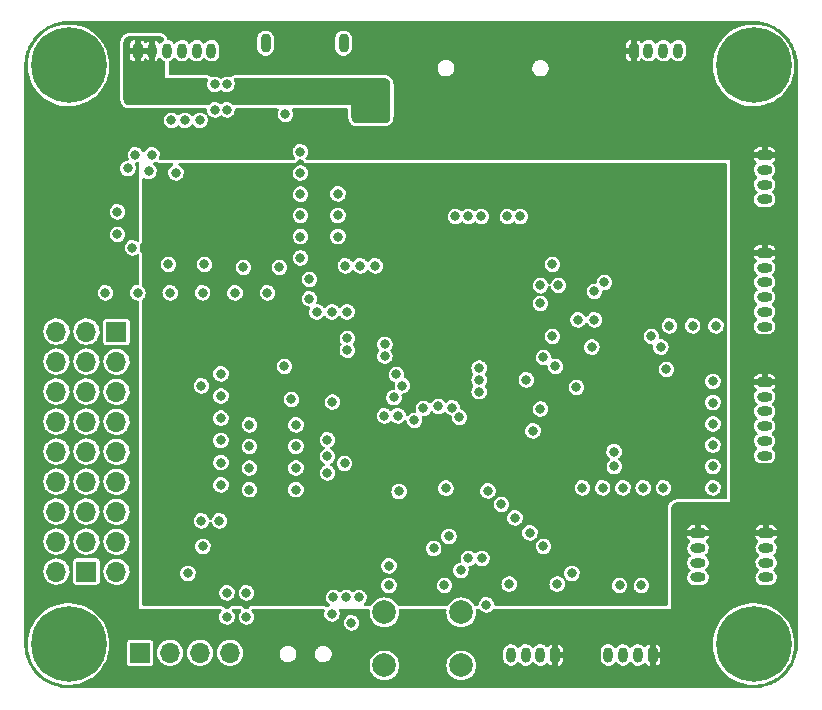
<source format=gbr>
%TF.GenerationSoftware,KiCad,Pcbnew,(6.0.6)*%
%TF.CreationDate,2022-09-02T11:51:31+03:00*%
%TF.ProjectId,FC0,4643302e-6b69-4636-9164-5f7063625858,rev?*%
%TF.SameCoordinates,Original*%
%TF.FileFunction,Copper,L3,Inr*%
%TF.FilePolarity,Positive*%
%FSLAX46Y46*%
G04 Gerber Fmt 4.6, Leading zero omitted, Abs format (unit mm)*
G04 Created by KiCad (PCBNEW (6.0.6)) date 2022-09-02 11:51:31*
%MOMM*%
%LPD*%
G01*
G04 APERTURE LIST*
G04 Aperture macros list*
%AMRoundRect*
0 Rectangle with rounded corners*
0 $1 Rounding radius*
0 $2 $3 $4 $5 $6 $7 $8 $9 X,Y pos of 4 corners*
0 Add a 4 corners polygon primitive as box body*
4,1,4,$2,$3,$4,$5,$6,$7,$8,$9,$2,$3,0*
0 Add four circle primitives for the rounded corners*
1,1,$1+$1,$2,$3*
1,1,$1+$1,$4,$5*
1,1,$1+$1,$6,$7*
1,1,$1+$1,$8,$9*
0 Add four rect primitives between the rounded corners*
20,1,$1+$1,$2,$3,$4,$5,0*
20,1,$1+$1,$4,$5,$6,$7,0*
20,1,$1+$1,$6,$7,$8,$9,0*
20,1,$1+$1,$8,$9,$2,$3,0*%
G04 Aperture macros list end*
%TA.AperFunction,ComponentPad*%
%ADD10C,0.800000*%
%TD*%
%TA.AperFunction,ComponentPad*%
%ADD11C,6.400000*%
%TD*%
%TA.AperFunction,ComponentPad*%
%ADD12C,2.000000*%
%TD*%
%TA.AperFunction,ComponentPad*%
%ADD13RoundRect,0.200000X0.200000X0.450000X-0.200000X0.450000X-0.200000X-0.450000X0.200000X-0.450000X0*%
%TD*%
%TA.AperFunction,ComponentPad*%
%ADD14O,0.800000X1.300000*%
%TD*%
%TA.AperFunction,ComponentPad*%
%ADD15RoundRect,0.200000X-0.450000X0.200000X-0.450000X-0.200000X0.450000X-0.200000X0.450000X0.200000X0*%
%TD*%
%TA.AperFunction,ComponentPad*%
%ADD16O,1.300000X0.800000*%
%TD*%
%TA.AperFunction,ComponentPad*%
%ADD17RoundRect,0.200000X-0.200000X-0.450000X0.200000X-0.450000X0.200000X0.450000X-0.200000X0.450000X0*%
%TD*%
%TA.AperFunction,ComponentPad*%
%ADD18R,1.700000X1.700000*%
%TD*%
%TA.AperFunction,ComponentPad*%
%ADD19O,1.700000X1.700000*%
%TD*%
%TA.AperFunction,ComponentPad*%
%ADD20O,0.900000X1.600000*%
%TD*%
%TA.AperFunction,ViaPad*%
%ADD21C,0.800000*%
%TD*%
G04 APERTURE END LIST*
D10*
%TO.N,N/C*%
%TO.C,H1*%
X160400000Y-149000000D03*
X159697056Y-150697056D03*
X155600000Y-149000000D03*
X158000000Y-146600000D03*
X159697056Y-147302944D03*
X158000000Y-151400000D03*
X156302944Y-150697056D03*
D11*
X158000000Y-149000000D03*
D10*
X156302944Y-147302944D03*
%TD*%
D12*
%TO.N,GND*%
%TO.C,SW1*%
X126746000Y-150804000D03*
X133246000Y-150804000D03*
%TO.N,RESET_MCU*%
X126746000Y-146304000D03*
X133246000Y-146304000D03*
%TD*%
D13*
%TO.N,+5V*%
%TO.C,J4*%
X149449000Y-149918000D03*
D14*
%TO.N,Net-(J4-Pad2)*%
X148199000Y-149918000D03*
%TO.N,Net-(J4-Pad3)*%
X146949000Y-149918000D03*
%TO.N,GND*%
X145699000Y-149918000D03*
%TD*%
D13*
%TO.N,+5V*%
%TO.C,J3*%
X141204000Y-149917750D03*
D14*
%TO.N,Net-(J3-Pad2)*%
X139954000Y-149917750D03*
%TO.N,Net-(J3-Pad3)*%
X138704000Y-149917750D03*
%TO.N,GND*%
X137454000Y-149917750D03*
%TD*%
D15*
%TO.N,+5V*%
%TO.C,J12*%
X153294000Y-139603000D03*
D16*
%TO.N,I2C1_SCL*%
X153294000Y-140853000D03*
%TO.N,I2C1_SDA*%
X153294000Y-142103000D03*
%TO.N,GND*%
X153294000Y-143353000D03*
%TD*%
D15*
%TO.N,+5V*%
%TO.C,J11*%
X159062000Y-139603000D03*
D16*
%TO.N,I2C1_SCL*%
X159062000Y-140853000D03*
%TO.N,I2C1_SDA*%
X159062000Y-142103000D03*
%TO.N,GND*%
X159062000Y-143353000D03*
%TD*%
D15*
%TO.N,+5V*%
%TO.C,J7*%
X158935000Y-115864000D03*
D16*
%TO.N,UART3_TX*%
X158935000Y-117114000D03*
%TO.N,UART3_RX*%
X158935000Y-118364000D03*
%TO.N,UART3_CTS*%
X158935000Y-119614000D03*
%TO.N,UART3_RTS*%
X158935000Y-120864000D03*
%TO.N,GND*%
X158935000Y-122114000D03*
%TD*%
D17*
%TO.N,+5V*%
%TO.C,J9*%
X147848000Y-98748000D03*
D14*
%TO.N,UART1_TX*%
X149098000Y-98748000D03*
%TO.N,UART1_RX*%
X150348000Y-98748000D03*
%TO.N,GND*%
X151598000Y-98748000D03*
%TD*%
D18*
%TO.N,PWM_5V*%
%TO.C,J6*%
X101519000Y-142855000D03*
D19*
%TO.N,GND*%
X98979000Y-142855000D03*
%TO.N,PWM_5V*%
X101519000Y-140315000D03*
%TO.N,GND*%
X98979000Y-140315000D03*
%TO.N,PWM_5V*%
X101519000Y-137775000D03*
%TO.N,GND*%
X98979000Y-137775000D03*
%TO.N,PWM_5V*%
X101519000Y-135235000D03*
%TO.N,GND*%
X98979000Y-135235000D03*
%TO.N,PWM_5V*%
X101519000Y-132695000D03*
%TO.N,GND*%
X98979000Y-132695000D03*
%TO.N,PWM_5V*%
X101519000Y-130155000D03*
%TO.N,GND*%
X98979000Y-130155000D03*
%TO.N,PWM_5V*%
X101519000Y-127615000D03*
%TO.N,GND*%
X98979000Y-127615000D03*
%TO.N,PWM_5V*%
X101519000Y-125075000D03*
%TO.N,GND*%
X98979000Y-125075000D03*
%TO.N,PWM_5V*%
X101519000Y-122535000D03*
%TO.N,GND*%
X98979000Y-122535000D03*
%TD*%
D20*
%TO.N,unconnected-(J14-Pad6)*%
%TO.C,J14*%
X123285000Y-98116000D03*
X116685000Y-98116000D03*
%TD*%
D10*
%TO.N,N/C*%
%TO.C,H2*%
X101697056Y-98302944D03*
X100000000Y-102400000D03*
X100000000Y-97600000D03*
X98302944Y-98302944D03*
X98302944Y-101697056D03*
D11*
X100000000Y-100000000D03*
D10*
X102400000Y-100000000D03*
X97600000Y-100000000D03*
X101697056Y-101697056D03*
%TD*%
D15*
%TO.N,+5V*%
%TO.C,J8*%
X158935000Y-107599000D03*
D16*
%TO.N,UART6_TX*%
X158935000Y-108849000D03*
%TO.N,UART6_RX*%
X158935000Y-110099000D03*
%TO.N,GND*%
X158935000Y-111349000D03*
%TD*%
D11*
%TO.N,N/C*%
%TO.C,H4*%
X100000000Y-149000000D03*
D10*
X100000000Y-151400000D03*
X102400000Y-149000000D03*
X101697056Y-150697056D03*
X98302944Y-150697056D03*
X101697056Y-147302944D03*
X97600000Y-149000000D03*
X100000000Y-146600000D03*
X98302944Y-147302944D03*
%TD*%
D15*
%TO.N,+5V*%
%TO.C,J10*%
X158935000Y-126796000D03*
D16*
%TO.N,UART2_TX*%
X158935000Y-128046000D03*
%TO.N,UART2_RX*%
X158935000Y-129296000D03*
%TO.N,unconnected-(J10-Pad4)*%
X158935000Y-130546000D03*
%TO.N,unconnected-(J10-Pad5)*%
X158935000Y-131796000D03*
%TO.N,GND*%
X158935000Y-133046000D03*
%TD*%
D18*
%TO.N,+3V3*%
%TO.C,J13*%
X106045000Y-149733000D03*
D19*
%TO.N,Net-(J13-Pad2)*%
X108585000Y-149733000D03*
%TO.N,Net-(J13-Pad3)*%
X111125000Y-149733000D03*
%TO.N,GND*%
X113665000Y-149733000D03*
%TD*%
D17*
%TO.N,5V_CONN_INPUT*%
%TO.C,J2*%
X105841000Y-98748000D03*
D14*
X107091000Y-98748000D03*
%TO.N,unconnected-(J2-Pad3)*%
X108341000Y-98748000D03*
%TO.N,unconnected-(J2-Pad4)*%
X109591000Y-98748000D03*
%TO.N,GND*%
X110841000Y-98748000D03*
X112091000Y-98748000D03*
%TD*%
D18*
%TO.N,UART4_RX*%
%TO.C,J5*%
X104059000Y-122555000D03*
D19*
%TO.N,PWM_0*%
X104059000Y-125095000D03*
%TO.N,PWM_1*%
X104059000Y-127635000D03*
%TO.N,PWM_2*%
X104059000Y-130175000D03*
%TO.N,PWM_3*%
X104059000Y-132715000D03*
%TO.N,PWM_4*%
X104059000Y-135255000D03*
%TO.N,PWM_5*%
X104059000Y-137795000D03*
%TO.N,PWM_6*%
X104059000Y-140335000D03*
%TO.N,PWM_7*%
X104059000Y-142875000D03*
%TD*%
D10*
%TO.N,N/C*%
%TO.C,H3*%
X160400000Y-100000000D03*
X155600000Y-100000000D03*
X159697056Y-98302944D03*
X156302944Y-101697056D03*
X158000000Y-97600000D03*
X156302944Y-98302944D03*
X158000000Y-102400000D03*
X159697056Y-101697056D03*
D11*
X158000000Y-100000000D03*
%TD*%
D21*
%TO.N,GND*%
X105867200Y-119253000D03*
X133223000Y-142748000D03*
X150368000Y-135763000D03*
X111506000Y-116840000D03*
X121031000Y-120869500D03*
X112903000Y-127990600D03*
X125984000Y-116967000D03*
X110109000Y-143002000D03*
X115316000Y-135926284D03*
X112903000Y-131749800D03*
X119253000Y-134093856D03*
X105664000Y-107569000D03*
X122347000Y-128506500D03*
X115062000Y-144653000D03*
X154559000Y-126746000D03*
X136652000Y-137160000D03*
X115316000Y-134093856D03*
X113411000Y-144653000D03*
X117856000Y-117094000D03*
X109093000Y-109093000D03*
X112903000Y-129870200D03*
X122428000Y-145034000D03*
X132206000Y-139872000D03*
X119253000Y-135926284D03*
X123370000Y-133703000D03*
X154559000Y-128549400D03*
X150876000Y-122047000D03*
X130917000Y-140888000D03*
X133858000Y-141732000D03*
X108458000Y-116840000D03*
X119634000Y-110907284D03*
X114096800Y-119253000D03*
X135001000Y-141732000D03*
X138254000Y-112776000D03*
X139319000Y-130937000D03*
X119253000Y-132261428D03*
X127985000Y-136073000D03*
X104140000Y-112395000D03*
X139954000Y-118618000D03*
X139065000Y-139573000D03*
X126746000Y-129667000D03*
X154559000Y-135763000D03*
X150138000Y-123860000D03*
X111252000Y-138557000D03*
X122809000Y-110871000D03*
X135509000Y-136017000D03*
X122301000Y-120869500D03*
X124714000Y-116967000D03*
X114808000Y-117094000D03*
X124587000Y-145034000D03*
X118364000Y-104140000D03*
X118872000Y-128270000D03*
X112903000Y-135509000D03*
X142621000Y-143002000D03*
X121920000Y-134493000D03*
X119253000Y-130429000D03*
X120396000Y-118110000D03*
X135382000Y-145669000D03*
X121920000Y-133096000D03*
X121920000Y-131699000D03*
X112903000Y-133629400D03*
X106807000Y-108966000D03*
X148653500Y-135763000D03*
X127127000Y-144018000D03*
X122809000Y-114499568D03*
X119634000Y-116295710D03*
X105029000Y-108712000D03*
X111252000Y-127127000D03*
X113411000Y-101600000D03*
X107061000Y-107569000D03*
X108610400Y-119253000D03*
X123952000Y-147193000D03*
X154559000Y-133959600D03*
X137795000Y-138303000D03*
X154559000Y-130352800D03*
X154559000Y-132156200D03*
X112903000Y-126111000D03*
X108712000Y-104648000D03*
X143510000Y-135763000D03*
X112395000Y-101600000D03*
X123571000Y-120869500D03*
X105410000Y-115443000D03*
X127127000Y-142367000D03*
X123444000Y-116967000D03*
X119634000Y-107315000D03*
X111125000Y-104648000D03*
X139954000Y-129100624D03*
X140208000Y-140716000D03*
X146939000Y-135763000D03*
X109855000Y-104648000D03*
X118283000Y-125476000D03*
X154813000Y-122047000D03*
X115062000Y-146685000D03*
X104140000Y-114300000D03*
X111379000Y-140716000D03*
X123528666Y-145034000D03*
X143129000Y-121539000D03*
X119634000Y-109111142D03*
X122301000Y-146431000D03*
X127889000Y-129667000D03*
X144296000Y-123860000D03*
X120396000Y-119761000D03*
X141478000Y-118618000D03*
X152844500Y-122047000D03*
X113411000Y-103759000D03*
X112395000Y-103759000D03*
X111353600Y-119253000D03*
X115316000Y-130429000D03*
X113411000Y-146685000D03*
X115316000Y-132261428D03*
X122809000Y-112703426D03*
X145224500Y-135763000D03*
X131940500Y-135800500D03*
X119634000Y-112703426D03*
X103124000Y-119253000D03*
X116840000Y-119253000D03*
X112776000Y-138557000D03*
X119634000Y-114499568D03*
X144526000Y-121539000D03*
X139954000Y-120142000D03*
%TO.N,+3V3*%
X117094000Y-112522000D03*
X124887627Y-120650744D03*
X118110000Y-112522000D03*
X118110000Y-114554000D03*
X119577000Y-125077000D03*
X107188000Y-144526000D03*
X134613000Y-134886000D03*
X107950000Y-114554000D03*
X117094000Y-113538000D03*
X109982000Y-115570000D03*
X117081500Y-126042500D03*
X112014000Y-114554000D03*
X123370000Y-131991500D03*
X113030000Y-114554000D03*
X112014000Y-115570000D03*
X108966000Y-114554000D03*
X136054000Y-112776000D03*
X139245000Y-127988000D03*
X149884000Y-127670000D03*
X110998000Y-115570000D03*
X153005000Y-133955000D03*
X116078000Y-115570000D03*
X114046000Y-114554000D03*
X117094000Y-111506000D03*
X148868000Y-121574000D03*
X118110000Y-111506000D03*
X117094000Y-115570000D03*
X122347000Y-130231500D03*
X117823000Y-144780000D03*
X122287000Y-116699000D03*
X110998000Y-114554000D03*
X115062000Y-114554000D03*
X114046000Y-115570000D03*
X116078000Y-114554000D03*
X118110000Y-115570000D03*
X108966000Y-115570000D03*
X135689000Y-120114000D03*
X115062000Y-115570000D03*
X113030000Y-115570000D03*
X109982000Y-114554000D03*
X145836000Y-127654000D03*
X107950000Y-115570000D03*
X118110000Y-113538000D03*
X117094000Y-114554000D03*
%TO.N,RESET_MCU*%
X131826000Y-144018000D03*
X129286000Y-130048000D03*
%TO.N,+5V*%
X101600000Y-113030000D03*
X100584000Y-108966000D03*
X102616000Y-110998000D03*
X105000000Y-118000000D03*
X101600000Y-108966000D03*
X102616000Y-109982000D03*
X101600000Y-110998000D03*
X100584000Y-109982000D03*
X101600000Y-112014000D03*
X100584000Y-113030000D03*
X102616000Y-112014000D03*
X102616000Y-108966000D03*
X100584000Y-110998000D03*
X100584000Y-112014000D03*
X102616000Y-113030000D03*
X101600000Y-109982000D03*
%TO.N,5V_CONN_INPUT*%
X126746000Y-104394000D03*
X126746000Y-102362000D03*
X125730000Y-101600000D03*
X124714000Y-104394000D03*
X126746000Y-103378000D03*
X125730000Y-104394000D03*
X106426000Y-100330000D03*
X107442000Y-100330000D03*
X124714000Y-101600000D03*
X105410000Y-100330000D03*
%TO.N,SDIO_D2*%
X132754000Y-112776000D03*
X123604000Y-123119000D03*
%TO.N,SDIO_D3*%
X133854000Y-112776000D03*
X126779000Y-123619000D03*
%TO.N,SDIO_CMD*%
X134954000Y-112776000D03*
X126779000Y-124619000D03*
%TO.N,SDIO_CK*%
X123604000Y-124119000D03*
X137154000Y-112776000D03*
%TO.N,UART4_RX*%
X127554000Y-128118503D03*
%TO.N,UART3_TX*%
X144526000Y-119126000D03*
%TO.N,UART3_RX*%
X145375500Y-118364000D03*
%TO.N,UART3_RTS*%
X140970000Y-116840000D03*
%TO.N,I2C1_SCL*%
X127762000Y-126171967D03*
%TO.N,I2C1_SDA*%
X128270000Y-127119000D03*
%TO.N,ADC1_11*%
X141374250Y-143914250D03*
X131318000Y-128868003D03*
%TO.N,ADC1_10*%
X137310250Y-143914250D03*
X130048000Y-129032000D03*
%TO.N,ADC1_12*%
X148499000Y-144018000D03*
X132502115Y-128990069D03*
%TO.N,ADC1_13*%
X133096000Y-129794000D03*
X146649000Y-144018000D03*
%TO.N,SPI1_MISO*%
X138757000Y-126619000D03*
X150622000Y-125730000D03*
%TO.N,IMU_INT*%
X140970000Y-122936000D03*
X149352000Y-122936000D03*
%TO.N,SPI1_SCK*%
X146207000Y-133955000D03*
X134763000Y-127619000D03*
X141224000Y-125476000D03*
%TO.N,SPI1_MOSI*%
X134763000Y-126619000D03*
X143002000Y-127254000D03*
X146187000Y-132705000D03*
%TO.N,SPI1_CS1*%
X140208000Y-124714000D03*
X134763000Y-125619000D03*
%TD*%
%TA.AperFunction,Conductor*%
%TO.N,+5V*%
G36*
X157987103Y-96256921D02*
G01*
X158000000Y-96259486D01*
X158012169Y-96257066D01*
X158024569Y-96257066D01*
X158035624Y-96256251D01*
X158245747Y-96266573D01*
X158360945Y-96272232D01*
X158373241Y-96273443D01*
X158724595Y-96325562D01*
X158736701Y-96327969D01*
X159081253Y-96414275D01*
X159093085Y-96417864D01*
X159427513Y-96537524D01*
X159438937Y-96542256D01*
X159760021Y-96694118D01*
X159770926Y-96699947D01*
X160075582Y-96882551D01*
X160085863Y-96889421D01*
X160156063Y-96941484D01*
X160371153Y-97101006D01*
X160380691Y-97108832D01*
X160643887Y-97347380D01*
X160652616Y-97356109D01*
X160891168Y-97619309D01*
X160898994Y-97628847D01*
X161042360Y-97822153D01*
X161110579Y-97914137D01*
X161117449Y-97924418D01*
X161300053Y-98229074D01*
X161305882Y-98239979D01*
X161457744Y-98561063D01*
X161462476Y-98572487D01*
X161582136Y-98906915D01*
X161585725Y-98918746D01*
X161672031Y-99263299D01*
X161674438Y-99275405D01*
X161726556Y-99626754D01*
X161727768Y-99639055D01*
X161731220Y-99709337D01*
X161743749Y-99964376D01*
X161742934Y-99975431D01*
X161742934Y-99987831D01*
X161740514Y-100000000D01*
X161743079Y-100012894D01*
X161745500Y-100037476D01*
X161745500Y-148962524D01*
X161743079Y-148987103D01*
X161740514Y-149000000D01*
X161742934Y-149012169D01*
X161742934Y-149024569D01*
X161743749Y-149035624D01*
X161735116Y-149211354D01*
X161728309Y-149349936D01*
X161727768Y-149360940D01*
X161726557Y-149373241D01*
X161675628Y-149716578D01*
X161674440Y-149724586D01*
X161672031Y-149736701D01*
X161606315Y-149999054D01*
X161585725Y-150081253D01*
X161582136Y-150093085D01*
X161462476Y-150427513D01*
X161457744Y-150438937D01*
X161305882Y-150760021D01*
X161300053Y-150770926D01*
X161117449Y-151075582D01*
X161110579Y-151085863D01*
X161090134Y-151113430D01*
X160898994Y-151371153D01*
X160891168Y-151380691D01*
X160668148Y-151626755D01*
X160652625Y-151643882D01*
X160643887Y-151652620D01*
X160380691Y-151891168D01*
X160371153Y-151898994D01*
X160250105Y-151988770D01*
X160085863Y-152110579D01*
X160075582Y-152117449D01*
X159770926Y-152300053D01*
X159760021Y-152305882D01*
X159438937Y-152457744D01*
X159427513Y-152462476D01*
X159093085Y-152582136D01*
X159081254Y-152585725D01*
X158736701Y-152672031D01*
X158724595Y-152674438D01*
X158373241Y-152726557D01*
X158360945Y-152727768D01*
X158245747Y-152733427D01*
X158035624Y-152743749D01*
X158024569Y-152742934D01*
X158012169Y-152742934D01*
X158000000Y-152740514D01*
X157987103Y-152743079D01*
X157962524Y-152745500D01*
X100037476Y-152745500D01*
X100012897Y-152743079D01*
X100000000Y-152740514D01*
X99987831Y-152742934D01*
X99975431Y-152742934D01*
X99964376Y-152743749D01*
X99754253Y-152733427D01*
X99639055Y-152727768D01*
X99626759Y-152726557D01*
X99275405Y-152674438D01*
X99263299Y-152672031D01*
X98918746Y-152585725D01*
X98906915Y-152582136D01*
X98572487Y-152462476D01*
X98561063Y-152457744D01*
X98239979Y-152305882D01*
X98229074Y-152300053D01*
X97924418Y-152117449D01*
X97914137Y-152110579D01*
X97749895Y-151988770D01*
X97628847Y-151898994D01*
X97619309Y-151891168D01*
X97356113Y-151652620D01*
X97347375Y-151643882D01*
X97331852Y-151626755D01*
X97108832Y-151380691D01*
X97101006Y-151371153D01*
X96909866Y-151113430D01*
X96889421Y-151085863D01*
X96882551Y-151075582D01*
X96699947Y-150770926D01*
X96694118Y-150760021D01*
X96542256Y-150438937D01*
X96537524Y-150427513D01*
X96417864Y-150093085D01*
X96414275Y-150081253D01*
X96393685Y-149999054D01*
X96327969Y-149736701D01*
X96325560Y-149724586D01*
X96324373Y-149716578D01*
X96273443Y-149373241D01*
X96272232Y-149360940D01*
X96271692Y-149349936D01*
X96264884Y-149211354D01*
X96256251Y-149035624D01*
X96257066Y-149024569D01*
X96257066Y-149012169D01*
X96259486Y-149000000D01*
X96257084Y-148987924D01*
X96540447Y-148987924D01*
X96540619Y-148991319D01*
X96540619Y-148991320D01*
X96548933Y-149155442D01*
X96559378Y-149361624D01*
X96559915Y-149364979D01*
X96559916Y-149364985D01*
X96596437Y-149592994D01*
X96618557Y-149731094D01*
X96717293Y-150092011D01*
X96854430Y-150440154D01*
X96856016Y-150443174D01*
X96856016Y-150443175D01*
X96901274Y-150529378D01*
X97028365Y-150771450D01*
X97030262Y-150774274D01*
X97030265Y-150774278D01*
X97074350Y-150839883D01*
X97237061Y-151082024D01*
X97239256Y-151084630D01*
X97239260Y-151084636D01*
X97258961Y-151108031D01*
X97478079Y-151368241D01*
X97748598Y-151626755D01*
X98045455Y-151854541D01*
X98365176Y-152048935D01*
X98704021Y-152207661D01*
X98707239Y-152208763D01*
X98707242Y-152208764D01*
X99054803Y-152327761D01*
X99054811Y-152327763D01*
X99058026Y-152328864D01*
X99423051Y-152411126D01*
X99510200Y-152421056D01*
X99791442Y-152453100D01*
X99791450Y-152453100D01*
X99794825Y-152453485D01*
X99798229Y-152453503D01*
X99798232Y-152453503D01*
X100001556Y-152454567D01*
X100168999Y-152455444D01*
X100172385Y-152455094D01*
X100172387Y-152455094D01*
X100537805Y-152417332D01*
X100537814Y-152417331D01*
X100541197Y-152416981D01*
X100544530Y-152416267D01*
X100544533Y-152416266D01*
X100724820Y-152377616D01*
X100907063Y-152338546D01*
X101262318Y-152221056D01*
X101602807Y-152065887D01*
X101738999Y-151985022D01*
X101921601Y-151876601D01*
X101921606Y-151876598D01*
X101924546Y-151874852D01*
X101954354Y-151852472D01*
X102071152Y-151764777D01*
X102223771Y-151650187D01*
X102496983Y-151394521D01*
X102740985Y-151110842D01*
X102762737Y-151079192D01*
X102950992Y-150805280D01*
X102950997Y-150805273D01*
X102952922Y-150802471D01*
X102954534Y-150799477D01*
X102954539Y-150799469D01*
X103128694Y-150476027D01*
X103130316Y-150473015D01*
X103239158Y-150204969D01*
X103269811Y-150129480D01*
X103269813Y-150129475D01*
X103271091Y-150126327D01*
X103277726Y-150103037D01*
X103372667Y-149769741D01*
X103373601Y-149766463D01*
X103418476Y-149503939D01*
X103436075Y-149400981D01*
X103436075Y-149400979D01*
X103436647Y-149397634D01*
X103437138Y-149389618D01*
X103456375Y-149075081D01*
X103459490Y-149024152D01*
X103459528Y-149013149D01*
X103459568Y-149001821D01*
X103459568Y-149001809D01*
X103459574Y-149000000D01*
X103451880Y-148857933D01*
X104940500Y-148857933D01*
X104940501Y-150608066D01*
X104955266Y-150682301D01*
X104962161Y-150692620D01*
X104962162Y-150692622D01*
X105002516Y-150753015D01*
X105011516Y-150766484D01*
X105095699Y-150822734D01*
X105169933Y-150837500D01*
X106044858Y-150837500D01*
X106920066Y-150837499D01*
X106955818Y-150830388D01*
X106982126Y-150825156D01*
X106982128Y-150825155D01*
X106994301Y-150822734D01*
X107004621Y-150815839D01*
X107004622Y-150815838D01*
X107068168Y-150773377D01*
X107078484Y-150766484D01*
X107134734Y-150682301D01*
X107149500Y-150608067D01*
X107149499Y-149703964D01*
X107476148Y-149703964D01*
X107489424Y-149906522D01*
X107490845Y-149912118D01*
X107490846Y-149912123D01*
X107512508Y-149997414D01*
X107539392Y-150103269D01*
X107541809Y-150108512D01*
X107588101Y-150208928D01*
X107624377Y-150287616D01*
X107627710Y-150292332D01*
X107734315Y-150443175D01*
X107741533Y-150453389D01*
X107886938Y-150595035D01*
X108055720Y-150707812D01*
X108061023Y-150710090D01*
X108061026Y-150710092D01*
X108208327Y-150773377D01*
X108242228Y-150787942D01*
X108306437Y-150802471D01*
X108434579Y-150831467D01*
X108434584Y-150831468D01*
X108440216Y-150832742D01*
X108445987Y-150832969D01*
X108445989Y-150832969D01*
X108505756Y-150835317D01*
X108643053Y-150840712D01*
X108753727Y-150824665D01*
X108838231Y-150812413D01*
X108838236Y-150812412D01*
X108843945Y-150811584D01*
X108849409Y-150809729D01*
X108849414Y-150809728D01*
X109030693Y-150748192D01*
X109030698Y-150748190D01*
X109036165Y-150746334D01*
X109068673Y-150728129D01*
X109122475Y-150697998D01*
X109213276Y-150647147D01*
X109242202Y-150623090D01*
X109364913Y-150521031D01*
X109369345Y-150517345D01*
X109408847Y-150469849D01*
X109495453Y-150365718D01*
X109495455Y-150365715D01*
X109499147Y-150361276D01*
X109563133Y-150247021D01*
X109595510Y-150189208D01*
X109595511Y-150189206D01*
X109598334Y-150184165D01*
X109600190Y-150178698D01*
X109600192Y-150178693D01*
X109661728Y-149997414D01*
X109661729Y-149997409D01*
X109663584Y-149991945D01*
X109664412Y-149986236D01*
X109664413Y-149986231D01*
X109692179Y-149794727D01*
X109692712Y-149791053D01*
X109694232Y-149733000D01*
X109691564Y-149703964D01*
X110016148Y-149703964D01*
X110029424Y-149906522D01*
X110030845Y-149912118D01*
X110030846Y-149912123D01*
X110052508Y-149997414D01*
X110079392Y-150103269D01*
X110081809Y-150108512D01*
X110128101Y-150208928D01*
X110164377Y-150287616D01*
X110167710Y-150292332D01*
X110274315Y-150443175D01*
X110281533Y-150453389D01*
X110426938Y-150595035D01*
X110595720Y-150707812D01*
X110601023Y-150710090D01*
X110601026Y-150710092D01*
X110748327Y-150773377D01*
X110782228Y-150787942D01*
X110846437Y-150802471D01*
X110974579Y-150831467D01*
X110974584Y-150831468D01*
X110980216Y-150832742D01*
X110985987Y-150832969D01*
X110985989Y-150832969D01*
X111045756Y-150835317D01*
X111183053Y-150840712D01*
X111293727Y-150824665D01*
X111378231Y-150812413D01*
X111378236Y-150812412D01*
X111383945Y-150811584D01*
X111389409Y-150809729D01*
X111389414Y-150809728D01*
X111570693Y-150748192D01*
X111570698Y-150748190D01*
X111576165Y-150746334D01*
X111608673Y-150728129D01*
X111662475Y-150697998D01*
X111753276Y-150647147D01*
X111782202Y-150623090D01*
X111904913Y-150521031D01*
X111909345Y-150517345D01*
X111948847Y-150469849D01*
X112035453Y-150365718D01*
X112035455Y-150365715D01*
X112039147Y-150361276D01*
X112103133Y-150247021D01*
X112135510Y-150189208D01*
X112135511Y-150189206D01*
X112138334Y-150184165D01*
X112140190Y-150178698D01*
X112140192Y-150178693D01*
X112201728Y-149997414D01*
X112201729Y-149997409D01*
X112203584Y-149991945D01*
X112204412Y-149986236D01*
X112204413Y-149986231D01*
X112232179Y-149794727D01*
X112232712Y-149791053D01*
X112234232Y-149733000D01*
X112231564Y-149703964D01*
X112556148Y-149703964D01*
X112569424Y-149906522D01*
X112570845Y-149912118D01*
X112570846Y-149912123D01*
X112592508Y-149997414D01*
X112619392Y-150103269D01*
X112621809Y-150108512D01*
X112668101Y-150208928D01*
X112704377Y-150287616D01*
X112707710Y-150292332D01*
X112814315Y-150443175D01*
X112821533Y-150453389D01*
X112966938Y-150595035D01*
X113135720Y-150707812D01*
X113141023Y-150710090D01*
X113141026Y-150710092D01*
X113288327Y-150773377D01*
X113322228Y-150787942D01*
X113386437Y-150802471D01*
X113514579Y-150831467D01*
X113514584Y-150831468D01*
X113520216Y-150832742D01*
X113525987Y-150832969D01*
X113525989Y-150832969D01*
X113585756Y-150835317D01*
X113723053Y-150840712D01*
X113833727Y-150824665D01*
X113918231Y-150812413D01*
X113918236Y-150812412D01*
X113923945Y-150811584D01*
X113929409Y-150809729D01*
X113929414Y-150809728D01*
X113946288Y-150804000D01*
X125486708Y-150804000D01*
X125505839Y-151022674D01*
X125562653Y-151234703D01*
X125606104Y-151327884D01*
X125653095Y-151428659D01*
X125653098Y-151428664D01*
X125655421Y-151433646D01*
X125781326Y-151613457D01*
X125936543Y-151768674D01*
X125941051Y-151771831D01*
X125941054Y-151771833D01*
X126111845Y-151891422D01*
X126116354Y-151894579D01*
X126121336Y-151896902D01*
X126121341Y-151896905D01*
X126222116Y-151943896D01*
X126315297Y-151987347D01*
X126527326Y-152044161D01*
X126746000Y-152063292D01*
X126964674Y-152044161D01*
X127176703Y-151987347D01*
X127269884Y-151943896D01*
X127370659Y-151896905D01*
X127370664Y-151896902D01*
X127375646Y-151894579D01*
X127380155Y-151891422D01*
X127550946Y-151771833D01*
X127550949Y-151771831D01*
X127555457Y-151768674D01*
X127710674Y-151613457D01*
X127836579Y-151433646D01*
X127838902Y-151428664D01*
X127838905Y-151428659D01*
X127885896Y-151327884D01*
X127929347Y-151234703D01*
X127986161Y-151022674D01*
X128005292Y-150804000D01*
X131986708Y-150804000D01*
X132005839Y-151022674D01*
X132062653Y-151234703D01*
X132106104Y-151327884D01*
X132153095Y-151428659D01*
X132153098Y-151428664D01*
X132155421Y-151433646D01*
X132281326Y-151613457D01*
X132436543Y-151768674D01*
X132441051Y-151771831D01*
X132441054Y-151771833D01*
X132611845Y-151891422D01*
X132616354Y-151894579D01*
X132621336Y-151896902D01*
X132621341Y-151896905D01*
X132722116Y-151943896D01*
X132815297Y-151987347D01*
X133027326Y-152044161D01*
X133246000Y-152063292D01*
X133464674Y-152044161D01*
X133676703Y-151987347D01*
X133769884Y-151943896D01*
X133870659Y-151896905D01*
X133870664Y-151896902D01*
X133875646Y-151894579D01*
X133880155Y-151891422D01*
X134050946Y-151771833D01*
X134050949Y-151771831D01*
X134055457Y-151768674D01*
X134210674Y-151613457D01*
X134336579Y-151433646D01*
X134338902Y-151428664D01*
X134338905Y-151428659D01*
X134385896Y-151327884D01*
X134429347Y-151234703D01*
X134486161Y-151022674D01*
X134505292Y-150804000D01*
X134486161Y-150585326D01*
X134429347Y-150373297D01*
X134352701Y-150208928D01*
X136799500Y-150208928D01*
X136804775Y-150250683D01*
X136810037Y-150292332D01*
X136815024Y-150331811D01*
X136817941Y-150339178D01*
X136817941Y-150339179D01*
X136826690Y-150361276D01*
X136875899Y-150485564D01*
X136973098Y-150619347D01*
X137100514Y-150724755D01*
X137250141Y-150795164D01*
X137345298Y-150813316D01*
X137404791Y-150824665D01*
X137404793Y-150824665D01*
X137412577Y-150826150D01*
X137577616Y-150815767D01*
X137636455Y-150796649D01*
X137727351Y-150767115D01*
X137727354Y-150767114D01*
X137734887Y-150764666D01*
X137741577Y-150760420D01*
X137741580Y-150760419D01*
X137829533Y-150704602D01*
X137874510Y-150676059D01*
X137880082Y-150670126D01*
X137987710Y-150555513D01*
X137989569Y-150557258D01*
X138035891Y-150521541D01*
X138106627Y-150515467D01*
X138169418Y-150548601D01*
X138183537Y-150564896D01*
X138223098Y-150619347D01*
X138350514Y-150724755D01*
X138500141Y-150795164D01*
X138595298Y-150813316D01*
X138654791Y-150824665D01*
X138654793Y-150824665D01*
X138662577Y-150826150D01*
X138827616Y-150815767D01*
X138886455Y-150796649D01*
X138977351Y-150767115D01*
X138977354Y-150767114D01*
X138984887Y-150764666D01*
X138991577Y-150760420D01*
X138991580Y-150760419D01*
X139079533Y-150704602D01*
X139124510Y-150676059D01*
X139130082Y-150670126D01*
X139237710Y-150555513D01*
X139239569Y-150557258D01*
X139285891Y-150521541D01*
X139356627Y-150515467D01*
X139419418Y-150548601D01*
X139433537Y-150564896D01*
X139473098Y-150619347D01*
X139600514Y-150724755D01*
X139750141Y-150795164D01*
X139845298Y-150813316D01*
X139904791Y-150824665D01*
X139904793Y-150824665D01*
X139912577Y-150826150D01*
X140077616Y-150815767D01*
X140136455Y-150796649D01*
X140227351Y-150767115D01*
X140227354Y-150767114D01*
X140234887Y-150764666D01*
X140241577Y-150760420D01*
X140241580Y-150760419D01*
X140329533Y-150704602D01*
X140374510Y-150676059D01*
X140380080Y-150670128D01*
X140434951Y-150611696D01*
X140496164Y-150575730D01*
X140567104Y-150578569D01*
X140628153Y-150623090D01*
X140673756Y-150684832D01*
X140686922Y-150697998D01*
X140781580Y-150767913D01*
X140798049Y-150776634D01*
X140910723Y-150816202D01*
X140925614Y-150819469D01*
X140936235Y-150820473D01*
X140947124Y-150817275D01*
X140948329Y-150815885D01*
X140950000Y-150808202D01*
X140950000Y-150803634D01*
X141458000Y-150803634D01*
X141462475Y-150818873D01*
X141463865Y-150820078D01*
X141467521Y-150820873D01*
X141482382Y-150819469D01*
X141497280Y-150816201D01*
X141609951Y-150776634D01*
X141626420Y-150767913D01*
X141721078Y-150697998D01*
X141734248Y-150684828D01*
X141804163Y-150590170D01*
X141812884Y-150573701D01*
X141852452Y-150461027D01*
X141855719Y-150446136D01*
X141857721Y-150424951D01*
X141858000Y-150419037D01*
X141858000Y-150209178D01*
X145044500Y-150209178D01*
X145049997Y-150252693D01*
X145058999Y-150323946D01*
X145060024Y-150332061D01*
X145062941Y-150339428D01*
X145062941Y-150339429D01*
X145071591Y-150361276D01*
X145120899Y-150485814D01*
X145125557Y-150492225D01*
X145125558Y-150492227D01*
X145146856Y-150521541D01*
X145218098Y-150619597D01*
X145345514Y-150725005D01*
X145495141Y-150795414D01*
X145579908Y-150811584D01*
X145649791Y-150824915D01*
X145649793Y-150824915D01*
X145657577Y-150826400D01*
X145822616Y-150816017D01*
X145886025Y-150795414D01*
X145972351Y-150767365D01*
X145972354Y-150767364D01*
X145979887Y-150764916D01*
X145986577Y-150760670D01*
X145986580Y-150760669D01*
X146085333Y-150697998D01*
X146119510Y-150676309D01*
X146125315Y-150670128D01*
X146232710Y-150555763D01*
X146234569Y-150557508D01*
X146280891Y-150521791D01*
X146351627Y-150515717D01*
X146414418Y-150548851D01*
X146428537Y-150565146D01*
X146468098Y-150619597D01*
X146595514Y-150725005D01*
X146745141Y-150795414D01*
X146829908Y-150811584D01*
X146899791Y-150824915D01*
X146899793Y-150824915D01*
X146907577Y-150826400D01*
X147072616Y-150816017D01*
X147136025Y-150795414D01*
X147222351Y-150767365D01*
X147222354Y-150767364D01*
X147229887Y-150764916D01*
X147236577Y-150760670D01*
X147236580Y-150760669D01*
X147335333Y-150697998D01*
X147369510Y-150676309D01*
X147375315Y-150670128D01*
X147482710Y-150555763D01*
X147484569Y-150557508D01*
X147530891Y-150521791D01*
X147601627Y-150515717D01*
X147664418Y-150548851D01*
X147678537Y-150565146D01*
X147718098Y-150619597D01*
X147845514Y-150725005D01*
X147995141Y-150795414D01*
X148079908Y-150811584D01*
X148149791Y-150824915D01*
X148149793Y-150824915D01*
X148157577Y-150826400D01*
X148322616Y-150816017D01*
X148386025Y-150795414D01*
X148472351Y-150767365D01*
X148472354Y-150767364D01*
X148479887Y-150764916D01*
X148486577Y-150760670D01*
X148486580Y-150760669D01*
X148585333Y-150697998D01*
X148619510Y-150676309D01*
X148625173Y-150670279D01*
X148679951Y-150611946D01*
X148741164Y-150575980D01*
X148812104Y-150578819D01*
X148873153Y-150623340D01*
X148918756Y-150685082D01*
X148931922Y-150698248D01*
X149026580Y-150768163D01*
X149043049Y-150776884D01*
X149155723Y-150816452D01*
X149170614Y-150819719D01*
X149181235Y-150820723D01*
X149192124Y-150817525D01*
X149193329Y-150816135D01*
X149195000Y-150808452D01*
X149195000Y-150803884D01*
X149703000Y-150803884D01*
X149707475Y-150819123D01*
X149708865Y-150820328D01*
X149712521Y-150821123D01*
X149727382Y-150819719D01*
X149742280Y-150816451D01*
X149854951Y-150776884D01*
X149871420Y-150768163D01*
X149966078Y-150698248D01*
X149979248Y-150685078D01*
X150049163Y-150590420D01*
X150057884Y-150573951D01*
X150097452Y-150461277D01*
X150100719Y-150446386D01*
X150102721Y-150425201D01*
X150103000Y-150419287D01*
X150103000Y-150190115D01*
X150098525Y-150174876D01*
X150097135Y-150173671D01*
X150089452Y-150172000D01*
X149721115Y-150172000D01*
X149705876Y-150176475D01*
X149704671Y-150177865D01*
X149703000Y-150185548D01*
X149703000Y-150803884D01*
X149195000Y-150803884D01*
X149195000Y-149645885D01*
X149703000Y-149645885D01*
X149707475Y-149661124D01*
X149708865Y-149662329D01*
X149716548Y-149664000D01*
X150084884Y-149664000D01*
X150100123Y-149659525D01*
X150101328Y-149658135D01*
X150102999Y-149650452D01*
X150102999Y-149416717D01*
X150102720Y-149410793D01*
X150100719Y-149389618D01*
X150097451Y-149374720D01*
X150057884Y-149262049D01*
X150049163Y-149245580D01*
X149979248Y-149150922D01*
X149966078Y-149137752D01*
X149871420Y-149067837D01*
X149854951Y-149059116D01*
X149742277Y-149019548D01*
X149727386Y-149016281D01*
X149716765Y-149015277D01*
X149705876Y-149018475D01*
X149704671Y-149019865D01*
X149703000Y-149027548D01*
X149703000Y-149645885D01*
X149195000Y-149645885D01*
X149195000Y-149032116D01*
X149190525Y-149016877D01*
X149189135Y-149015672D01*
X149185479Y-149014877D01*
X149170618Y-149016281D01*
X149155720Y-149019549D01*
X149043049Y-149059116D01*
X149026580Y-149067837D01*
X148931922Y-149137752D01*
X148918752Y-149150922D01*
X148875693Y-149209219D01*
X148819132Y-149252130D01*
X148748350Y-149257650D01*
X148683281Y-149221054D01*
X148679902Y-149216403D01*
X148673797Y-149211352D01*
X148604023Y-149153630D01*
X148552486Y-149110995D01*
X148402859Y-149040586D01*
X148292243Y-149019485D01*
X148248209Y-149011085D01*
X148248207Y-149011085D01*
X148240423Y-149009600D01*
X148075384Y-149019983D01*
X148061270Y-149024569D01*
X147925649Y-149068635D01*
X147925646Y-149068636D01*
X147918113Y-149071084D01*
X147911423Y-149075330D01*
X147911420Y-149075331D01*
X147855617Y-149110745D01*
X147778490Y-149159691D01*
X147773063Y-149165470D01*
X147773062Y-149165471D01*
X147719212Y-149222816D01*
X147665290Y-149280237D01*
X147663431Y-149278492D01*
X147617109Y-149314209D01*
X147546373Y-149320283D01*
X147483582Y-149287149D01*
X147469463Y-149270854D01*
X147455859Y-149252130D01*
X147429902Y-149216403D01*
X147302486Y-149110995D01*
X147152859Y-149040586D01*
X147042243Y-149019485D01*
X146998209Y-149011085D01*
X146998207Y-149011085D01*
X146990423Y-149009600D01*
X146825384Y-149019983D01*
X146811270Y-149024569D01*
X146675649Y-149068635D01*
X146675646Y-149068636D01*
X146668113Y-149071084D01*
X146661423Y-149075330D01*
X146661420Y-149075331D01*
X146605617Y-149110745D01*
X146528490Y-149159691D01*
X146523063Y-149165470D01*
X146523062Y-149165471D01*
X146469212Y-149222816D01*
X146415290Y-149280237D01*
X146413431Y-149278492D01*
X146367109Y-149314209D01*
X146296373Y-149320283D01*
X146233582Y-149287149D01*
X146219463Y-149270854D01*
X146205859Y-149252130D01*
X146179902Y-149216403D01*
X146052486Y-149110995D01*
X145902859Y-149040586D01*
X145792243Y-149019485D01*
X145748209Y-149011085D01*
X145748207Y-149011085D01*
X145740423Y-149009600D01*
X145575384Y-149019983D01*
X145561270Y-149024569D01*
X145425649Y-149068635D01*
X145425646Y-149068636D01*
X145418113Y-149071084D01*
X145411423Y-149075330D01*
X145411420Y-149075331D01*
X145355617Y-149110745D01*
X145278490Y-149159691D01*
X145273063Y-149165470D01*
X145273062Y-149165471D01*
X145219212Y-149222816D01*
X145165290Y-149280237D01*
X145085625Y-149425147D01*
X145044500Y-149585317D01*
X145044500Y-150209178D01*
X141858000Y-150209178D01*
X141858000Y-150189865D01*
X141853525Y-150174626D01*
X141852135Y-150173421D01*
X141844452Y-150171750D01*
X141476115Y-150171750D01*
X141460876Y-150176225D01*
X141459671Y-150177615D01*
X141458000Y-150185298D01*
X141458000Y-150803634D01*
X140950000Y-150803634D01*
X140950000Y-149645635D01*
X141458000Y-149645635D01*
X141462475Y-149660874D01*
X141463865Y-149662079D01*
X141471548Y-149663750D01*
X141839884Y-149663750D01*
X141855123Y-149659275D01*
X141856328Y-149657885D01*
X141857999Y-149650202D01*
X141857999Y-149416467D01*
X141857720Y-149410543D01*
X141855719Y-149389368D01*
X141852451Y-149374470D01*
X141812884Y-149261799D01*
X141804163Y-149245330D01*
X141734248Y-149150672D01*
X141721078Y-149137502D01*
X141626420Y-149067587D01*
X141609951Y-149058866D01*
X141497277Y-149019298D01*
X141482386Y-149016031D01*
X141471765Y-149015027D01*
X141460876Y-149018225D01*
X141459671Y-149019615D01*
X141458000Y-149027298D01*
X141458000Y-149645635D01*
X140950000Y-149645635D01*
X140950000Y-149031866D01*
X140945525Y-149016627D01*
X140944135Y-149015422D01*
X140940479Y-149014627D01*
X140925618Y-149016031D01*
X140910720Y-149019299D01*
X140798049Y-149058866D01*
X140781580Y-149067587D01*
X140686922Y-149137502D01*
X140673752Y-149150672D01*
X140630693Y-149208969D01*
X140574132Y-149251880D01*
X140503350Y-149257400D01*
X140438281Y-149220804D01*
X140434902Y-149216153D01*
X140428797Y-149211102D01*
X140357232Y-149151899D01*
X140307486Y-149110745D01*
X140157859Y-149040336D01*
X140048889Y-149019549D01*
X140003209Y-149010835D01*
X140003207Y-149010835D01*
X139995423Y-149009350D01*
X139830384Y-149019733D01*
X139807102Y-149027298D01*
X139680649Y-149068385D01*
X139680646Y-149068386D01*
X139673113Y-149070834D01*
X139666423Y-149075080D01*
X139666420Y-149075081D01*
X139596364Y-149119540D01*
X139533490Y-149159441D01*
X139528063Y-149165220D01*
X139528062Y-149165221D01*
X139483116Y-149213084D01*
X139420290Y-149279987D01*
X139418431Y-149278242D01*
X139372109Y-149313959D01*
X139301373Y-149320033D01*
X139238582Y-149286899D01*
X139224463Y-149270604D01*
X139189561Y-149222566D01*
X139184902Y-149216153D01*
X139057486Y-149110745D01*
X138907859Y-149040336D01*
X138798889Y-149019549D01*
X138753209Y-149010835D01*
X138753207Y-149010835D01*
X138745423Y-149009350D01*
X138580384Y-149019733D01*
X138557102Y-149027298D01*
X138430649Y-149068385D01*
X138430646Y-149068386D01*
X138423113Y-149070834D01*
X138416423Y-149075080D01*
X138416420Y-149075081D01*
X138346364Y-149119540D01*
X138283490Y-149159441D01*
X138278063Y-149165220D01*
X138278062Y-149165221D01*
X138233116Y-149213084D01*
X138170290Y-149279987D01*
X138168431Y-149278242D01*
X138122109Y-149313959D01*
X138051373Y-149320033D01*
X137988582Y-149286899D01*
X137974463Y-149270604D01*
X137939561Y-149222566D01*
X137934902Y-149216153D01*
X137807486Y-149110745D01*
X137657859Y-149040336D01*
X137548889Y-149019549D01*
X137503209Y-149010835D01*
X137503207Y-149010835D01*
X137495423Y-149009350D01*
X137330384Y-149019733D01*
X137307102Y-149027298D01*
X137180649Y-149068385D01*
X137180646Y-149068386D01*
X137173113Y-149070834D01*
X137166423Y-149075080D01*
X137166420Y-149075081D01*
X137096364Y-149119540D01*
X137033490Y-149159441D01*
X137028063Y-149165220D01*
X137028062Y-149165221D01*
X136983116Y-149213084D01*
X136920290Y-149279987D01*
X136840625Y-149424897D01*
X136799500Y-149585067D01*
X136799500Y-150208928D01*
X134352701Y-150208928D01*
X134338905Y-150179341D01*
X134338902Y-150179336D01*
X134336579Y-150174354D01*
X134333422Y-150169845D01*
X134213833Y-149999054D01*
X134213831Y-149999051D01*
X134210674Y-149994543D01*
X134055457Y-149839326D01*
X134050949Y-149836169D01*
X134050946Y-149836167D01*
X133880155Y-149716578D01*
X133880153Y-149716577D01*
X133875646Y-149713421D01*
X133870664Y-149711098D01*
X133870659Y-149711095D01*
X133756548Y-149657885D01*
X133676703Y-149620653D01*
X133464674Y-149563839D01*
X133246000Y-149544708D01*
X133027326Y-149563839D01*
X132815297Y-149620653D01*
X132735452Y-149657885D01*
X132621341Y-149711095D01*
X132621336Y-149711098D01*
X132616354Y-149713421D01*
X132611847Y-149716577D01*
X132611845Y-149716578D01*
X132441054Y-149836167D01*
X132441051Y-149836169D01*
X132436543Y-149839326D01*
X132281326Y-149994543D01*
X132278169Y-149999051D01*
X132278167Y-149999054D01*
X132158578Y-150169845D01*
X132155421Y-150174354D01*
X132153098Y-150179336D01*
X132153095Y-150179341D01*
X132139299Y-150208928D01*
X132062653Y-150373297D01*
X132005839Y-150585326D01*
X131986708Y-150804000D01*
X128005292Y-150804000D01*
X127986161Y-150585326D01*
X127929347Y-150373297D01*
X127852701Y-150208928D01*
X127838905Y-150179341D01*
X127838902Y-150179336D01*
X127836579Y-150174354D01*
X127833422Y-150169845D01*
X127713833Y-149999054D01*
X127713831Y-149999051D01*
X127710674Y-149994543D01*
X127555457Y-149839326D01*
X127550949Y-149836169D01*
X127550946Y-149836167D01*
X127380155Y-149716578D01*
X127380153Y-149716577D01*
X127375646Y-149713421D01*
X127370664Y-149711098D01*
X127370659Y-149711095D01*
X127256548Y-149657885D01*
X127176703Y-149620653D01*
X126964674Y-149563839D01*
X126746000Y-149544708D01*
X126527326Y-149563839D01*
X126315297Y-149620653D01*
X126235452Y-149657885D01*
X126121341Y-149711095D01*
X126121336Y-149711098D01*
X126116354Y-149713421D01*
X126111847Y-149716577D01*
X126111845Y-149716578D01*
X125941054Y-149836167D01*
X125941051Y-149836169D01*
X125936543Y-149839326D01*
X125781326Y-149994543D01*
X125778169Y-149999051D01*
X125778167Y-149999054D01*
X125658578Y-150169845D01*
X125655421Y-150174354D01*
X125653098Y-150179336D01*
X125653095Y-150179341D01*
X125639299Y-150208928D01*
X125562653Y-150373297D01*
X125505839Y-150585326D01*
X125486708Y-150804000D01*
X113946288Y-150804000D01*
X114110693Y-150748192D01*
X114110698Y-150748190D01*
X114116165Y-150746334D01*
X114148673Y-150728129D01*
X114202475Y-150697998D01*
X114293276Y-150647147D01*
X114322202Y-150623090D01*
X114444913Y-150521031D01*
X114449345Y-150517345D01*
X114488847Y-150469849D01*
X114575453Y-150365718D01*
X114575455Y-150365715D01*
X114579147Y-150361276D01*
X114643133Y-150247021D01*
X114675510Y-150189208D01*
X114675511Y-150189206D01*
X114678334Y-150184165D01*
X114680190Y-150178698D01*
X114680192Y-150178693D01*
X114741728Y-149997414D01*
X114741729Y-149997409D01*
X114743584Y-149991945D01*
X114744412Y-149986236D01*
X114744413Y-149986231D01*
X114753498Y-149923568D01*
X117868029Y-149923568D01*
X117869801Y-149930948D01*
X117869801Y-149930950D01*
X117905886Y-150081253D01*
X117907835Y-150089373D01*
X117986042Y-150240896D01*
X117991034Y-150246618D01*
X117991035Y-150246620D01*
X118086655Y-150356231D01*
X118098135Y-150369391D01*
X118237643Y-150467438D01*
X118301224Y-150492227D01*
X118389431Y-150526618D01*
X118389434Y-150526619D01*
X118396511Y-150529378D01*
X118404044Y-150530370D01*
X118404045Y-150530370D01*
X118522477Y-150545962D01*
X118522478Y-150545962D01*
X118526564Y-150546500D01*
X118615756Y-150546500D01*
X118742281Y-150531189D01*
X118901789Y-150470916D01*
X118927291Y-150453389D01*
X119036057Y-150378636D01*
X119036058Y-150378635D01*
X119042316Y-150374334D01*
X119047369Y-150368663D01*
X119150695Y-150252693D01*
X119150697Y-150252690D01*
X119155748Y-150247021D01*
X119162564Y-150234148D01*
X119231984Y-150103037D01*
X119231985Y-150103035D01*
X119235538Y-150096324D01*
X119237448Y-150088720D01*
X119275227Y-149938317D01*
X119275227Y-149938313D01*
X119277078Y-149930946D01*
X119277117Y-149923568D01*
X120868029Y-149923568D01*
X120869801Y-149930948D01*
X120869801Y-149930950D01*
X120905886Y-150081253D01*
X120907835Y-150089373D01*
X120986042Y-150240896D01*
X120991034Y-150246618D01*
X120991035Y-150246620D01*
X121086655Y-150356231D01*
X121098135Y-150369391D01*
X121237643Y-150467438D01*
X121301224Y-150492227D01*
X121389431Y-150526618D01*
X121389434Y-150526619D01*
X121396511Y-150529378D01*
X121404044Y-150530370D01*
X121404045Y-150530370D01*
X121522477Y-150545962D01*
X121522478Y-150545962D01*
X121526564Y-150546500D01*
X121615756Y-150546500D01*
X121742281Y-150531189D01*
X121901789Y-150470916D01*
X121927291Y-150453389D01*
X122036057Y-150378636D01*
X122036058Y-150378635D01*
X122042316Y-150374334D01*
X122047369Y-150368663D01*
X122150695Y-150252693D01*
X122150697Y-150252690D01*
X122155748Y-150247021D01*
X122162564Y-150234148D01*
X122231984Y-150103037D01*
X122231985Y-150103035D01*
X122235538Y-150096324D01*
X122237448Y-150088720D01*
X122275227Y-149938317D01*
X122275227Y-149938313D01*
X122277078Y-149930946D01*
X122277157Y-149915974D01*
X122277791Y-149794727D01*
X122277971Y-149760432D01*
X122272277Y-149736714D01*
X122239937Y-149602006D01*
X122239936Y-149602002D01*
X122238165Y-149594627D01*
X122159958Y-149443104D01*
X122136940Y-149416717D01*
X122052861Y-149320336D01*
X122047865Y-149314609D01*
X121908357Y-149216562D01*
X121812488Y-149179184D01*
X121756569Y-149157382D01*
X121756566Y-149157381D01*
X121749489Y-149154622D01*
X121741956Y-149153630D01*
X121741955Y-149153630D01*
X121623523Y-149138038D01*
X121623522Y-149138038D01*
X121619436Y-149137500D01*
X121530244Y-149137500D01*
X121403719Y-149152811D01*
X121244211Y-149213084D01*
X121237953Y-149217385D01*
X121155273Y-149274210D01*
X121103684Y-149309666D01*
X121098632Y-149315336D01*
X121098631Y-149315337D01*
X120995305Y-149431307D01*
X120995303Y-149431310D01*
X120990252Y-149436979D01*
X120986697Y-149443692D01*
X120986697Y-149443693D01*
X120922330Y-149565262D01*
X120910462Y-149587676D01*
X120908612Y-149595041D01*
X120873029Y-149736704D01*
X120868922Y-149753054D01*
X120868882Y-149760653D01*
X120868882Y-149760655D01*
X120868767Y-149782597D01*
X120868029Y-149923568D01*
X119277117Y-149923568D01*
X119277157Y-149915974D01*
X119277791Y-149794727D01*
X119277971Y-149760432D01*
X119272277Y-149736714D01*
X119239937Y-149602006D01*
X119239936Y-149602002D01*
X119238165Y-149594627D01*
X119159958Y-149443104D01*
X119136940Y-149416717D01*
X119052861Y-149320336D01*
X119047865Y-149314609D01*
X118908357Y-149216562D01*
X118812488Y-149179184D01*
X118756569Y-149157382D01*
X118756566Y-149157381D01*
X118749489Y-149154622D01*
X118741956Y-149153630D01*
X118741955Y-149153630D01*
X118623523Y-149138038D01*
X118623522Y-149138038D01*
X118619436Y-149137500D01*
X118530244Y-149137500D01*
X118403719Y-149152811D01*
X118244211Y-149213084D01*
X118237953Y-149217385D01*
X118155273Y-149274210D01*
X118103684Y-149309666D01*
X118098632Y-149315336D01*
X118098631Y-149315337D01*
X117995305Y-149431307D01*
X117995303Y-149431310D01*
X117990252Y-149436979D01*
X117986697Y-149443692D01*
X117986697Y-149443693D01*
X117922330Y-149565262D01*
X117910462Y-149587676D01*
X117908612Y-149595041D01*
X117873029Y-149736704D01*
X117868922Y-149753054D01*
X117868882Y-149760653D01*
X117868882Y-149760655D01*
X117868767Y-149782597D01*
X117868029Y-149923568D01*
X114753498Y-149923568D01*
X114772179Y-149794727D01*
X114772712Y-149791053D01*
X114774232Y-149733000D01*
X114762195Y-149602006D01*
X114756187Y-149536613D01*
X114756186Y-149536610D01*
X114755658Y-149530859D01*
X114754090Y-149525299D01*
X114702125Y-149341046D01*
X114702124Y-149341044D01*
X114700557Y-149335487D01*
X114693086Y-149320336D01*
X114613331Y-149158609D01*
X114610776Y-149153428D01*
X114599223Y-149137956D01*
X114540163Y-149058866D01*
X114489320Y-148990779D01*
X114486231Y-148987924D01*
X154540447Y-148987924D01*
X154540619Y-148991319D01*
X154540619Y-148991320D01*
X154548933Y-149155442D01*
X154559378Y-149361624D01*
X154559915Y-149364979D01*
X154559916Y-149364985D01*
X154596437Y-149592994D01*
X154618557Y-149731094D01*
X154717293Y-150092011D01*
X154854430Y-150440154D01*
X154856016Y-150443174D01*
X154856016Y-150443175D01*
X154901274Y-150529378D01*
X155028365Y-150771450D01*
X155030262Y-150774274D01*
X155030265Y-150774278D01*
X155074350Y-150839883D01*
X155237061Y-151082024D01*
X155239256Y-151084630D01*
X155239260Y-151084636D01*
X155258961Y-151108031D01*
X155478079Y-151368241D01*
X155748598Y-151626755D01*
X156045455Y-151854541D01*
X156365176Y-152048935D01*
X156704021Y-152207661D01*
X156707239Y-152208763D01*
X156707242Y-152208764D01*
X157054803Y-152327761D01*
X157054811Y-152327763D01*
X157058026Y-152328864D01*
X157423051Y-152411126D01*
X157510200Y-152421056D01*
X157791442Y-152453100D01*
X157791450Y-152453100D01*
X157794825Y-152453485D01*
X157798229Y-152453503D01*
X157798232Y-152453503D01*
X158001556Y-152454567D01*
X158168999Y-152455444D01*
X158172385Y-152455094D01*
X158172387Y-152455094D01*
X158537805Y-152417332D01*
X158537814Y-152417331D01*
X158541197Y-152416981D01*
X158544530Y-152416267D01*
X158544533Y-152416266D01*
X158724820Y-152377616D01*
X158907063Y-152338546D01*
X159262318Y-152221056D01*
X159602807Y-152065887D01*
X159738999Y-151985022D01*
X159921601Y-151876601D01*
X159921606Y-151876598D01*
X159924546Y-151874852D01*
X159954354Y-151852472D01*
X160071152Y-151764777D01*
X160223771Y-151650187D01*
X160496983Y-151394521D01*
X160740985Y-151110842D01*
X160762737Y-151079192D01*
X160950992Y-150805280D01*
X160950997Y-150805273D01*
X160952922Y-150802471D01*
X160954534Y-150799477D01*
X160954539Y-150799469D01*
X161128694Y-150476027D01*
X161130316Y-150473015D01*
X161239158Y-150204969D01*
X161269811Y-150129480D01*
X161269813Y-150129475D01*
X161271091Y-150126327D01*
X161277726Y-150103037D01*
X161372667Y-149769741D01*
X161373601Y-149766463D01*
X161418476Y-149503939D01*
X161436075Y-149400981D01*
X161436075Y-149400979D01*
X161436647Y-149397634D01*
X161437138Y-149389618D01*
X161456375Y-149075081D01*
X161459490Y-149024152D01*
X161459528Y-149013149D01*
X161459568Y-149001821D01*
X161459568Y-149001809D01*
X161459574Y-149000000D01*
X161439339Y-148626368D01*
X161378870Y-148257107D01*
X161278875Y-147896537D01*
X161275627Y-147888373D01*
X161141783Y-147552039D01*
X161141779Y-147552031D01*
X161140523Y-147548874D01*
X161113917Y-147498623D01*
X161058828Y-147394579D01*
X160965434Y-147218188D01*
X160963534Y-147215382D01*
X160963530Y-147215375D01*
X160814711Y-146995571D01*
X160755654Y-146908345D01*
X160513639Y-146622970D01*
X160242219Y-146365402D01*
X160239512Y-146363340D01*
X160239504Y-146363333D01*
X159947281Y-146140720D01*
X159944569Y-146138654D01*
X159706419Y-145994992D01*
X159627100Y-145947143D01*
X159627096Y-145947141D01*
X159624172Y-145945377D01*
X159621082Y-145943943D01*
X159621077Y-145943940D01*
X159287871Y-145789272D01*
X159287869Y-145789271D01*
X159284775Y-145787835D01*
X159281540Y-145786740D01*
X159281535Y-145786738D01*
X158933583Y-145668963D01*
X158930348Y-145667868D01*
X158565038Y-145586881D01*
X158424988Y-145571419D01*
X158196500Y-145546193D01*
X158196495Y-145546193D01*
X158193119Y-145545820D01*
X158189720Y-145545814D01*
X158189719Y-145545814D01*
X158012987Y-145545506D01*
X157818940Y-145545167D01*
X157680079Y-145560007D01*
X157450263Y-145584567D01*
X157450257Y-145584568D01*
X157446879Y-145584929D01*
X157081289Y-145664641D01*
X156726446Y-145783369D01*
X156386501Y-145939727D01*
X156383567Y-145941483D01*
X156383565Y-145941484D01*
X156374110Y-145947143D01*
X156065431Y-146131883D01*
X155766991Y-146357591D01*
X155764509Y-146359930D01*
X155764503Y-146359935D01*
X155585552Y-146528571D01*
X155494674Y-146614210D01*
X155492462Y-146616800D01*
X155492461Y-146616801D01*
X155374600Y-146754798D01*
X155251664Y-146898738D01*
X155249736Y-146901565D01*
X155249734Y-146901567D01*
X155055642Y-147186096D01*
X155040804Y-147207847D01*
X155039197Y-147210857D01*
X155039195Y-147210860D01*
X154866168Y-147534911D01*
X154864561Y-147537921D01*
X154863288Y-147541089D01*
X154863287Y-147541090D01*
X154739679Y-147848576D01*
X154724997Y-147885098D01*
X154623744Y-148245317D01*
X154561986Y-148614365D01*
X154540447Y-148987924D01*
X114486231Y-148987924D01*
X114340258Y-148852987D01*
X114335375Y-148849906D01*
X114335371Y-148849903D01*
X114173464Y-148747748D01*
X114168581Y-148744667D01*
X113980039Y-148669446D01*
X113974379Y-148668320D01*
X113974375Y-148668319D01*
X113786613Y-148630971D01*
X113786610Y-148630971D01*
X113780946Y-148629844D01*
X113775171Y-148629768D01*
X113775167Y-148629768D01*
X113673793Y-148628441D01*
X113577971Y-148627187D01*
X113572274Y-148628166D01*
X113572273Y-148628166D01*
X113484397Y-148643266D01*
X113377910Y-148661564D01*
X113187463Y-148731824D01*
X113013010Y-148835612D01*
X113008670Y-148839418D01*
X113008666Y-148839421D01*
X112868295Y-148962524D01*
X112860392Y-148969455D01*
X112856817Y-148973990D01*
X112856816Y-148973991D01*
X112828941Y-149009350D01*
X112734720Y-149128869D01*
X112732031Y-149133980D01*
X112732029Y-149133983D01*
X112691824Y-149210400D01*
X112640203Y-149308515D01*
X112580007Y-149502378D01*
X112556148Y-149703964D01*
X112231564Y-149703964D01*
X112222195Y-149602006D01*
X112216187Y-149536613D01*
X112216186Y-149536610D01*
X112215658Y-149530859D01*
X112214090Y-149525299D01*
X112162125Y-149341046D01*
X112162124Y-149341044D01*
X112160557Y-149335487D01*
X112153086Y-149320336D01*
X112073331Y-149158609D01*
X112070776Y-149153428D01*
X112059223Y-149137956D01*
X112000163Y-149058866D01*
X111949320Y-148990779D01*
X111800258Y-148852987D01*
X111795375Y-148849906D01*
X111795371Y-148849903D01*
X111633464Y-148747748D01*
X111628581Y-148744667D01*
X111440039Y-148669446D01*
X111434379Y-148668320D01*
X111434375Y-148668319D01*
X111246613Y-148630971D01*
X111246610Y-148630971D01*
X111240946Y-148629844D01*
X111235171Y-148629768D01*
X111235167Y-148629768D01*
X111133793Y-148628441D01*
X111037971Y-148627187D01*
X111032274Y-148628166D01*
X111032273Y-148628166D01*
X110944397Y-148643266D01*
X110837910Y-148661564D01*
X110647463Y-148731824D01*
X110473010Y-148835612D01*
X110468670Y-148839418D01*
X110468666Y-148839421D01*
X110328295Y-148962524D01*
X110320392Y-148969455D01*
X110316817Y-148973990D01*
X110316816Y-148973991D01*
X110288941Y-149009350D01*
X110194720Y-149128869D01*
X110192031Y-149133980D01*
X110192029Y-149133983D01*
X110151824Y-149210400D01*
X110100203Y-149308515D01*
X110040007Y-149502378D01*
X110016148Y-149703964D01*
X109691564Y-149703964D01*
X109682195Y-149602006D01*
X109676187Y-149536613D01*
X109676186Y-149536610D01*
X109675658Y-149530859D01*
X109674090Y-149525299D01*
X109622125Y-149341046D01*
X109622124Y-149341044D01*
X109620557Y-149335487D01*
X109613086Y-149320336D01*
X109533331Y-149158609D01*
X109530776Y-149153428D01*
X109519223Y-149137956D01*
X109460163Y-149058866D01*
X109409320Y-148990779D01*
X109260258Y-148852987D01*
X109255375Y-148849906D01*
X109255371Y-148849903D01*
X109093464Y-148747748D01*
X109088581Y-148744667D01*
X108900039Y-148669446D01*
X108894379Y-148668320D01*
X108894375Y-148668319D01*
X108706613Y-148630971D01*
X108706610Y-148630971D01*
X108700946Y-148629844D01*
X108695171Y-148629768D01*
X108695167Y-148629768D01*
X108593793Y-148628441D01*
X108497971Y-148627187D01*
X108492274Y-148628166D01*
X108492273Y-148628166D01*
X108404397Y-148643266D01*
X108297910Y-148661564D01*
X108107463Y-148731824D01*
X107933010Y-148835612D01*
X107928670Y-148839418D01*
X107928666Y-148839421D01*
X107788295Y-148962524D01*
X107780392Y-148969455D01*
X107776817Y-148973990D01*
X107776816Y-148973991D01*
X107748941Y-149009350D01*
X107654720Y-149128869D01*
X107652031Y-149133980D01*
X107652029Y-149133983D01*
X107611824Y-149210400D01*
X107560203Y-149308515D01*
X107500007Y-149502378D01*
X107476148Y-149703964D01*
X107149499Y-149703964D01*
X107149499Y-148857934D01*
X107134734Y-148783699D01*
X107108654Y-148744667D01*
X107085377Y-148709832D01*
X107078484Y-148699516D01*
X106994301Y-148643266D01*
X106920067Y-148628500D01*
X106045142Y-148628500D01*
X105169934Y-148628501D01*
X105134182Y-148635612D01*
X105107874Y-148640844D01*
X105107872Y-148640845D01*
X105095699Y-148643266D01*
X105085379Y-148650161D01*
X105085378Y-148650162D01*
X105024985Y-148690516D01*
X105011516Y-148699516D01*
X104955266Y-148783699D01*
X104940500Y-148857933D01*
X103451880Y-148857933D01*
X103439339Y-148626368D01*
X103378870Y-148257107D01*
X103278875Y-147896537D01*
X103275627Y-147888373D01*
X103141783Y-147552039D01*
X103141779Y-147552031D01*
X103140523Y-147548874D01*
X103113917Y-147498623D01*
X103058828Y-147394579D01*
X102965434Y-147218188D01*
X102963534Y-147215382D01*
X102963530Y-147215375D01*
X102814711Y-146995571D01*
X102755654Y-146908345D01*
X102513639Y-146622970D01*
X102242219Y-146365402D01*
X102239512Y-146363340D01*
X102239504Y-146363333D01*
X101947281Y-146140720D01*
X101944569Y-146138654D01*
X101706419Y-145994992D01*
X101627100Y-145947143D01*
X101627096Y-145947141D01*
X101624172Y-145945377D01*
X101621082Y-145943943D01*
X101621077Y-145943940D01*
X101287871Y-145789272D01*
X101287869Y-145789271D01*
X101284775Y-145787835D01*
X101281540Y-145786740D01*
X101281535Y-145786738D01*
X100933583Y-145668963D01*
X100930348Y-145667868D01*
X100565038Y-145586881D01*
X100424988Y-145571419D01*
X100196500Y-145546193D01*
X100196495Y-145546193D01*
X100193119Y-145545820D01*
X100189720Y-145545814D01*
X100189719Y-145545814D01*
X100012987Y-145545506D01*
X99818940Y-145545167D01*
X99680079Y-145560007D01*
X99450263Y-145584567D01*
X99450257Y-145584568D01*
X99446879Y-145584929D01*
X99081289Y-145664641D01*
X98726446Y-145783369D01*
X98386501Y-145939727D01*
X98383567Y-145941483D01*
X98383565Y-145941484D01*
X98374110Y-145947143D01*
X98065431Y-146131883D01*
X97766991Y-146357591D01*
X97764509Y-146359930D01*
X97764503Y-146359935D01*
X97585552Y-146528571D01*
X97494674Y-146614210D01*
X97492462Y-146616800D01*
X97492461Y-146616801D01*
X97374600Y-146754798D01*
X97251664Y-146898738D01*
X97249736Y-146901565D01*
X97249734Y-146901567D01*
X97055642Y-147186096D01*
X97040804Y-147207847D01*
X97039197Y-147210857D01*
X97039195Y-147210860D01*
X96866168Y-147534911D01*
X96864561Y-147537921D01*
X96863288Y-147541089D01*
X96863287Y-147541090D01*
X96739679Y-147848576D01*
X96724997Y-147885098D01*
X96623744Y-148245317D01*
X96561986Y-148614365D01*
X96540447Y-148987924D01*
X96257084Y-148987924D01*
X96256921Y-148987103D01*
X96254500Y-148962524D01*
X96254500Y-142825964D01*
X97870148Y-142825964D01*
X97883424Y-143028522D01*
X97884845Y-143034118D01*
X97884846Y-143034123D01*
X97905119Y-143113945D01*
X97933392Y-143225269D01*
X97935809Y-143230512D01*
X97973010Y-143311208D01*
X98018377Y-143409616D01*
X98021710Y-143414332D01*
X98127507Y-143564032D01*
X98135533Y-143575389D01*
X98139675Y-143579424D01*
X98176203Y-143615008D01*
X98280938Y-143717035D01*
X98449720Y-143829812D01*
X98455023Y-143832090D01*
X98455026Y-143832092D01*
X98630921Y-143907662D01*
X98636228Y-143909942D01*
X98709148Y-143926442D01*
X98828579Y-143953467D01*
X98828584Y-143953468D01*
X98834216Y-143954742D01*
X98839987Y-143954969D01*
X98839989Y-143954969D01*
X98899756Y-143957317D01*
X99037053Y-143962712D01*
X99144348Y-143947155D01*
X99232231Y-143934413D01*
X99232236Y-143934412D01*
X99237945Y-143933584D01*
X99243409Y-143931729D01*
X99243414Y-143931728D01*
X99424693Y-143870192D01*
X99424698Y-143870190D01*
X99430165Y-143868334D01*
X99463239Y-143849812D01*
X99504683Y-143826602D01*
X99607276Y-143769147D01*
X99645887Y-143737035D01*
X99758913Y-143643031D01*
X99763345Y-143639345D01*
X99788752Y-143608796D01*
X99889453Y-143487718D01*
X99889455Y-143487715D01*
X99893147Y-143483276D01*
X99978309Y-143331208D01*
X99989510Y-143311208D01*
X99989511Y-143311206D01*
X99992334Y-143306165D01*
X99994190Y-143300698D01*
X99994192Y-143300693D01*
X100055728Y-143119414D01*
X100055729Y-143119409D01*
X100057584Y-143113945D01*
X100058412Y-143108236D01*
X100058413Y-143108231D01*
X100084681Y-142927062D01*
X100086712Y-142913053D01*
X100088232Y-142855000D01*
X100072253Y-142681101D01*
X100070187Y-142658613D01*
X100070186Y-142658610D01*
X100069658Y-142652859D01*
X100065628Y-142638569D01*
X100016125Y-142463046D01*
X100016124Y-142463044D01*
X100014557Y-142457487D01*
X100010528Y-142449315D01*
X99927331Y-142280609D01*
X99924776Y-142275428D01*
X99803320Y-142112779D01*
X99659609Y-141979933D01*
X100414500Y-141979933D01*
X100414501Y-143730066D01*
X100416526Y-143740245D01*
X100426814Y-143791972D01*
X100429266Y-143804301D01*
X100436161Y-143814620D01*
X100436162Y-143814622D01*
X100473875Y-143871062D01*
X100485516Y-143888484D01*
X100569699Y-143944734D01*
X100643933Y-143959500D01*
X101518858Y-143959500D01*
X102394066Y-143959499D01*
X102433137Y-143951728D01*
X102456126Y-143947156D01*
X102456128Y-143947155D01*
X102468301Y-143944734D01*
X102478621Y-143937839D01*
X102478622Y-143937838D01*
X102542168Y-143895377D01*
X102552484Y-143888484D01*
X102608734Y-143804301D01*
X102623500Y-143730067D01*
X102623499Y-142845964D01*
X102950148Y-142845964D01*
X102963424Y-143048522D01*
X102964845Y-143054118D01*
X102964846Y-143054123D01*
X102996512Y-143178805D01*
X103013392Y-143245269D01*
X103015809Y-143250512D01*
X103053010Y-143331208D01*
X103098377Y-143429616D01*
X103101710Y-143434332D01*
X103202423Y-143576838D01*
X103215533Y-143595389D01*
X103219675Y-143599424D01*
X103261923Y-143640580D01*
X103360938Y-143737035D01*
X103529720Y-143849812D01*
X103535023Y-143852090D01*
X103535026Y-143852092D01*
X103710921Y-143927662D01*
X103716228Y-143929942D01*
X103789244Y-143946464D01*
X103908579Y-143973467D01*
X103908584Y-143973468D01*
X103914216Y-143974742D01*
X103919987Y-143974969D01*
X103919989Y-143974969D01*
X103979756Y-143977317D01*
X104117053Y-143982712D01*
X104217499Y-143968148D01*
X104312231Y-143954413D01*
X104312236Y-143954412D01*
X104317945Y-143953584D01*
X104323409Y-143951729D01*
X104323414Y-143951728D01*
X104504693Y-143890192D01*
X104504698Y-143890190D01*
X104510165Y-143888334D01*
X104539525Y-143871892D01*
X104641787Y-143814622D01*
X104687276Y-143789147D01*
X104706078Y-143773510D01*
X104838913Y-143663031D01*
X104843345Y-143659345D01*
X104885386Y-143608796D01*
X104969453Y-143507718D01*
X104969455Y-143507715D01*
X104973147Y-143503276D01*
X105072334Y-143326165D01*
X105074190Y-143320698D01*
X105074192Y-143320693D01*
X105135728Y-143139414D01*
X105135729Y-143139409D01*
X105137584Y-143133945D01*
X105138412Y-143128236D01*
X105138413Y-143128231D01*
X105159904Y-142980008D01*
X105166712Y-142933053D01*
X105168232Y-142875000D01*
X105150739Y-142684624D01*
X105150187Y-142678613D01*
X105150186Y-142678610D01*
X105149658Y-142672859D01*
X105144017Y-142652859D01*
X105096125Y-142483046D01*
X105096124Y-142483044D01*
X105094557Y-142477487D01*
X105084695Y-142457487D01*
X105007331Y-142300609D01*
X105004776Y-142295428D01*
X104883320Y-142132779D01*
X104734258Y-141994987D01*
X104729375Y-141991906D01*
X104729371Y-141991903D01*
X104567464Y-141889748D01*
X104562581Y-141886667D01*
X104374039Y-141811446D01*
X104368379Y-141810320D01*
X104368375Y-141810319D01*
X104180613Y-141772971D01*
X104180610Y-141772971D01*
X104174946Y-141771844D01*
X104169171Y-141771768D01*
X104169167Y-141771768D01*
X104067793Y-141770441D01*
X103971971Y-141769187D01*
X103966274Y-141770166D01*
X103966273Y-141770166D01*
X103842432Y-141791446D01*
X103771910Y-141803564D01*
X103581463Y-141873824D01*
X103407010Y-141977612D01*
X103402670Y-141981418D01*
X103402666Y-141981421D01*
X103275365Y-142093062D01*
X103254392Y-142111455D01*
X103128720Y-142270869D01*
X103126031Y-142275980D01*
X103126029Y-142275983D01*
X103081775Y-142360096D01*
X103034203Y-142450515D01*
X102974007Y-142644378D01*
X102950148Y-142845964D01*
X102623499Y-142845964D01*
X102623499Y-141979934D01*
X102608734Y-141905699D01*
X102586101Y-141871826D01*
X102559377Y-141831832D01*
X102552484Y-141821516D01*
X102468301Y-141765266D01*
X102394067Y-141750500D01*
X101519142Y-141750500D01*
X100643934Y-141750501D01*
X100608182Y-141757612D01*
X100581874Y-141762844D01*
X100581872Y-141762845D01*
X100569699Y-141765266D01*
X100559379Y-141772161D01*
X100559378Y-141772162D01*
X100513848Y-141802585D01*
X100485516Y-141821516D01*
X100478623Y-141831832D01*
X100451900Y-141871826D01*
X100429266Y-141905699D01*
X100414500Y-141979933D01*
X99659609Y-141979933D01*
X99654258Y-141974987D01*
X99649375Y-141971906D01*
X99649371Y-141971903D01*
X99493924Y-141873824D01*
X99482581Y-141866667D01*
X99294039Y-141791446D01*
X99288379Y-141790320D01*
X99288375Y-141790319D01*
X99100613Y-141752971D01*
X99100610Y-141752971D01*
X99094946Y-141751844D01*
X99089171Y-141751768D01*
X99089167Y-141751768D01*
X98987793Y-141750441D01*
X98891971Y-141749187D01*
X98886274Y-141750166D01*
X98886273Y-141750166D01*
X98758271Y-141772161D01*
X98691910Y-141783564D01*
X98501463Y-141853824D01*
X98327010Y-141957612D01*
X98322670Y-141961418D01*
X98322666Y-141961421D01*
X98208461Y-142061577D01*
X98174392Y-142091455D01*
X98048720Y-142250869D01*
X98046031Y-142255980D01*
X98046029Y-142255983D01*
X98025276Y-142295428D01*
X97954203Y-142430515D01*
X97894007Y-142624378D01*
X97870148Y-142825964D01*
X96254500Y-142825964D01*
X96254500Y-140285964D01*
X97870148Y-140285964D01*
X97883424Y-140488522D01*
X97884845Y-140494118D01*
X97884846Y-140494123D01*
X97926194Y-140656928D01*
X97933392Y-140685269D01*
X97935809Y-140690512D01*
X97973010Y-140771208D01*
X98018377Y-140869616D01*
X98021710Y-140874332D01*
X98093997Y-140976616D01*
X98135533Y-141035389D01*
X98139675Y-141039424D01*
X98156064Y-141055389D01*
X98280938Y-141177035D01*
X98449720Y-141289812D01*
X98455023Y-141292090D01*
X98455026Y-141292092D01*
X98630921Y-141367662D01*
X98636228Y-141369942D01*
X98709244Y-141386464D01*
X98828579Y-141413467D01*
X98828584Y-141413468D01*
X98834216Y-141414742D01*
X98839987Y-141414969D01*
X98839989Y-141414969D01*
X98899756Y-141417317D01*
X99037053Y-141422712D01*
X99142679Y-141407397D01*
X99232231Y-141394413D01*
X99232236Y-141394412D01*
X99237945Y-141393584D01*
X99243409Y-141391729D01*
X99243414Y-141391728D01*
X99424693Y-141330192D01*
X99424698Y-141330190D01*
X99430165Y-141328334D01*
X99447181Y-141318805D01*
X99571563Y-141249147D01*
X99607276Y-141229147D01*
X99635560Y-141205624D01*
X99758913Y-141103031D01*
X99763345Y-141099345D01*
X99813181Y-141039424D01*
X99889453Y-140947718D01*
X99889455Y-140947715D01*
X99893147Y-140943276D01*
X99966902Y-140811577D01*
X99989510Y-140771208D01*
X99989511Y-140771206D01*
X99992334Y-140766165D01*
X99994190Y-140760698D01*
X99994192Y-140760693D01*
X100055728Y-140579414D01*
X100055729Y-140579409D01*
X100057584Y-140573945D01*
X100058412Y-140568236D01*
X100058413Y-140568231D01*
X100081439Y-140409419D01*
X100086712Y-140373053D01*
X100088232Y-140315000D01*
X100085564Y-140285964D01*
X100410148Y-140285964D01*
X100423424Y-140488522D01*
X100424845Y-140494118D01*
X100424846Y-140494123D01*
X100466194Y-140656928D01*
X100473392Y-140685269D01*
X100475809Y-140690512D01*
X100513010Y-140771208D01*
X100558377Y-140869616D01*
X100561710Y-140874332D01*
X100633997Y-140976616D01*
X100675533Y-141035389D01*
X100679675Y-141039424D01*
X100696064Y-141055389D01*
X100820938Y-141177035D01*
X100989720Y-141289812D01*
X100995023Y-141292090D01*
X100995026Y-141292092D01*
X101170921Y-141367662D01*
X101176228Y-141369942D01*
X101249244Y-141386464D01*
X101368579Y-141413467D01*
X101368584Y-141413468D01*
X101374216Y-141414742D01*
X101379987Y-141414969D01*
X101379989Y-141414969D01*
X101439756Y-141417317D01*
X101577053Y-141422712D01*
X101682679Y-141407397D01*
X101772231Y-141394413D01*
X101772236Y-141394412D01*
X101777945Y-141393584D01*
X101783409Y-141391729D01*
X101783414Y-141391728D01*
X101964693Y-141330192D01*
X101964698Y-141330190D01*
X101970165Y-141328334D01*
X101987181Y-141318805D01*
X102111563Y-141249147D01*
X102147276Y-141229147D01*
X102175560Y-141205624D01*
X102298913Y-141103031D01*
X102303345Y-141099345D01*
X102353181Y-141039424D01*
X102429453Y-140947718D01*
X102429455Y-140947715D01*
X102433147Y-140943276D01*
X102506902Y-140811577D01*
X102529510Y-140771208D01*
X102529511Y-140771206D01*
X102532334Y-140766165D01*
X102534190Y-140760698D01*
X102534192Y-140760693D01*
X102595728Y-140579414D01*
X102595729Y-140579409D01*
X102597584Y-140573945D01*
X102598412Y-140568236D01*
X102598413Y-140568231D01*
X102621439Y-140409419D01*
X102626712Y-140373053D01*
X102628232Y-140315000D01*
X102627402Y-140305964D01*
X102950148Y-140305964D01*
X102963424Y-140508522D01*
X102964845Y-140514118D01*
X102964846Y-140514123D01*
X102985119Y-140593945D01*
X103013392Y-140705269D01*
X103015809Y-140710512D01*
X103053010Y-140791208D01*
X103098377Y-140889616D01*
X103101710Y-140894332D01*
X103211069Y-141049072D01*
X103215533Y-141055389D01*
X103219675Y-141059424D01*
X103264439Y-141103031D01*
X103360938Y-141197035D01*
X103529720Y-141309812D01*
X103535023Y-141312090D01*
X103535026Y-141312092D01*
X103672644Y-141371217D01*
X103716228Y-141389942D01*
X103789244Y-141406464D01*
X103908579Y-141433467D01*
X103908584Y-141433468D01*
X103914216Y-141434742D01*
X103919987Y-141434969D01*
X103919989Y-141434969D01*
X103975525Y-141437151D01*
X104117053Y-141442712D01*
X104236321Y-141425419D01*
X104312231Y-141414413D01*
X104312236Y-141414412D01*
X104317945Y-141413584D01*
X104323409Y-141411729D01*
X104323414Y-141411728D01*
X104504693Y-141350192D01*
X104504698Y-141350190D01*
X104510165Y-141348334D01*
X104531602Y-141336329D01*
X104634080Y-141278938D01*
X104687276Y-141249147D01*
X104711324Y-141229147D01*
X104838913Y-141123031D01*
X104843345Y-141119345D01*
X104909815Y-141039424D01*
X104969453Y-140967718D01*
X104969455Y-140967715D01*
X104973147Y-140963276D01*
X105072334Y-140786165D01*
X105074190Y-140780698D01*
X105074192Y-140780693D01*
X105135728Y-140599414D01*
X105135729Y-140599409D01*
X105137584Y-140593945D01*
X105138412Y-140588236D01*
X105138413Y-140588231D01*
X105158166Y-140451992D01*
X105166712Y-140393053D01*
X105168232Y-140335000D01*
X105153650Y-140176307D01*
X105150187Y-140138613D01*
X105150186Y-140138610D01*
X105149658Y-140132859D01*
X105143329Y-140110419D01*
X105096125Y-139943046D01*
X105096124Y-139943044D01*
X105094557Y-139937487D01*
X105084695Y-139917487D01*
X105007331Y-139760609D01*
X105004776Y-139755428D01*
X104883320Y-139592779D01*
X104734258Y-139454987D01*
X104729375Y-139451906D01*
X104729371Y-139451903D01*
X104567464Y-139349748D01*
X104562581Y-139346667D01*
X104374039Y-139271446D01*
X104368379Y-139270320D01*
X104368375Y-139270319D01*
X104180613Y-139232971D01*
X104180610Y-139232971D01*
X104174946Y-139231844D01*
X104169171Y-139231768D01*
X104169167Y-139231768D01*
X104067793Y-139230441D01*
X103971971Y-139229187D01*
X103966274Y-139230166D01*
X103966273Y-139230166D01*
X103777607Y-139262585D01*
X103771910Y-139263564D01*
X103581463Y-139333824D01*
X103576502Y-139336776D01*
X103576501Y-139336776D01*
X103563476Y-139344525D01*
X103407010Y-139437612D01*
X103402670Y-139441418D01*
X103402666Y-139441421D01*
X103272025Y-139555991D01*
X103254392Y-139571455D01*
X103128720Y-139730869D01*
X103126031Y-139735980D01*
X103126029Y-139735983D01*
X103113073Y-139760609D01*
X103034203Y-139910515D01*
X102974007Y-140104378D01*
X102950148Y-140305964D01*
X102627402Y-140305964D01*
X102614973Y-140170700D01*
X102610187Y-140118613D01*
X102610186Y-140118610D01*
X102609658Y-140112859D01*
X102605710Y-140098861D01*
X102556125Y-139923046D01*
X102556124Y-139923044D01*
X102554557Y-139917487D01*
X102544098Y-139896277D01*
X102467331Y-139740609D01*
X102464776Y-139735428D01*
X102343320Y-139572779D01*
X102194258Y-139434987D01*
X102189375Y-139431906D01*
X102189371Y-139431903D01*
X102033924Y-139333824D01*
X102022581Y-139326667D01*
X101834039Y-139251446D01*
X101828379Y-139250320D01*
X101828375Y-139250319D01*
X101640613Y-139212971D01*
X101640610Y-139212971D01*
X101634946Y-139211844D01*
X101629171Y-139211768D01*
X101629167Y-139211768D01*
X101527793Y-139210441D01*
X101431971Y-139209187D01*
X101426274Y-139210166D01*
X101426273Y-139210166D01*
X101293557Y-139232971D01*
X101231910Y-139243564D01*
X101041463Y-139313824D01*
X100867010Y-139417612D01*
X100862670Y-139421418D01*
X100862666Y-139421421D01*
X100718733Y-139547648D01*
X100714392Y-139551455D01*
X100588720Y-139710869D01*
X100586031Y-139715980D01*
X100586029Y-139715983D01*
X100565276Y-139755428D01*
X100494203Y-139890515D01*
X100434007Y-140084378D01*
X100410148Y-140285964D01*
X100085564Y-140285964D01*
X100074973Y-140170700D01*
X100070187Y-140118613D01*
X100070186Y-140118610D01*
X100069658Y-140112859D01*
X100065710Y-140098861D01*
X100016125Y-139923046D01*
X100016124Y-139923044D01*
X100014557Y-139917487D01*
X100004098Y-139896277D01*
X99927331Y-139740609D01*
X99924776Y-139735428D01*
X99803320Y-139572779D01*
X99654258Y-139434987D01*
X99649375Y-139431906D01*
X99649371Y-139431903D01*
X99493924Y-139333824D01*
X99482581Y-139326667D01*
X99294039Y-139251446D01*
X99288379Y-139250320D01*
X99288375Y-139250319D01*
X99100613Y-139212971D01*
X99100610Y-139212971D01*
X99094946Y-139211844D01*
X99089171Y-139211768D01*
X99089167Y-139211768D01*
X98987793Y-139210441D01*
X98891971Y-139209187D01*
X98886274Y-139210166D01*
X98886273Y-139210166D01*
X98753557Y-139232971D01*
X98691910Y-139243564D01*
X98501463Y-139313824D01*
X98327010Y-139417612D01*
X98322670Y-139421418D01*
X98322666Y-139421421D01*
X98178733Y-139547648D01*
X98174392Y-139551455D01*
X98048720Y-139710869D01*
X98046031Y-139715980D01*
X98046029Y-139715983D01*
X98025276Y-139755428D01*
X97954203Y-139890515D01*
X97894007Y-140084378D01*
X97870148Y-140285964D01*
X96254500Y-140285964D01*
X96254500Y-137745964D01*
X97870148Y-137745964D01*
X97883424Y-137948522D01*
X97884845Y-137954118D01*
X97884846Y-137954123D01*
X97905119Y-138033945D01*
X97933392Y-138145269D01*
X97935809Y-138150512D01*
X97973010Y-138231208D01*
X98018377Y-138329616D01*
X98135533Y-138495389D01*
X98139675Y-138499424D01*
X98156064Y-138515389D01*
X98280938Y-138637035D01*
X98449720Y-138749812D01*
X98455023Y-138752090D01*
X98455026Y-138752092D01*
X98630921Y-138827662D01*
X98636228Y-138829942D01*
X98682530Y-138840419D01*
X98828579Y-138873467D01*
X98828584Y-138873468D01*
X98834216Y-138874742D01*
X98839987Y-138874969D01*
X98839989Y-138874969D01*
X98899756Y-138877317D01*
X99037053Y-138882712D01*
X99137499Y-138868148D01*
X99232231Y-138854413D01*
X99232236Y-138854412D01*
X99237945Y-138853584D01*
X99243409Y-138851729D01*
X99243414Y-138851728D01*
X99424693Y-138790192D01*
X99424698Y-138790190D01*
X99430165Y-138788334D01*
X99463239Y-138769812D01*
X99571563Y-138709147D01*
X99607276Y-138689147D01*
X99645887Y-138657035D01*
X99744627Y-138574913D01*
X99763345Y-138559345D01*
X99893147Y-138403276D01*
X99978309Y-138251208D01*
X99989510Y-138231208D01*
X99989511Y-138231206D01*
X99992334Y-138226165D01*
X99994190Y-138220698D01*
X99994192Y-138220693D01*
X100055728Y-138039414D01*
X100055729Y-138039409D01*
X100057584Y-138033945D01*
X100058412Y-138028236D01*
X100058413Y-138028231D01*
X100086179Y-137836727D01*
X100086712Y-137833053D01*
X100088232Y-137775000D01*
X100085564Y-137745964D01*
X100410148Y-137745964D01*
X100423424Y-137948522D01*
X100424845Y-137954118D01*
X100424846Y-137954123D01*
X100445119Y-138033945D01*
X100473392Y-138145269D01*
X100475809Y-138150512D01*
X100513010Y-138231208D01*
X100558377Y-138329616D01*
X100675533Y-138495389D01*
X100679675Y-138499424D01*
X100696064Y-138515389D01*
X100820938Y-138637035D01*
X100989720Y-138749812D01*
X100995023Y-138752090D01*
X100995026Y-138752092D01*
X101170921Y-138827662D01*
X101176228Y-138829942D01*
X101222530Y-138840419D01*
X101368579Y-138873467D01*
X101368584Y-138873468D01*
X101374216Y-138874742D01*
X101379987Y-138874969D01*
X101379989Y-138874969D01*
X101439756Y-138877317D01*
X101577053Y-138882712D01*
X101677499Y-138868148D01*
X101772231Y-138854413D01*
X101772236Y-138854412D01*
X101777945Y-138853584D01*
X101783409Y-138851729D01*
X101783414Y-138851728D01*
X101964693Y-138790192D01*
X101964698Y-138790190D01*
X101970165Y-138788334D01*
X102003239Y-138769812D01*
X102111563Y-138709147D01*
X102147276Y-138689147D01*
X102185887Y-138657035D01*
X102284627Y-138574913D01*
X102303345Y-138559345D01*
X102433147Y-138403276D01*
X102518309Y-138251208D01*
X102529510Y-138231208D01*
X102529511Y-138231206D01*
X102532334Y-138226165D01*
X102534190Y-138220698D01*
X102534192Y-138220693D01*
X102595728Y-138039414D01*
X102595729Y-138039409D01*
X102597584Y-138033945D01*
X102598412Y-138028236D01*
X102598413Y-138028231D01*
X102626179Y-137836727D01*
X102626712Y-137833053D01*
X102628232Y-137775000D01*
X102627402Y-137765964D01*
X102950148Y-137765964D01*
X102963424Y-137968522D01*
X102964845Y-137974118D01*
X102964846Y-137974123D01*
X102985119Y-138053945D01*
X103013392Y-138165269D01*
X103015809Y-138170512D01*
X103053010Y-138251208D01*
X103098377Y-138349616D01*
X103101710Y-138354332D01*
X103186029Y-138473641D01*
X103215533Y-138515389D01*
X103219675Y-138519424D01*
X103264439Y-138563031D01*
X103360938Y-138657035D01*
X103529720Y-138769812D01*
X103535023Y-138772090D01*
X103535026Y-138772092D01*
X103710921Y-138847662D01*
X103716228Y-138849942D01*
X103789244Y-138866464D01*
X103908579Y-138893467D01*
X103908584Y-138893468D01*
X103914216Y-138894742D01*
X103919987Y-138894969D01*
X103919989Y-138894969D01*
X103979756Y-138897317D01*
X104117053Y-138902712D01*
X104217499Y-138888148D01*
X104312231Y-138874413D01*
X104312236Y-138874412D01*
X104317945Y-138873584D01*
X104323409Y-138871729D01*
X104323414Y-138871728D01*
X104504693Y-138810192D01*
X104504698Y-138810190D01*
X104510165Y-138808334D01*
X104687276Y-138709147D01*
X104711324Y-138689147D01*
X104838913Y-138583031D01*
X104843345Y-138579345D01*
X104913171Y-138495389D01*
X104969453Y-138427718D01*
X104969455Y-138427715D01*
X104973147Y-138423276D01*
X105044371Y-138296096D01*
X105069510Y-138251208D01*
X105069511Y-138251206D01*
X105072334Y-138246165D01*
X105074190Y-138240698D01*
X105074192Y-138240693D01*
X105135728Y-138059414D01*
X105135729Y-138059409D01*
X105137584Y-138053945D01*
X105138412Y-138048236D01*
X105138413Y-138048231D01*
X105166179Y-137856727D01*
X105166712Y-137853053D01*
X105168232Y-137795000D01*
X105149658Y-137592859D01*
X105144017Y-137572859D01*
X105096125Y-137403046D01*
X105096124Y-137403044D01*
X105094557Y-137397487D01*
X105084695Y-137377487D01*
X105007331Y-137220609D01*
X105004776Y-137215428D01*
X104883320Y-137052779D01*
X104734258Y-136914987D01*
X104729375Y-136911906D01*
X104729371Y-136911903D01*
X104567464Y-136809748D01*
X104562581Y-136806667D01*
X104374039Y-136731446D01*
X104368379Y-136730320D01*
X104368375Y-136730319D01*
X104180613Y-136692971D01*
X104180610Y-136692971D01*
X104174946Y-136691844D01*
X104169171Y-136691768D01*
X104169167Y-136691768D01*
X104067793Y-136690441D01*
X103971971Y-136689187D01*
X103966274Y-136690166D01*
X103966273Y-136690166D01*
X103777607Y-136722585D01*
X103771910Y-136723564D01*
X103581463Y-136793824D01*
X103407010Y-136897612D01*
X103402670Y-136901418D01*
X103402666Y-136901421D01*
X103273301Y-137014872D01*
X103254392Y-137031455D01*
X103128720Y-137190869D01*
X103126031Y-137195980D01*
X103126029Y-137195983D01*
X103113073Y-137220609D01*
X103034203Y-137370515D01*
X102974007Y-137564378D01*
X102950148Y-137765964D01*
X102627402Y-137765964D01*
X102612728Y-137606269D01*
X102610187Y-137578613D01*
X102610186Y-137578610D01*
X102609658Y-137572859D01*
X102605710Y-137558861D01*
X102556125Y-137383046D01*
X102556124Y-137383044D01*
X102554557Y-137377487D01*
X102543978Y-137356033D01*
X102467331Y-137200609D01*
X102464776Y-137195428D01*
X102343320Y-137032779D01*
X102194258Y-136894987D01*
X102189375Y-136891906D01*
X102189371Y-136891903D01*
X102033924Y-136793824D01*
X102022581Y-136786667D01*
X101834039Y-136711446D01*
X101828379Y-136710320D01*
X101828375Y-136710319D01*
X101640613Y-136672971D01*
X101640610Y-136672971D01*
X101634946Y-136671844D01*
X101629171Y-136671768D01*
X101629167Y-136671768D01*
X101527793Y-136670441D01*
X101431971Y-136669187D01*
X101426274Y-136670166D01*
X101426273Y-136670166D01*
X101237607Y-136702585D01*
X101231910Y-136703564D01*
X101041463Y-136773824D01*
X100867010Y-136877612D01*
X100862670Y-136881418D01*
X100862666Y-136881421D01*
X100731973Y-136996037D01*
X100714392Y-137011455D01*
X100588720Y-137170869D01*
X100586031Y-137175980D01*
X100586029Y-137175983D01*
X100565276Y-137215428D01*
X100494203Y-137350515D01*
X100434007Y-137544378D01*
X100410148Y-137745964D01*
X100085564Y-137745964D01*
X100072728Y-137606269D01*
X100070187Y-137578613D01*
X100070186Y-137578610D01*
X100069658Y-137572859D01*
X100065710Y-137558861D01*
X100016125Y-137383046D01*
X100016124Y-137383044D01*
X100014557Y-137377487D01*
X100003978Y-137356033D01*
X99927331Y-137200609D01*
X99924776Y-137195428D01*
X99803320Y-137032779D01*
X99654258Y-136894987D01*
X99649375Y-136891906D01*
X99649371Y-136891903D01*
X99493924Y-136793824D01*
X99482581Y-136786667D01*
X99294039Y-136711446D01*
X99288379Y-136710320D01*
X99288375Y-136710319D01*
X99100613Y-136672971D01*
X99100610Y-136672971D01*
X99094946Y-136671844D01*
X99089171Y-136671768D01*
X99089167Y-136671768D01*
X98987793Y-136670441D01*
X98891971Y-136669187D01*
X98886274Y-136670166D01*
X98886273Y-136670166D01*
X98697607Y-136702585D01*
X98691910Y-136703564D01*
X98501463Y-136773824D01*
X98327010Y-136877612D01*
X98322670Y-136881418D01*
X98322666Y-136881421D01*
X98191973Y-136996037D01*
X98174392Y-137011455D01*
X98048720Y-137170869D01*
X98046031Y-137175980D01*
X98046029Y-137175983D01*
X98025276Y-137215428D01*
X97954203Y-137350515D01*
X97894007Y-137544378D01*
X97870148Y-137745964D01*
X96254500Y-137745964D01*
X96254500Y-135205964D01*
X97870148Y-135205964D01*
X97883424Y-135408522D01*
X97884845Y-135414118D01*
X97884846Y-135414123D01*
X97906405Y-135499008D01*
X97933392Y-135605269D01*
X97935809Y-135610512D01*
X97973010Y-135691208D01*
X98018377Y-135789616D01*
X98048707Y-135832532D01*
X98124722Y-135940091D01*
X98135533Y-135955389D01*
X98139675Y-135959424D01*
X98151703Y-135971141D01*
X98280938Y-136097035D01*
X98449720Y-136209812D01*
X98455023Y-136212090D01*
X98455026Y-136212092D01*
X98630921Y-136287662D01*
X98636228Y-136289942D01*
X98682530Y-136300419D01*
X98828579Y-136333467D01*
X98828584Y-136333468D01*
X98834216Y-136334742D01*
X98839987Y-136334969D01*
X98839989Y-136334969D01*
X98899756Y-136337317D01*
X99037053Y-136342712D01*
X99137499Y-136328148D01*
X99232231Y-136314413D01*
X99232236Y-136314412D01*
X99237945Y-136313584D01*
X99243409Y-136311729D01*
X99243414Y-136311728D01*
X99424693Y-136250192D01*
X99424698Y-136250190D01*
X99430165Y-136248334D01*
X99438069Y-136243908D01*
X99571563Y-136169147D01*
X99607276Y-136149147D01*
X99631105Y-136129329D01*
X99744627Y-136034913D01*
X99763345Y-136019345D01*
X99834625Y-135933641D01*
X99889453Y-135867718D01*
X99889455Y-135867715D01*
X99893147Y-135863276D01*
X99978309Y-135711208D01*
X99989510Y-135691208D01*
X99989511Y-135691206D01*
X99992334Y-135686165D01*
X99994190Y-135680698D01*
X99994192Y-135680693D01*
X100055728Y-135499414D01*
X100055729Y-135499409D01*
X100057584Y-135493945D01*
X100058412Y-135488236D01*
X100058413Y-135488231D01*
X100086179Y-135296727D01*
X100086712Y-135293053D01*
X100088232Y-135235000D01*
X100085564Y-135205964D01*
X100410148Y-135205964D01*
X100423424Y-135408522D01*
X100424845Y-135414118D01*
X100424846Y-135414123D01*
X100446405Y-135499008D01*
X100473392Y-135605269D01*
X100475809Y-135610512D01*
X100513010Y-135691208D01*
X100558377Y-135789616D01*
X100588707Y-135832532D01*
X100664722Y-135940091D01*
X100675533Y-135955389D01*
X100679675Y-135959424D01*
X100691703Y-135971141D01*
X100820938Y-136097035D01*
X100989720Y-136209812D01*
X100995023Y-136212090D01*
X100995026Y-136212092D01*
X101170921Y-136287662D01*
X101176228Y-136289942D01*
X101222530Y-136300419D01*
X101368579Y-136333467D01*
X101368584Y-136333468D01*
X101374216Y-136334742D01*
X101379987Y-136334969D01*
X101379989Y-136334969D01*
X101439756Y-136337317D01*
X101577053Y-136342712D01*
X101677499Y-136328148D01*
X101772231Y-136314413D01*
X101772236Y-136314412D01*
X101777945Y-136313584D01*
X101783409Y-136311729D01*
X101783414Y-136311728D01*
X101964693Y-136250192D01*
X101964698Y-136250190D01*
X101970165Y-136248334D01*
X101978069Y-136243908D01*
X102111563Y-136169147D01*
X102147276Y-136149147D01*
X102171105Y-136129329D01*
X102284627Y-136034913D01*
X102303345Y-136019345D01*
X102374625Y-135933641D01*
X102429453Y-135867718D01*
X102429455Y-135867715D01*
X102433147Y-135863276D01*
X102518309Y-135711208D01*
X102529510Y-135691208D01*
X102529511Y-135691206D01*
X102532334Y-135686165D01*
X102534190Y-135680698D01*
X102534192Y-135680693D01*
X102595728Y-135499414D01*
X102595729Y-135499409D01*
X102597584Y-135493945D01*
X102598412Y-135488236D01*
X102598413Y-135488231D01*
X102626179Y-135296727D01*
X102626712Y-135293053D01*
X102628232Y-135235000D01*
X102627402Y-135225964D01*
X102950148Y-135225964D01*
X102963424Y-135428522D01*
X102964845Y-135434118D01*
X102964846Y-135434123D01*
X103000838Y-135575838D01*
X103013392Y-135625269D01*
X103015809Y-135630512D01*
X103053010Y-135711208D01*
X103098377Y-135809616D01*
X103101710Y-135814332D01*
X103201314Y-135955269D01*
X103215533Y-135975389D01*
X103219675Y-135979424D01*
X103264439Y-136023031D01*
X103360938Y-136117035D01*
X103529720Y-136229812D01*
X103535023Y-136232090D01*
X103535026Y-136232092D01*
X103710921Y-136307662D01*
X103716228Y-136309942D01*
X103789244Y-136326464D01*
X103908579Y-136353467D01*
X103908584Y-136353468D01*
X103914216Y-136354742D01*
X103919987Y-136354969D01*
X103919989Y-136354969D01*
X103973947Y-136357089D01*
X104117053Y-136362712D01*
X104217499Y-136348148D01*
X104312231Y-136334413D01*
X104312236Y-136334412D01*
X104317945Y-136333584D01*
X104323409Y-136331729D01*
X104323414Y-136331728D01*
X104504693Y-136270192D01*
X104504698Y-136270190D01*
X104510165Y-136268334D01*
X104554258Y-136243641D01*
X104643246Y-136193805D01*
X104687276Y-136169147D01*
X104695621Y-136162207D01*
X104838913Y-136043031D01*
X104843345Y-136039345D01*
X104916777Y-135951053D01*
X104969453Y-135887718D01*
X104969455Y-135887715D01*
X104973147Y-135883276D01*
X105044371Y-135756096D01*
X105069510Y-135711208D01*
X105069511Y-135711206D01*
X105072334Y-135706165D01*
X105074190Y-135700698D01*
X105074192Y-135700693D01*
X105135728Y-135519414D01*
X105135729Y-135519409D01*
X105137584Y-135513945D01*
X105138412Y-135508236D01*
X105138413Y-135508231D01*
X105161104Y-135351733D01*
X105166712Y-135313053D01*
X105168232Y-135255000D01*
X105151508Y-135072992D01*
X105150187Y-135058613D01*
X105150186Y-135058610D01*
X105149658Y-135052859D01*
X105143329Y-135030419D01*
X105096125Y-134863046D01*
X105096124Y-134863044D01*
X105094557Y-134857487D01*
X105084695Y-134837487D01*
X105007331Y-134680609D01*
X105004776Y-134675428D01*
X104883320Y-134512779D01*
X104734258Y-134374987D01*
X104729375Y-134371906D01*
X104729371Y-134371903D01*
X104572022Y-134272624D01*
X104562581Y-134266667D01*
X104374039Y-134191446D01*
X104368379Y-134190320D01*
X104368375Y-134190319D01*
X104180613Y-134152971D01*
X104180610Y-134152971D01*
X104174946Y-134151844D01*
X104169171Y-134151768D01*
X104169167Y-134151768D01*
X104067793Y-134150441D01*
X103971971Y-134149187D01*
X103966274Y-134150166D01*
X103966273Y-134150166D01*
X103777607Y-134182585D01*
X103771910Y-134183564D01*
X103581463Y-134253824D01*
X103407010Y-134357612D01*
X103402670Y-134361418D01*
X103402666Y-134361421D01*
X103272025Y-134475991D01*
X103254392Y-134491455D01*
X103128720Y-134650869D01*
X103126031Y-134655980D01*
X103126029Y-134655983D01*
X103091276Y-134722037D01*
X103034203Y-134830515D01*
X102974007Y-135024378D01*
X102950148Y-135225964D01*
X102627402Y-135225964D01*
X102612872Y-135067838D01*
X102610187Y-135038613D01*
X102610186Y-135038610D01*
X102609658Y-135032859D01*
X102605710Y-135018861D01*
X102556125Y-134843046D01*
X102556124Y-134843044D01*
X102554557Y-134837487D01*
X102543978Y-134816033D01*
X102467331Y-134660609D01*
X102464776Y-134655428D01*
X102343320Y-134492779D01*
X102194258Y-134354987D01*
X102189375Y-134351906D01*
X102189371Y-134351903D01*
X102031273Y-134252151D01*
X102022581Y-134246667D01*
X101834039Y-134171446D01*
X101828379Y-134170320D01*
X101828375Y-134170319D01*
X101640613Y-134132971D01*
X101640610Y-134132971D01*
X101634946Y-134131844D01*
X101629171Y-134131768D01*
X101629167Y-134131768D01*
X101527793Y-134130441D01*
X101431971Y-134129187D01*
X101426274Y-134130166D01*
X101426273Y-134130166D01*
X101293557Y-134152971D01*
X101231910Y-134163564D01*
X101041463Y-134233824D01*
X101036502Y-134236776D01*
X101036501Y-134236776D01*
X101023671Y-134244409D01*
X100867010Y-134337612D01*
X100862670Y-134341418D01*
X100862666Y-134341421D01*
X100794423Y-134401269D01*
X100714392Y-134471455D01*
X100710817Y-134475990D01*
X100710816Y-134475991D01*
X100686523Y-134506807D01*
X100588720Y-134630869D01*
X100586031Y-134635980D01*
X100586029Y-134635983D01*
X100565276Y-134675428D01*
X100494203Y-134810515D01*
X100434007Y-135004378D01*
X100410148Y-135205964D01*
X100085564Y-135205964D01*
X100072872Y-135067838D01*
X100070187Y-135038613D01*
X100070186Y-135038610D01*
X100069658Y-135032859D01*
X100065710Y-135018861D01*
X100016125Y-134843046D01*
X100016124Y-134843044D01*
X100014557Y-134837487D01*
X100003978Y-134816033D01*
X99927331Y-134660609D01*
X99924776Y-134655428D01*
X99803320Y-134492779D01*
X99654258Y-134354987D01*
X99649375Y-134351906D01*
X99649371Y-134351903D01*
X99491273Y-134252151D01*
X99482581Y-134246667D01*
X99294039Y-134171446D01*
X99288379Y-134170320D01*
X99288375Y-134170319D01*
X99100613Y-134132971D01*
X99100610Y-134132971D01*
X99094946Y-134131844D01*
X99089171Y-134131768D01*
X99089167Y-134131768D01*
X98987793Y-134130441D01*
X98891971Y-134129187D01*
X98886274Y-134130166D01*
X98886273Y-134130166D01*
X98753557Y-134152971D01*
X98691910Y-134163564D01*
X98501463Y-134233824D01*
X98496502Y-134236776D01*
X98496501Y-134236776D01*
X98483671Y-134244409D01*
X98327010Y-134337612D01*
X98322670Y-134341418D01*
X98322666Y-134341421D01*
X98254423Y-134401269D01*
X98174392Y-134471455D01*
X98170817Y-134475990D01*
X98170816Y-134475991D01*
X98146523Y-134506807D01*
X98048720Y-134630869D01*
X98046031Y-134635980D01*
X98046029Y-134635983D01*
X98025276Y-134675428D01*
X97954203Y-134810515D01*
X97894007Y-135004378D01*
X97870148Y-135205964D01*
X96254500Y-135205964D01*
X96254500Y-132665964D01*
X97870148Y-132665964D01*
X97883424Y-132868522D01*
X97884845Y-132874118D01*
X97884846Y-132874123D01*
X97917912Y-133004319D01*
X97933392Y-133065269D01*
X97935809Y-133070512D01*
X97973010Y-133151208D01*
X98018377Y-133249616D01*
X98021710Y-133254332D01*
X98067661Y-133319351D01*
X98135533Y-133415389D01*
X98139675Y-133419424D01*
X98156064Y-133435389D01*
X98280938Y-133557035D01*
X98449720Y-133669812D01*
X98455023Y-133672090D01*
X98455026Y-133672092D01*
X98630921Y-133747662D01*
X98636228Y-133749942D01*
X98709244Y-133766464D01*
X98828579Y-133793467D01*
X98828584Y-133793468D01*
X98834216Y-133794742D01*
X98839987Y-133794969D01*
X98839989Y-133794969D01*
X98899756Y-133797317D01*
X99037053Y-133802712D01*
X99137499Y-133788148D01*
X99232231Y-133774413D01*
X99232236Y-133774412D01*
X99237945Y-133773584D01*
X99243409Y-133771729D01*
X99243414Y-133771728D01*
X99424693Y-133710192D01*
X99424698Y-133710190D01*
X99430165Y-133708334D01*
X99463239Y-133689812D01*
X99514066Y-133661347D01*
X99607276Y-133609147D01*
X99645887Y-133577035D01*
X99758913Y-133483031D01*
X99763345Y-133479345D01*
X99820463Y-133410669D01*
X99889453Y-133327718D01*
X99889455Y-133327715D01*
X99893147Y-133323276D01*
X99979201Y-133169616D01*
X99989510Y-133151208D01*
X99989511Y-133151206D01*
X99992334Y-133146165D01*
X99994190Y-133140698D01*
X99994192Y-133140693D01*
X100055728Y-132959414D01*
X100055729Y-132959409D01*
X100057584Y-132953945D01*
X100058412Y-132948236D01*
X100058413Y-132948231D01*
X100081276Y-132790546D01*
X100086712Y-132753053D01*
X100088232Y-132695000D01*
X100085564Y-132665964D01*
X100410148Y-132665964D01*
X100423424Y-132868522D01*
X100424845Y-132874118D01*
X100424846Y-132874123D01*
X100457912Y-133004319D01*
X100473392Y-133065269D01*
X100475809Y-133070512D01*
X100513010Y-133151208D01*
X100558377Y-133249616D01*
X100561710Y-133254332D01*
X100607661Y-133319351D01*
X100675533Y-133415389D01*
X100679675Y-133419424D01*
X100696064Y-133435389D01*
X100820938Y-133557035D01*
X100989720Y-133669812D01*
X100995023Y-133672090D01*
X100995026Y-133672092D01*
X101170921Y-133747662D01*
X101176228Y-133749942D01*
X101249244Y-133766464D01*
X101368579Y-133793467D01*
X101368584Y-133793468D01*
X101374216Y-133794742D01*
X101379987Y-133794969D01*
X101379989Y-133794969D01*
X101439756Y-133797317D01*
X101577053Y-133802712D01*
X101677499Y-133788148D01*
X101772231Y-133774413D01*
X101772236Y-133774412D01*
X101777945Y-133773584D01*
X101783409Y-133771729D01*
X101783414Y-133771728D01*
X101964693Y-133710192D01*
X101964698Y-133710190D01*
X101970165Y-133708334D01*
X102003239Y-133689812D01*
X102054066Y-133661347D01*
X102147276Y-133609147D01*
X102185887Y-133577035D01*
X102298913Y-133483031D01*
X102303345Y-133479345D01*
X102360463Y-133410669D01*
X102429453Y-133327718D01*
X102429455Y-133327715D01*
X102433147Y-133323276D01*
X102519201Y-133169616D01*
X102529510Y-133151208D01*
X102529511Y-133151206D01*
X102532334Y-133146165D01*
X102534190Y-133140698D01*
X102534192Y-133140693D01*
X102595728Y-132959414D01*
X102595729Y-132959409D01*
X102597584Y-132953945D01*
X102598412Y-132948236D01*
X102598413Y-132948231D01*
X102621276Y-132790546D01*
X102626712Y-132753053D01*
X102628232Y-132695000D01*
X102627402Y-132685964D01*
X102950148Y-132685964D01*
X102963424Y-132888522D01*
X102964845Y-132894118D01*
X102964846Y-132894123D01*
X103004153Y-133048892D01*
X103013392Y-133085269D01*
X103015809Y-133090512D01*
X103052276Y-133169616D01*
X103098377Y-133269616D01*
X103101710Y-133274332D01*
X103187215Y-133395319D01*
X103215533Y-133435389D01*
X103219675Y-133439424D01*
X103264439Y-133483031D01*
X103360938Y-133577035D01*
X103529720Y-133689812D01*
X103535023Y-133692090D01*
X103535026Y-133692092D01*
X103672644Y-133751217D01*
X103716228Y-133769942D01*
X103770843Y-133782300D01*
X103908579Y-133813467D01*
X103908584Y-133813468D01*
X103914216Y-133814742D01*
X103919987Y-133814969D01*
X103919989Y-133814969D01*
X103979756Y-133817317D01*
X104117053Y-133822712D01*
X104217499Y-133808148D01*
X104312231Y-133794413D01*
X104312236Y-133794412D01*
X104317945Y-133793584D01*
X104323409Y-133791729D01*
X104323414Y-133791728D01*
X104504693Y-133730192D01*
X104504698Y-133730190D01*
X104510165Y-133728334D01*
X104531602Y-133716329D01*
X104633300Y-133659375D01*
X104687276Y-133629147D01*
X104693344Y-133624101D01*
X104838913Y-133503031D01*
X104843345Y-133499345D01*
X104914650Y-133413611D01*
X104969453Y-133347718D01*
X104969455Y-133347715D01*
X104973147Y-133343276D01*
X105072334Y-133166165D01*
X105074190Y-133160698D01*
X105074192Y-133160693D01*
X105135728Y-132979414D01*
X105135729Y-132979409D01*
X105137584Y-132973945D01*
X105138412Y-132968236D01*
X105138413Y-132968231D01*
X105162972Y-132798847D01*
X105166712Y-132773053D01*
X105168232Y-132715000D01*
X105154030Y-132560439D01*
X105150187Y-132518613D01*
X105150186Y-132518610D01*
X105149658Y-132512859D01*
X105144017Y-132492859D01*
X105096125Y-132323046D01*
X105096124Y-132323044D01*
X105094557Y-132317487D01*
X105091856Y-132312008D01*
X105007331Y-132140609D01*
X105004776Y-132135428D01*
X104883320Y-131972779D01*
X104734258Y-131834987D01*
X104729375Y-131831906D01*
X104729371Y-131831903D01*
X104567464Y-131729748D01*
X104562581Y-131726667D01*
X104374039Y-131651446D01*
X104368379Y-131650320D01*
X104368375Y-131650319D01*
X104180613Y-131612971D01*
X104180610Y-131612971D01*
X104174946Y-131611844D01*
X104169171Y-131611768D01*
X104169167Y-131611768D01*
X104067793Y-131610441D01*
X103971971Y-131609187D01*
X103966274Y-131610166D01*
X103966273Y-131610166D01*
X103842432Y-131631446D01*
X103771910Y-131643564D01*
X103581463Y-131713824D01*
X103407010Y-131817612D01*
X103402670Y-131821418D01*
X103402666Y-131821421D01*
X103272025Y-131935991D01*
X103254392Y-131951455D01*
X103128720Y-132110869D01*
X103126031Y-132115980D01*
X103126029Y-132115983D01*
X103101744Y-132162141D01*
X103034203Y-132290515D01*
X102974007Y-132484378D01*
X102950148Y-132685964D01*
X102627402Y-132685964D01*
X102614085Y-132541037D01*
X102610187Y-132498613D01*
X102610186Y-132498610D01*
X102609658Y-132492859D01*
X102605710Y-132478861D01*
X102556125Y-132303046D01*
X102556124Y-132303044D01*
X102554557Y-132297487D01*
X102549494Y-132287219D01*
X102467331Y-132120609D01*
X102464776Y-132115428D01*
X102343320Y-131952779D01*
X102209971Y-131829512D01*
X102198503Y-131818911D01*
X102194258Y-131814987D01*
X102189375Y-131811906D01*
X102189371Y-131811903D01*
X102032312Y-131712807D01*
X102022581Y-131706667D01*
X101834039Y-131631446D01*
X101828379Y-131630320D01*
X101828375Y-131630319D01*
X101640613Y-131592971D01*
X101640610Y-131592971D01*
X101634946Y-131591844D01*
X101629171Y-131591768D01*
X101629167Y-131591768D01*
X101527793Y-131590441D01*
X101431971Y-131589187D01*
X101426274Y-131590166D01*
X101426273Y-131590166D01*
X101293557Y-131612971D01*
X101231910Y-131623564D01*
X101041463Y-131693824D01*
X100867010Y-131797612D01*
X100862670Y-131801418D01*
X100862666Y-131801421D01*
X100784877Y-131869641D01*
X100714392Y-131931455D01*
X100588720Y-132090869D01*
X100586031Y-132095980D01*
X100586029Y-132095983D01*
X100557980Y-132149296D01*
X100494203Y-132270515D01*
X100434007Y-132464378D01*
X100410148Y-132665964D01*
X100085564Y-132665964D01*
X100074085Y-132541037D01*
X100070187Y-132498613D01*
X100070186Y-132498610D01*
X100069658Y-132492859D01*
X100065710Y-132478861D01*
X100016125Y-132303046D01*
X100016124Y-132303044D01*
X100014557Y-132297487D01*
X100009494Y-132287219D01*
X99927331Y-132120609D01*
X99924776Y-132115428D01*
X99803320Y-131952779D01*
X99669971Y-131829512D01*
X99658503Y-131818911D01*
X99654258Y-131814987D01*
X99649375Y-131811906D01*
X99649371Y-131811903D01*
X99492312Y-131712807D01*
X99482581Y-131706667D01*
X99294039Y-131631446D01*
X99288379Y-131630320D01*
X99288375Y-131630319D01*
X99100613Y-131592971D01*
X99100610Y-131592971D01*
X99094946Y-131591844D01*
X99089171Y-131591768D01*
X99089167Y-131591768D01*
X98987793Y-131590441D01*
X98891971Y-131589187D01*
X98886274Y-131590166D01*
X98886273Y-131590166D01*
X98753557Y-131612971D01*
X98691910Y-131623564D01*
X98501463Y-131693824D01*
X98327010Y-131797612D01*
X98322670Y-131801418D01*
X98322666Y-131801421D01*
X98244877Y-131869641D01*
X98174392Y-131931455D01*
X98048720Y-132090869D01*
X98046031Y-132095980D01*
X98046029Y-132095983D01*
X98017980Y-132149296D01*
X97954203Y-132270515D01*
X97894007Y-132464378D01*
X97870148Y-132665964D01*
X96254500Y-132665964D01*
X96254500Y-130125964D01*
X97870148Y-130125964D01*
X97883424Y-130328522D01*
X97884845Y-130334118D01*
X97884846Y-130334123D01*
X97914198Y-130449695D01*
X97933392Y-130525269D01*
X97935809Y-130530512D01*
X97973010Y-130611208D01*
X98018377Y-130709616D01*
X98046818Y-130749859D01*
X98118883Y-130851829D01*
X98135533Y-130875389D01*
X98139675Y-130879424D01*
X98152908Y-130892315D01*
X98280938Y-131017035D01*
X98449720Y-131129812D01*
X98455023Y-131132090D01*
X98455026Y-131132092D01*
X98623561Y-131204500D01*
X98636228Y-131209942D01*
X98709244Y-131226464D01*
X98828579Y-131253467D01*
X98828584Y-131253468D01*
X98834216Y-131254742D01*
X98839987Y-131254969D01*
X98839989Y-131254969D01*
X98899756Y-131257317D01*
X99037053Y-131262712D01*
X99137499Y-131248148D01*
X99232231Y-131234413D01*
X99232236Y-131234412D01*
X99237945Y-131233584D01*
X99243409Y-131231729D01*
X99243414Y-131231728D01*
X99424693Y-131170192D01*
X99424698Y-131170190D01*
X99430165Y-131168334D01*
X99446163Y-131159375D01*
X99538540Y-131107641D01*
X99607276Y-131069147D01*
X99631105Y-131049329D01*
X99744627Y-130954913D01*
X99763345Y-130939345D01*
X99842221Y-130844508D01*
X99889453Y-130787718D01*
X99889455Y-130787715D01*
X99893147Y-130783276D01*
X99978309Y-130631208D01*
X99989510Y-130611208D01*
X99989511Y-130611206D01*
X99992334Y-130606165D01*
X99994190Y-130600698D01*
X99994192Y-130600693D01*
X100055728Y-130419414D01*
X100055729Y-130419409D01*
X100057584Y-130413945D01*
X100058412Y-130408236D01*
X100058413Y-130408231D01*
X100085038Y-130224596D01*
X100086712Y-130213053D01*
X100088232Y-130155000D01*
X100085564Y-130125964D01*
X100410148Y-130125964D01*
X100423424Y-130328522D01*
X100424845Y-130334118D01*
X100424846Y-130334123D01*
X100454198Y-130449695D01*
X100473392Y-130525269D01*
X100475809Y-130530512D01*
X100513010Y-130611208D01*
X100558377Y-130709616D01*
X100586818Y-130749859D01*
X100658883Y-130851829D01*
X100675533Y-130875389D01*
X100679675Y-130879424D01*
X100692908Y-130892315D01*
X100820938Y-131017035D01*
X100989720Y-131129812D01*
X100995023Y-131132090D01*
X100995026Y-131132092D01*
X101163561Y-131204500D01*
X101176228Y-131209942D01*
X101249244Y-131226464D01*
X101368579Y-131253467D01*
X101368584Y-131253468D01*
X101374216Y-131254742D01*
X101379987Y-131254969D01*
X101379989Y-131254969D01*
X101439756Y-131257317D01*
X101577053Y-131262712D01*
X101677499Y-131248148D01*
X101772231Y-131234413D01*
X101772236Y-131234412D01*
X101777945Y-131233584D01*
X101783409Y-131231729D01*
X101783414Y-131231728D01*
X101964693Y-131170192D01*
X101964698Y-131170190D01*
X101970165Y-131168334D01*
X101986163Y-131159375D01*
X102078540Y-131107641D01*
X102147276Y-131069147D01*
X102171105Y-131049329D01*
X102284627Y-130954913D01*
X102303345Y-130939345D01*
X102382221Y-130844508D01*
X102429453Y-130787718D01*
X102429455Y-130787715D01*
X102433147Y-130783276D01*
X102518309Y-130631208D01*
X102529510Y-130611208D01*
X102529511Y-130611206D01*
X102532334Y-130606165D01*
X102534190Y-130600698D01*
X102534192Y-130600693D01*
X102595728Y-130419414D01*
X102595729Y-130419409D01*
X102597584Y-130413945D01*
X102598412Y-130408236D01*
X102598413Y-130408231D01*
X102625038Y-130224596D01*
X102626712Y-130213053D01*
X102628232Y-130155000D01*
X102627402Y-130145964D01*
X102950148Y-130145964D01*
X102963424Y-130348522D01*
X102964845Y-130354118D01*
X102964846Y-130354123D01*
X103006892Y-130519674D01*
X103013392Y-130545269D01*
X103015809Y-130550512D01*
X103053010Y-130631208D01*
X103098377Y-130729616D01*
X103101710Y-130734332D01*
X103201314Y-130875269D01*
X103215533Y-130895389D01*
X103219675Y-130899424D01*
X103264439Y-130943031D01*
X103360938Y-131037035D01*
X103529720Y-131149812D01*
X103535023Y-131152090D01*
X103535026Y-131152092D01*
X103688197Y-131217899D01*
X103716228Y-131229942D01*
X103789244Y-131246464D01*
X103908579Y-131273467D01*
X103908584Y-131273468D01*
X103914216Y-131274742D01*
X103919987Y-131274969D01*
X103919989Y-131274969D01*
X103979756Y-131277317D01*
X104117053Y-131282712D01*
X104217499Y-131268148D01*
X104312231Y-131254413D01*
X104312236Y-131254412D01*
X104317945Y-131253584D01*
X104323409Y-131251729D01*
X104323414Y-131251728D01*
X104504693Y-131190192D01*
X104504698Y-131190190D01*
X104510165Y-131188334D01*
X104520360Y-131182625D01*
X104614663Y-131129812D01*
X104687276Y-131089147D01*
X104695621Y-131082207D01*
X104838913Y-130963031D01*
X104843345Y-130959345D01*
X104913271Y-130875269D01*
X104969453Y-130807718D01*
X104969455Y-130807715D01*
X104973147Y-130803276D01*
X105057799Y-130652119D01*
X105069510Y-130631208D01*
X105069511Y-130631206D01*
X105072334Y-130626165D01*
X105074190Y-130620698D01*
X105074192Y-130620693D01*
X105135728Y-130439414D01*
X105135729Y-130439409D01*
X105137584Y-130433945D01*
X105138412Y-130428236D01*
X105138413Y-130428231D01*
X105161104Y-130271733D01*
X105166712Y-130233053D01*
X105168232Y-130175000D01*
X105153201Y-130011418D01*
X105150187Y-129978613D01*
X105150186Y-129978610D01*
X105149658Y-129972859D01*
X105144017Y-129952859D01*
X105096125Y-129783046D01*
X105096124Y-129783044D01*
X105094557Y-129777487D01*
X105091258Y-129770796D01*
X105007331Y-129600609D01*
X105004776Y-129595428D01*
X104883320Y-129432779D01*
X104734258Y-129294987D01*
X104729375Y-129291906D01*
X104729371Y-129291903D01*
X104567464Y-129189748D01*
X104562581Y-129186667D01*
X104374039Y-129111446D01*
X104368379Y-129110320D01*
X104368375Y-129110319D01*
X104180613Y-129072971D01*
X104180610Y-129072971D01*
X104174946Y-129071844D01*
X104169171Y-129071768D01*
X104169167Y-129071768D01*
X104067793Y-129070441D01*
X103971971Y-129069187D01*
X103966274Y-129070166D01*
X103966273Y-129070166D01*
X103777607Y-129102585D01*
X103771910Y-129103564D01*
X103581463Y-129173824D01*
X103407010Y-129277612D01*
X103402670Y-129281418D01*
X103402666Y-129281421D01*
X103275365Y-129393062D01*
X103254392Y-129411455D01*
X103128720Y-129570869D01*
X103126031Y-129575980D01*
X103126029Y-129575983D01*
X103084146Y-129655590D01*
X103034203Y-129750515D01*
X102974007Y-129944378D01*
X102950148Y-130145964D01*
X102627402Y-130145964D01*
X102612577Y-129984624D01*
X102610187Y-129958613D01*
X102610186Y-129958610D01*
X102609658Y-129952859D01*
X102608090Y-129947299D01*
X102556125Y-129763046D01*
X102556124Y-129763044D01*
X102554557Y-129757487D01*
X102543978Y-129736033D01*
X102467331Y-129580609D01*
X102464776Y-129575428D01*
X102343320Y-129412779D01*
X102194258Y-129274987D01*
X102189375Y-129271906D01*
X102189371Y-129271903D01*
X102031642Y-129172384D01*
X102022581Y-129166667D01*
X101834039Y-129091446D01*
X101828379Y-129090320D01*
X101828375Y-129090319D01*
X101640613Y-129052971D01*
X101640610Y-129052971D01*
X101634946Y-129051844D01*
X101629171Y-129051768D01*
X101629167Y-129051768D01*
X101527793Y-129050441D01*
X101431971Y-129049187D01*
X101426274Y-129050166D01*
X101426273Y-129050166D01*
X101293557Y-129072971D01*
X101231910Y-129083564D01*
X101041463Y-129153824D01*
X101036502Y-129156776D01*
X101036501Y-129156776D01*
X101023473Y-129164527D01*
X100867010Y-129257612D01*
X100862670Y-129261418D01*
X100862666Y-129261421D01*
X100718733Y-129387648D01*
X100714392Y-129391455D01*
X100710817Y-129395990D01*
X100710816Y-129395991D01*
X100693931Y-129417409D01*
X100588720Y-129550869D01*
X100586031Y-129555980D01*
X100586029Y-129555983D01*
X100565276Y-129595428D01*
X100494203Y-129730515D01*
X100450830Y-129870200D01*
X100436363Y-129916792D01*
X100434007Y-129924378D01*
X100410148Y-130125964D01*
X100085564Y-130125964D01*
X100072577Y-129984624D01*
X100070187Y-129958613D01*
X100070186Y-129958610D01*
X100069658Y-129952859D01*
X100068090Y-129947299D01*
X100016125Y-129763046D01*
X100016124Y-129763044D01*
X100014557Y-129757487D01*
X100003978Y-129736033D01*
X99927331Y-129580609D01*
X99924776Y-129575428D01*
X99803320Y-129412779D01*
X99654258Y-129274987D01*
X99649375Y-129271906D01*
X99649371Y-129271903D01*
X99491642Y-129172384D01*
X99482581Y-129166667D01*
X99294039Y-129091446D01*
X99288379Y-129090320D01*
X99288375Y-129090319D01*
X99100613Y-129052971D01*
X99100610Y-129052971D01*
X99094946Y-129051844D01*
X99089171Y-129051768D01*
X99089167Y-129051768D01*
X98987793Y-129050441D01*
X98891971Y-129049187D01*
X98886274Y-129050166D01*
X98886273Y-129050166D01*
X98753557Y-129072971D01*
X98691910Y-129083564D01*
X98501463Y-129153824D01*
X98496502Y-129156776D01*
X98496501Y-129156776D01*
X98483473Y-129164527D01*
X98327010Y-129257612D01*
X98322670Y-129261418D01*
X98322666Y-129261421D01*
X98178733Y-129387648D01*
X98174392Y-129391455D01*
X98170817Y-129395990D01*
X98170816Y-129395991D01*
X98153931Y-129417409D01*
X98048720Y-129550869D01*
X98046031Y-129555980D01*
X98046029Y-129555983D01*
X98025276Y-129595428D01*
X97954203Y-129730515D01*
X97910830Y-129870200D01*
X97896363Y-129916792D01*
X97894007Y-129924378D01*
X97870148Y-130125964D01*
X96254500Y-130125964D01*
X96254500Y-127585964D01*
X97870148Y-127585964D01*
X97883424Y-127788522D01*
X97884845Y-127794118D01*
X97884846Y-127794123D01*
X97925278Y-127953319D01*
X97933392Y-127985269D01*
X97935809Y-127990512D01*
X97972680Y-128070492D01*
X98018377Y-128169616D01*
X98021710Y-128174332D01*
X98126924Y-128323207D01*
X98135533Y-128335389D01*
X98139675Y-128339424D01*
X98156064Y-128355389D01*
X98280938Y-128477035D01*
X98449720Y-128589812D01*
X98455023Y-128592090D01*
X98455026Y-128592092D01*
X98630921Y-128667662D01*
X98636228Y-128669942D01*
X98709244Y-128686464D01*
X98828579Y-128713467D01*
X98828584Y-128713468D01*
X98834216Y-128714742D01*
X98839987Y-128714969D01*
X98839989Y-128714969D01*
X98899756Y-128717317D01*
X99037053Y-128722712D01*
X99137499Y-128708148D01*
X99232231Y-128694413D01*
X99232236Y-128694412D01*
X99237945Y-128693584D01*
X99243409Y-128691729D01*
X99243414Y-128691728D01*
X99424693Y-128630192D01*
X99424698Y-128630190D01*
X99430165Y-128628334D01*
X99463239Y-128609812D01*
X99535544Y-128569319D01*
X99607276Y-128529147D01*
X99611759Y-128525419D01*
X99758913Y-128403031D01*
X99763345Y-128399345D01*
X99823835Y-128326614D01*
X99889453Y-128247718D01*
X99889455Y-128247715D01*
X99893147Y-128243276D01*
X99980429Y-128087423D01*
X99989510Y-128071208D01*
X99989511Y-128071206D01*
X99992334Y-128066165D01*
X99994190Y-128060698D01*
X99994192Y-128060693D01*
X100055728Y-127879414D01*
X100055729Y-127879409D01*
X100057584Y-127873945D01*
X100058412Y-127868236D01*
X100058413Y-127868231D01*
X100078656Y-127728611D01*
X100086712Y-127673053D01*
X100088232Y-127615000D01*
X100085564Y-127585964D01*
X100410148Y-127585964D01*
X100423424Y-127788522D01*
X100424845Y-127794118D01*
X100424846Y-127794123D01*
X100465278Y-127953319D01*
X100473392Y-127985269D01*
X100475809Y-127990512D01*
X100512680Y-128070492D01*
X100558377Y-128169616D01*
X100561710Y-128174332D01*
X100666924Y-128323207D01*
X100675533Y-128335389D01*
X100679675Y-128339424D01*
X100696064Y-128355389D01*
X100820938Y-128477035D01*
X100989720Y-128589812D01*
X100995023Y-128592090D01*
X100995026Y-128592092D01*
X101170921Y-128667662D01*
X101176228Y-128669942D01*
X101249244Y-128686464D01*
X101368579Y-128713467D01*
X101368584Y-128713468D01*
X101374216Y-128714742D01*
X101379987Y-128714969D01*
X101379989Y-128714969D01*
X101439756Y-128717317D01*
X101577053Y-128722712D01*
X101677499Y-128708148D01*
X101772231Y-128694413D01*
X101772236Y-128694412D01*
X101777945Y-128693584D01*
X101783409Y-128691729D01*
X101783414Y-128691728D01*
X101964693Y-128630192D01*
X101964698Y-128630190D01*
X101970165Y-128628334D01*
X102003239Y-128609812D01*
X102075544Y-128569319D01*
X102147276Y-128529147D01*
X102151759Y-128525419D01*
X102298913Y-128403031D01*
X102303345Y-128399345D01*
X102363835Y-128326614D01*
X102429453Y-128247718D01*
X102429455Y-128247715D01*
X102433147Y-128243276D01*
X102520429Y-128087423D01*
X102529510Y-128071208D01*
X102529511Y-128071206D01*
X102532334Y-128066165D01*
X102534190Y-128060698D01*
X102534192Y-128060693D01*
X102595728Y-127879414D01*
X102595729Y-127879409D01*
X102597584Y-127873945D01*
X102598412Y-127868236D01*
X102598413Y-127868231D01*
X102618656Y-127728611D01*
X102626712Y-127673053D01*
X102628232Y-127615000D01*
X102627402Y-127605964D01*
X102950148Y-127605964D01*
X102958889Y-127739329D01*
X102962187Y-127789641D01*
X102963424Y-127808522D01*
X102964845Y-127814118D01*
X102964846Y-127814123D01*
X103011239Y-127996791D01*
X103013392Y-128005269D01*
X103015809Y-128010512D01*
X103089157Y-128169616D01*
X103098377Y-128189616D01*
X103106455Y-128201046D01*
X103181482Y-128307207D01*
X103215533Y-128355389D01*
X103219675Y-128359424D01*
X103260800Y-128399486D01*
X103360938Y-128497035D01*
X103529720Y-128609812D01*
X103535023Y-128612090D01*
X103535026Y-128612092D01*
X103671492Y-128670722D01*
X103716228Y-128689942D01*
X103789244Y-128706464D01*
X103908579Y-128733467D01*
X103908584Y-128733468D01*
X103914216Y-128734742D01*
X103919987Y-128734969D01*
X103919989Y-128734969D01*
X103979756Y-128737317D01*
X104117053Y-128742712D01*
X104228548Y-128726546D01*
X104312231Y-128714413D01*
X104312236Y-128714412D01*
X104317945Y-128713584D01*
X104323409Y-128711729D01*
X104323414Y-128711728D01*
X104504693Y-128650192D01*
X104504698Y-128650190D01*
X104510165Y-128648334D01*
X104519024Y-128643373D01*
X104656356Y-128566463D01*
X104687276Y-128549147D01*
X104698574Y-128539751D01*
X104838913Y-128423031D01*
X104843345Y-128419345D01*
X104913171Y-128335389D01*
X104969453Y-128267718D01*
X104969455Y-128267715D01*
X104973147Y-128263276D01*
X105064135Y-128100805D01*
X105069510Y-128091208D01*
X105069511Y-128091206D01*
X105072334Y-128086165D01*
X105074190Y-128080698D01*
X105074192Y-128080693D01*
X105135728Y-127899414D01*
X105135729Y-127899409D01*
X105137584Y-127893945D01*
X105138412Y-127888236D01*
X105138413Y-127888231D01*
X105162123Y-127724700D01*
X105166712Y-127693053D01*
X105168232Y-127635000D01*
X105152556Y-127464395D01*
X105150187Y-127438613D01*
X105150186Y-127438610D01*
X105149658Y-127432859D01*
X105144017Y-127412859D01*
X105096125Y-127243046D01*
X105096124Y-127243044D01*
X105094557Y-127237487D01*
X105091856Y-127232008D01*
X105007331Y-127060609D01*
X105004776Y-127055428D01*
X104883320Y-126892779D01*
X104734258Y-126754987D01*
X104729375Y-126751906D01*
X104729371Y-126751903D01*
X104567464Y-126649748D01*
X104562581Y-126646667D01*
X104374039Y-126571446D01*
X104368379Y-126570320D01*
X104368375Y-126570319D01*
X104180613Y-126532971D01*
X104180610Y-126532971D01*
X104174946Y-126531844D01*
X104169171Y-126531768D01*
X104169167Y-126531768D01*
X104067793Y-126530441D01*
X103971971Y-126529187D01*
X103966274Y-126530166D01*
X103966273Y-126530166D01*
X103842432Y-126551446D01*
X103771910Y-126563564D01*
X103581463Y-126633824D01*
X103407010Y-126737612D01*
X103402670Y-126741418D01*
X103402666Y-126741421D01*
X103272025Y-126855991D01*
X103254392Y-126871455D01*
X103128720Y-127030869D01*
X103126031Y-127035980D01*
X103126029Y-127035983D01*
X103105824Y-127074386D01*
X103034203Y-127210515D01*
X102974007Y-127404378D01*
X102950148Y-127605964D01*
X102627402Y-127605964D01*
X102616528Y-127487628D01*
X102610187Y-127418613D01*
X102610186Y-127418610D01*
X102609658Y-127412859D01*
X102608012Y-127407024D01*
X102556125Y-127223046D01*
X102556124Y-127223044D01*
X102554557Y-127217487D01*
X102543978Y-127196033D01*
X102467331Y-127040609D01*
X102464776Y-127035428D01*
X102343320Y-126872779D01*
X102194258Y-126734987D01*
X102189375Y-126731906D01*
X102189371Y-126731903D01*
X102032312Y-126632807D01*
X102022581Y-126626667D01*
X101834039Y-126551446D01*
X101828379Y-126550320D01*
X101828375Y-126550319D01*
X101640613Y-126512971D01*
X101640610Y-126512971D01*
X101634946Y-126511844D01*
X101629171Y-126511768D01*
X101629167Y-126511768D01*
X101527793Y-126510441D01*
X101431971Y-126509187D01*
X101426274Y-126510166D01*
X101426273Y-126510166D01*
X101237607Y-126542585D01*
X101231910Y-126543564D01*
X101041463Y-126613824D01*
X100867010Y-126717612D01*
X100862670Y-126721418D01*
X100862666Y-126721421D01*
X100744190Y-126825323D01*
X100714392Y-126851455D01*
X100588720Y-127010869D01*
X100586031Y-127015980D01*
X100586029Y-127015983D01*
X100555304Y-127074382D01*
X100494203Y-127190515D01*
X100434007Y-127384378D01*
X100410148Y-127585964D01*
X100085564Y-127585964D01*
X100076528Y-127487628D01*
X100070187Y-127418613D01*
X100070186Y-127418610D01*
X100069658Y-127412859D01*
X100068012Y-127407024D01*
X100016125Y-127223046D01*
X100016124Y-127223044D01*
X100014557Y-127217487D01*
X100003978Y-127196033D01*
X99927331Y-127040609D01*
X99924776Y-127035428D01*
X99803320Y-126872779D01*
X99654258Y-126734987D01*
X99649375Y-126731906D01*
X99649371Y-126731903D01*
X99492312Y-126632807D01*
X99482581Y-126626667D01*
X99294039Y-126551446D01*
X99288379Y-126550320D01*
X99288375Y-126550319D01*
X99100613Y-126512971D01*
X99100610Y-126512971D01*
X99094946Y-126511844D01*
X99089171Y-126511768D01*
X99089167Y-126511768D01*
X98987793Y-126510441D01*
X98891971Y-126509187D01*
X98886274Y-126510166D01*
X98886273Y-126510166D01*
X98697607Y-126542585D01*
X98691910Y-126543564D01*
X98501463Y-126613824D01*
X98327010Y-126717612D01*
X98322670Y-126721418D01*
X98322666Y-126721421D01*
X98204190Y-126825323D01*
X98174392Y-126851455D01*
X98048720Y-127010869D01*
X98046031Y-127015980D01*
X98046029Y-127015983D01*
X98015304Y-127074382D01*
X97954203Y-127190515D01*
X97894007Y-127384378D01*
X97870148Y-127585964D01*
X96254500Y-127585964D01*
X96254500Y-125045964D01*
X97870148Y-125045964D01*
X97883424Y-125248522D01*
X97884845Y-125254118D01*
X97884846Y-125254123D01*
X97914198Y-125369695D01*
X97933392Y-125445269D01*
X97935809Y-125450512D01*
X97988911Y-125565700D01*
X98018377Y-125629616D01*
X98021710Y-125634332D01*
X98131471Y-125789641D01*
X98135533Y-125795389D01*
X98139675Y-125799424D01*
X98156064Y-125815389D01*
X98280938Y-125937035D01*
X98449720Y-126049812D01*
X98455023Y-126052090D01*
X98455026Y-126052092D01*
X98592139Y-126111000D01*
X98636228Y-126129942D01*
X98709244Y-126146464D01*
X98828579Y-126173467D01*
X98828584Y-126173468D01*
X98834216Y-126174742D01*
X98839987Y-126174969D01*
X98839989Y-126174969D01*
X98899756Y-126177317D01*
X99037053Y-126182712D01*
X99137499Y-126168148D01*
X99232231Y-126154413D01*
X99232236Y-126154412D01*
X99237945Y-126153584D01*
X99243409Y-126151729D01*
X99243414Y-126151728D01*
X99424693Y-126090192D01*
X99424698Y-126090190D01*
X99430165Y-126088334D01*
X99449313Y-126077611D01*
X99573604Y-126008004D01*
X99607276Y-125989147D01*
X99636440Y-125964892D01*
X99758913Y-125863031D01*
X99763345Y-125859345D01*
X99803829Y-125810669D01*
X99889453Y-125707718D01*
X99889455Y-125707715D01*
X99893147Y-125703276D01*
X99978309Y-125551208D01*
X99989510Y-125531208D01*
X99989511Y-125531206D01*
X99992334Y-125526165D01*
X99994190Y-125520698D01*
X99994192Y-125520693D01*
X100055728Y-125339414D01*
X100055729Y-125339409D01*
X100057584Y-125333945D01*
X100058412Y-125328236D01*
X100058413Y-125328231D01*
X100078656Y-125188611D01*
X100086712Y-125133053D01*
X100088232Y-125075000D01*
X100085564Y-125045964D01*
X100410148Y-125045964D01*
X100423424Y-125248522D01*
X100424845Y-125254118D01*
X100424846Y-125254123D01*
X100454198Y-125369695D01*
X100473392Y-125445269D01*
X100475809Y-125450512D01*
X100528911Y-125565700D01*
X100558377Y-125629616D01*
X100561710Y-125634332D01*
X100671471Y-125789641D01*
X100675533Y-125795389D01*
X100679675Y-125799424D01*
X100696064Y-125815389D01*
X100820938Y-125937035D01*
X100989720Y-126049812D01*
X100995023Y-126052090D01*
X100995026Y-126052092D01*
X101132139Y-126111000D01*
X101176228Y-126129942D01*
X101249244Y-126146464D01*
X101368579Y-126173467D01*
X101368584Y-126173468D01*
X101374216Y-126174742D01*
X101379987Y-126174969D01*
X101379989Y-126174969D01*
X101439756Y-126177317D01*
X101577053Y-126182712D01*
X101677499Y-126168148D01*
X101772231Y-126154413D01*
X101772236Y-126154412D01*
X101777945Y-126153584D01*
X101783409Y-126151729D01*
X101783414Y-126151728D01*
X101964693Y-126090192D01*
X101964698Y-126090190D01*
X101970165Y-126088334D01*
X101989313Y-126077611D01*
X102113604Y-126008004D01*
X102147276Y-125989147D01*
X102176440Y-125964892D01*
X102298913Y-125863031D01*
X102303345Y-125859345D01*
X102343829Y-125810669D01*
X102429453Y-125707718D01*
X102429455Y-125707715D01*
X102433147Y-125703276D01*
X102518309Y-125551208D01*
X102529510Y-125531208D01*
X102529511Y-125531206D01*
X102532334Y-125526165D01*
X102534190Y-125520698D01*
X102534192Y-125520693D01*
X102595728Y-125339414D01*
X102595729Y-125339409D01*
X102597584Y-125333945D01*
X102598412Y-125328236D01*
X102598413Y-125328231D01*
X102618656Y-125188611D01*
X102626712Y-125133053D01*
X102628232Y-125075000D01*
X102627402Y-125065964D01*
X102950148Y-125065964D01*
X102963424Y-125268522D01*
X102964845Y-125274118D01*
X102964846Y-125274123D01*
X103003669Y-125426984D01*
X103013392Y-125465269D01*
X103015809Y-125470512D01*
X103087745Y-125626553D01*
X103098377Y-125649616D01*
X103101710Y-125654332D01*
X103208577Y-125805546D01*
X103215533Y-125815389D01*
X103219675Y-125819424D01*
X103303047Y-125900641D01*
X103360938Y-125957035D01*
X103529720Y-126069812D01*
X103535023Y-126072090D01*
X103535026Y-126072092D01*
X103704439Y-126144877D01*
X103716228Y-126149942D01*
X103761191Y-126160116D01*
X103908579Y-126193467D01*
X103908584Y-126193468D01*
X103914216Y-126194742D01*
X103919987Y-126194969D01*
X103919989Y-126194969D01*
X103979756Y-126197317D01*
X104117053Y-126202712D01*
X104224617Y-126187116D01*
X104312231Y-126174413D01*
X104312236Y-126174412D01*
X104317945Y-126173584D01*
X104323409Y-126171729D01*
X104323414Y-126171728D01*
X104504693Y-126110192D01*
X104504698Y-126110190D01*
X104510165Y-126108334D01*
X104517733Y-126104096D01*
X104651256Y-126029319D01*
X104687276Y-126009147D01*
X104711324Y-125989147D01*
X104838913Y-125883031D01*
X104843345Y-125879345D01*
X104904723Y-125805546D01*
X104969453Y-125727718D01*
X104969455Y-125727715D01*
X104973147Y-125723276D01*
X105072334Y-125546165D01*
X105074190Y-125540698D01*
X105074192Y-125540693D01*
X105135728Y-125359414D01*
X105135729Y-125359409D01*
X105137584Y-125353945D01*
X105138412Y-125348236D01*
X105138413Y-125348231D01*
X105163118Y-125177838D01*
X105166712Y-125153053D01*
X105168232Y-125095000D01*
X105156201Y-124964062D01*
X105150187Y-124898613D01*
X105150186Y-124898610D01*
X105149658Y-124892859D01*
X105144017Y-124872859D01*
X105096125Y-124703046D01*
X105096124Y-124703044D01*
X105094557Y-124697487D01*
X105084695Y-124677487D01*
X105007331Y-124520609D01*
X105004776Y-124515428D01*
X104883320Y-124352779D01*
X104734258Y-124214987D01*
X104729375Y-124211906D01*
X104729371Y-124211903D01*
X104567464Y-124109748D01*
X104562581Y-124106667D01*
X104374039Y-124031446D01*
X104368379Y-124030320D01*
X104368375Y-124030319D01*
X104180613Y-123992971D01*
X104180610Y-123992971D01*
X104174946Y-123991844D01*
X104169171Y-123991768D01*
X104169167Y-123991768D01*
X104067793Y-123990441D01*
X103971971Y-123989187D01*
X103966274Y-123990166D01*
X103966273Y-123990166D01*
X103847629Y-124010553D01*
X103771910Y-124023564D01*
X103581463Y-124093824D01*
X103407010Y-124197612D01*
X103402670Y-124201418D01*
X103402666Y-124201421D01*
X103274813Y-124313546D01*
X103254392Y-124331455D01*
X103128720Y-124490869D01*
X103126031Y-124495980D01*
X103126029Y-124495983D01*
X103105180Y-124535611D01*
X103034203Y-124670515D01*
X102974007Y-124864378D01*
X102950148Y-125065964D01*
X102627402Y-125065964D01*
X102613350Y-124913037D01*
X102610187Y-124878613D01*
X102610186Y-124878610D01*
X102609658Y-124872859D01*
X102608090Y-124867299D01*
X102556125Y-124683046D01*
X102556124Y-124683044D01*
X102554557Y-124677487D01*
X102544168Y-124656419D01*
X102467331Y-124500609D01*
X102464776Y-124495428D01*
X102343320Y-124332779D01*
X102194258Y-124194987D01*
X102189375Y-124191906D01*
X102189371Y-124191903D01*
X102033924Y-124093824D01*
X102022581Y-124086667D01*
X101834039Y-124011446D01*
X101828379Y-124010320D01*
X101828375Y-124010319D01*
X101640613Y-123972971D01*
X101640610Y-123972971D01*
X101634946Y-123971844D01*
X101629171Y-123971768D01*
X101629167Y-123971768D01*
X101527793Y-123970441D01*
X101431971Y-123969187D01*
X101426274Y-123970166D01*
X101426273Y-123970166D01*
X101293557Y-123992971D01*
X101231910Y-124003564D01*
X101041463Y-124073824D01*
X100867010Y-124177612D01*
X100862670Y-124181418D01*
X100862666Y-124181421D01*
X100762172Y-124269553D01*
X100714392Y-124311455D01*
X100588720Y-124470869D01*
X100586031Y-124475980D01*
X100586029Y-124475983D01*
X100566445Y-124513207D01*
X100494203Y-124650515D01*
X100434007Y-124844378D01*
X100410148Y-125045964D01*
X100085564Y-125045964D01*
X100073350Y-124913037D01*
X100070187Y-124878613D01*
X100070186Y-124878610D01*
X100069658Y-124872859D01*
X100068090Y-124867299D01*
X100016125Y-124683046D01*
X100016124Y-124683044D01*
X100014557Y-124677487D01*
X100004168Y-124656419D01*
X99927331Y-124500609D01*
X99924776Y-124495428D01*
X99803320Y-124332779D01*
X99654258Y-124194987D01*
X99649375Y-124191906D01*
X99649371Y-124191903D01*
X99493924Y-124093824D01*
X99482581Y-124086667D01*
X99294039Y-124011446D01*
X99288379Y-124010320D01*
X99288375Y-124010319D01*
X99100613Y-123972971D01*
X99100610Y-123972971D01*
X99094946Y-123971844D01*
X99089171Y-123971768D01*
X99089167Y-123971768D01*
X98987793Y-123970441D01*
X98891971Y-123969187D01*
X98886274Y-123970166D01*
X98886273Y-123970166D01*
X98753557Y-123992971D01*
X98691910Y-124003564D01*
X98501463Y-124073824D01*
X98327010Y-124177612D01*
X98322670Y-124181418D01*
X98322666Y-124181421D01*
X98222172Y-124269553D01*
X98174392Y-124311455D01*
X98048720Y-124470869D01*
X98046031Y-124475980D01*
X98046029Y-124475983D01*
X98026445Y-124513207D01*
X97954203Y-124650515D01*
X97894007Y-124844378D01*
X97870148Y-125045964D01*
X96254500Y-125045964D01*
X96254500Y-122505964D01*
X97870148Y-122505964D01*
X97883424Y-122708522D01*
X97884845Y-122714118D01*
X97884846Y-122714123D01*
X97905119Y-122793945D01*
X97933392Y-122905269D01*
X97935809Y-122910512D01*
X97973010Y-122991208D01*
X98018377Y-123089616D01*
X98021710Y-123094332D01*
X98099966Y-123205062D01*
X98135533Y-123255389D01*
X98280938Y-123397035D01*
X98449720Y-123509812D01*
X98455023Y-123512090D01*
X98455026Y-123512092D01*
X98540951Y-123549008D01*
X98636228Y-123589942D01*
X98709244Y-123606464D01*
X98828579Y-123633467D01*
X98828584Y-123633468D01*
X98834216Y-123634742D01*
X98839987Y-123634969D01*
X98839989Y-123634969D01*
X98899756Y-123637317D01*
X99037053Y-123642712D01*
X99137499Y-123628148D01*
X99232231Y-123614413D01*
X99232236Y-123614412D01*
X99237945Y-123613584D01*
X99243409Y-123611729D01*
X99243414Y-123611728D01*
X99424693Y-123550192D01*
X99424698Y-123550190D01*
X99430165Y-123548334D01*
X99607276Y-123449147D01*
X99622334Y-123436624D01*
X99758913Y-123323031D01*
X99763345Y-123319345D01*
X99833433Y-123235074D01*
X99889453Y-123167718D01*
X99889455Y-123167715D01*
X99893147Y-123163276D01*
X99992334Y-122986165D01*
X99994190Y-122980698D01*
X99994192Y-122980693D01*
X100055728Y-122799414D01*
X100055729Y-122799409D01*
X100057584Y-122793945D01*
X100058412Y-122788236D01*
X100058413Y-122788231D01*
X100081276Y-122630546D01*
X100086712Y-122593053D01*
X100088232Y-122535000D01*
X100085564Y-122505964D01*
X100410148Y-122505964D01*
X100423424Y-122708522D01*
X100424845Y-122714118D01*
X100424846Y-122714123D01*
X100445119Y-122793945D01*
X100473392Y-122905269D01*
X100475809Y-122910512D01*
X100513010Y-122991208D01*
X100558377Y-123089616D01*
X100561710Y-123094332D01*
X100639966Y-123205062D01*
X100675533Y-123255389D01*
X100820938Y-123397035D01*
X100989720Y-123509812D01*
X100995023Y-123512090D01*
X100995026Y-123512092D01*
X101080951Y-123549008D01*
X101176228Y-123589942D01*
X101249244Y-123606464D01*
X101368579Y-123633467D01*
X101368584Y-123633468D01*
X101374216Y-123634742D01*
X101379987Y-123634969D01*
X101379989Y-123634969D01*
X101439756Y-123637317D01*
X101577053Y-123642712D01*
X101677499Y-123628148D01*
X101772231Y-123614413D01*
X101772236Y-123614412D01*
X101777945Y-123613584D01*
X101783409Y-123611729D01*
X101783414Y-123611728D01*
X101964693Y-123550192D01*
X101964698Y-123550190D01*
X101970165Y-123548334D01*
X102147276Y-123449147D01*
X102162334Y-123436624D01*
X102298913Y-123323031D01*
X102303345Y-123319345D01*
X102373433Y-123235074D01*
X102429453Y-123167718D01*
X102429455Y-123167715D01*
X102433147Y-123163276D01*
X102532334Y-122986165D01*
X102534190Y-122980698D01*
X102534192Y-122980693D01*
X102595728Y-122799414D01*
X102595729Y-122799409D01*
X102597584Y-122793945D01*
X102598412Y-122788236D01*
X102598413Y-122788231D01*
X102621276Y-122630546D01*
X102626712Y-122593053D01*
X102628232Y-122535000D01*
X102609658Y-122332859D01*
X102606168Y-122320484D01*
X102556125Y-122143046D01*
X102556124Y-122143044D01*
X102554557Y-122137487D01*
X102547488Y-122123151D01*
X102467331Y-121960609D01*
X102464776Y-121955428D01*
X102343320Y-121792779D01*
X102221244Y-121679933D01*
X102954500Y-121679933D01*
X102954501Y-123430066D01*
X102969266Y-123504301D01*
X102976161Y-123514620D01*
X102976162Y-123514622D01*
X102999671Y-123549805D01*
X103025516Y-123588484D01*
X103109699Y-123644734D01*
X103183933Y-123659500D01*
X104058858Y-123659500D01*
X104934066Y-123659499D01*
X104969818Y-123652388D01*
X104996126Y-123647156D01*
X104996128Y-123647155D01*
X105008301Y-123644734D01*
X105018621Y-123637839D01*
X105018622Y-123637838D01*
X105082168Y-123595377D01*
X105092484Y-123588484D01*
X105148734Y-123504301D01*
X105163500Y-123430067D01*
X105163499Y-121679934D01*
X105148734Y-121605699D01*
X105131174Y-121579418D01*
X105099377Y-121531832D01*
X105092484Y-121521516D01*
X105008301Y-121465266D01*
X104934067Y-121450500D01*
X104059142Y-121450500D01*
X103183934Y-121450501D01*
X103148182Y-121457612D01*
X103121874Y-121462844D01*
X103121872Y-121462845D01*
X103109699Y-121465266D01*
X103099379Y-121472161D01*
X103099378Y-121472162D01*
X103074595Y-121488722D01*
X103025516Y-121521516D01*
X102969266Y-121605699D01*
X102954500Y-121679933D01*
X102221244Y-121679933D01*
X102194258Y-121654987D01*
X102189375Y-121651906D01*
X102189371Y-121651903D01*
X102027464Y-121549748D01*
X102022581Y-121546667D01*
X101834039Y-121471446D01*
X101828379Y-121470320D01*
X101828375Y-121470319D01*
X101640613Y-121432971D01*
X101640610Y-121432971D01*
X101634946Y-121431844D01*
X101629171Y-121431768D01*
X101629167Y-121431768D01*
X101527793Y-121430441D01*
X101431971Y-121429187D01*
X101426274Y-121430166D01*
X101426273Y-121430166D01*
X101237607Y-121462585D01*
X101231910Y-121463564D01*
X101041463Y-121533824D01*
X100867010Y-121637612D01*
X100862670Y-121641418D01*
X100862666Y-121641421D01*
X100744967Y-121744641D01*
X100714392Y-121771455D01*
X100588720Y-121930869D01*
X100586031Y-121935980D01*
X100586029Y-121935983D01*
X100557407Y-121990384D01*
X100494203Y-122110515D01*
X100434007Y-122304378D01*
X100410148Y-122505964D01*
X100085564Y-122505964D01*
X100069658Y-122332859D01*
X100066168Y-122320484D01*
X100016125Y-122143046D01*
X100016124Y-122143044D01*
X100014557Y-122137487D01*
X100007488Y-122123151D01*
X99927331Y-121960609D01*
X99924776Y-121955428D01*
X99803320Y-121792779D01*
X99654258Y-121654987D01*
X99649375Y-121651906D01*
X99649371Y-121651903D01*
X99487464Y-121549748D01*
X99482581Y-121546667D01*
X99294039Y-121471446D01*
X99288379Y-121470320D01*
X99288375Y-121470319D01*
X99100613Y-121432971D01*
X99100610Y-121432971D01*
X99094946Y-121431844D01*
X99089171Y-121431768D01*
X99089167Y-121431768D01*
X98987793Y-121430441D01*
X98891971Y-121429187D01*
X98886274Y-121430166D01*
X98886273Y-121430166D01*
X98697607Y-121462585D01*
X98691910Y-121463564D01*
X98501463Y-121533824D01*
X98327010Y-121637612D01*
X98322670Y-121641418D01*
X98322666Y-121641421D01*
X98204967Y-121744641D01*
X98174392Y-121771455D01*
X98048720Y-121930869D01*
X98046031Y-121935980D01*
X98046029Y-121935983D01*
X98017407Y-121990384D01*
X97954203Y-122110515D01*
X97894007Y-122304378D01*
X97870148Y-122505964D01*
X96254500Y-122505964D01*
X96254500Y-119246096D01*
X102464729Y-119246096D01*
X102482113Y-119403553D01*
X102484723Y-119410684D01*
X102484723Y-119410686D01*
X102527099Y-119526484D01*
X102536553Y-119552319D01*
X102540789Y-119558622D01*
X102540789Y-119558623D01*
X102547561Y-119568700D01*
X102624908Y-119683805D01*
X102630527Y-119688918D01*
X102630528Y-119688919D01*
X102729754Y-119779207D01*
X102742076Y-119790419D01*
X102881293Y-119866008D01*
X103034522Y-119906207D01*
X103118477Y-119907526D01*
X103185319Y-119908576D01*
X103185322Y-119908576D01*
X103192916Y-119908695D01*
X103347332Y-119873329D01*
X103457623Y-119817859D01*
X103482072Y-119805563D01*
X103482075Y-119805561D01*
X103488855Y-119802151D01*
X103494626Y-119797222D01*
X103494629Y-119797220D01*
X103603536Y-119704204D01*
X103603536Y-119704203D01*
X103609314Y-119699269D01*
X103701755Y-119570624D01*
X103760842Y-119423641D01*
X103783162Y-119266807D01*
X103783307Y-119253000D01*
X103764276Y-119095733D01*
X103708280Y-118947546D01*
X103684641Y-118913151D01*
X103622855Y-118823251D01*
X103622854Y-118823249D01*
X103618553Y-118816992D01*
X103500275Y-118711611D01*
X103492889Y-118707700D01*
X103401196Y-118659151D01*
X103360274Y-118637484D01*
X103206633Y-118598892D01*
X103199034Y-118598852D01*
X103199033Y-118598852D01*
X103133181Y-118598507D01*
X103048221Y-118598062D01*
X103040841Y-118599834D01*
X103040839Y-118599834D01*
X102901563Y-118633271D01*
X102901560Y-118633272D01*
X102894184Y-118635043D01*
X102753414Y-118707700D01*
X102634039Y-118811838D01*
X102542950Y-118941444D01*
X102540190Y-118948524D01*
X102495063Y-119064269D01*
X102485406Y-119089037D01*
X102484414Y-119096570D01*
X102484414Y-119096571D01*
X102465752Y-119238329D01*
X102464729Y-119246096D01*
X96254500Y-119246096D01*
X96254500Y-114293096D01*
X103480729Y-114293096D01*
X103498113Y-114450553D01*
X103500723Y-114457684D01*
X103500723Y-114457686D01*
X103535969Y-114554000D01*
X103552553Y-114599319D01*
X103556789Y-114605622D01*
X103556789Y-114605623D01*
X103586691Y-114650121D01*
X103640908Y-114730805D01*
X103646527Y-114735918D01*
X103646528Y-114735919D01*
X103748300Y-114828524D01*
X103758076Y-114837419D01*
X103897293Y-114913008D01*
X104050522Y-114953207D01*
X104134477Y-114954526D01*
X104201319Y-114955576D01*
X104201322Y-114955576D01*
X104208916Y-114955695D01*
X104363332Y-114920329D01*
X104460172Y-114871624D01*
X104498072Y-114852563D01*
X104498075Y-114852561D01*
X104504855Y-114849151D01*
X104510626Y-114844222D01*
X104510629Y-114844220D01*
X104619536Y-114751204D01*
X104619536Y-114751203D01*
X104625314Y-114746269D01*
X104717755Y-114617624D01*
X104776842Y-114470641D01*
X104799162Y-114313807D01*
X104799307Y-114300000D01*
X104780276Y-114142733D01*
X104724280Y-113994546D01*
X104684072Y-113936043D01*
X104638855Y-113870251D01*
X104638854Y-113870249D01*
X104634553Y-113863992D01*
X104516275Y-113758611D01*
X104508889Y-113754700D01*
X104382988Y-113688039D01*
X104382989Y-113688039D01*
X104376274Y-113684484D01*
X104222633Y-113645892D01*
X104215034Y-113645852D01*
X104215033Y-113645852D01*
X104149181Y-113645507D01*
X104064221Y-113645062D01*
X104056841Y-113646834D01*
X104056839Y-113646834D01*
X103917563Y-113680271D01*
X103917560Y-113680272D01*
X103910184Y-113682043D01*
X103769414Y-113754700D01*
X103650039Y-113858838D01*
X103558950Y-113988444D01*
X103501406Y-114136037D01*
X103480729Y-114293096D01*
X96254500Y-114293096D01*
X96254500Y-112388096D01*
X103480729Y-112388096D01*
X103484303Y-112420464D01*
X103495513Y-112522000D01*
X103498113Y-112545553D01*
X103500723Y-112552684D01*
X103500723Y-112552686D01*
X103524893Y-112618733D01*
X103552553Y-112694319D01*
X103556789Y-112700622D01*
X103556789Y-112700623D01*
X103567951Y-112717233D01*
X103640908Y-112825805D01*
X103646527Y-112830918D01*
X103646528Y-112830919D01*
X103751629Y-112926553D01*
X103758076Y-112932419D01*
X103897293Y-113008008D01*
X104050522Y-113048207D01*
X104134477Y-113049526D01*
X104201319Y-113050576D01*
X104201322Y-113050576D01*
X104208916Y-113050695D01*
X104363332Y-113015329D01*
X104433742Y-112979917D01*
X104498072Y-112947563D01*
X104498075Y-112947561D01*
X104504855Y-112944151D01*
X104510626Y-112939222D01*
X104510629Y-112939220D01*
X104619536Y-112846204D01*
X104619536Y-112846203D01*
X104625314Y-112841269D01*
X104717755Y-112712624D01*
X104776842Y-112565641D01*
X104799162Y-112408807D01*
X104799307Y-112395000D01*
X104780276Y-112237733D01*
X104724280Y-112089546D01*
X104672145Y-112013689D01*
X104638855Y-111965251D01*
X104638854Y-111965249D01*
X104634553Y-111958992D01*
X104516275Y-111853611D01*
X104508889Y-111849700D01*
X104382988Y-111783039D01*
X104382989Y-111783039D01*
X104376274Y-111779484D01*
X104222633Y-111740892D01*
X104215034Y-111740852D01*
X104215033Y-111740852D01*
X104149181Y-111740507D01*
X104064221Y-111740062D01*
X104056841Y-111741834D01*
X104056839Y-111741834D01*
X103917563Y-111775271D01*
X103917560Y-111775272D01*
X103910184Y-111777043D01*
X103769414Y-111849700D01*
X103650039Y-111953838D01*
X103558950Y-112083444D01*
X103543960Y-112121892D01*
X103507056Y-112216546D01*
X103501406Y-112231037D01*
X103500414Y-112238570D01*
X103500414Y-112238571D01*
X103483805Y-112364733D01*
X103480729Y-112388096D01*
X96254500Y-112388096D01*
X96254500Y-108705096D01*
X104369729Y-108705096D01*
X104387113Y-108862553D01*
X104389723Y-108869684D01*
X104389723Y-108869686D01*
X104424969Y-108966000D01*
X104441553Y-109011319D01*
X104529908Y-109142805D01*
X104535527Y-109147918D01*
X104535528Y-109147919D01*
X104546903Y-109158269D01*
X104647076Y-109249419D01*
X104786293Y-109325008D01*
X104939522Y-109365207D01*
X105023477Y-109366526D01*
X105090319Y-109367576D01*
X105090322Y-109367576D01*
X105097916Y-109367695D01*
X105252332Y-109332329D01*
X105349172Y-109283624D01*
X105387072Y-109264563D01*
X105387075Y-109264561D01*
X105393855Y-109261151D01*
X105399626Y-109256222D01*
X105399629Y-109256220D01*
X105508536Y-109163204D01*
X105508536Y-109163203D01*
X105514314Y-109158269D01*
X105606755Y-109029624D01*
X105665842Y-108882641D01*
X105680244Y-108781444D01*
X105687581Y-108729891D01*
X105687581Y-108729888D01*
X105688162Y-108725807D01*
X105688307Y-108712000D01*
X105669276Y-108554733D01*
X105619521Y-108423062D01*
X105615965Y-108413651D01*
X105615964Y-108413650D01*
X105613280Y-108406546D01*
X105612935Y-108406044D01*
X105599680Y-108339331D01*
X105625688Y-108273270D01*
X105683284Y-108231757D01*
X105717848Y-108226120D01*
X105717769Y-108225369D01*
X105725318Y-108224576D01*
X105732916Y-108224695D01*
X105740320Y-108222999D01*
X105740322Y-108222999D01*
X105875623Y-108192011D01*
X105946489Y-108196300D01*
X106000000Y-108235451D01*
X106000000Y-114811014D01*
X105979998Y-114879135D01*
X105926342Y-114925628D01*
X105856068Y-114935732D01*
X105799336Y-114909348D01*
X105798187Y-114911001D01*
X105791946Y-114906664D01*
X105786275Y-114901611D01*
X105778889Y-114897700D01*
X105677883Y-114844220D01*
X105646274Y-114827484D01*
X105492633Y-114788892D01*
X105485034Y-114788852D01*
X105485033Y-114788852D01*
X105419181Y-114788507D01*
X105334221Y-114788062D01*
X105326841Y-114789834D01*
X105326839Y-114789834D01*
X105187563Y-114823271D01*
X105187560Y-114823272D01*
X105180184Y-114825043D01*
X105039414Y-114897700D01*
X104920039Y-115001838D01*
X104828950Y-115131444D01*
X104800178Y-115205241D01*
X104777056Y-115264546D01*
X104771406Y-115279037D01*
X104770414Y-115286570D01*
X104770414Y-115286571D01*
X104753805Y-115412733D01*
X104750729Y-115436096D01*
X104751563Y-115443646D01*
X104767237Y-115585618D01*
X104768113Y-115593553D01*
X104770723Y-115600684D01*
X104770723Y-115600686D01*
X104799819Y-115680194D01*
X104822553Y-115742319D01*
X104910908Y-115873805D01*
X104916527Y-115878918D01*
X104916528Y-115878919D01*
X105004466Y-115958936D01*
X105028076Y-115980419D01*
X105167293Y-116056008D01*
X105320522Y-116096207D01*
X105404477Y-116097526D01*
X105471319Y-116098576D01*
X105471322Y-116098576D01*
X105478916Y-116098695D01*
X105633332Y-116063329D01*
X105703742Y-116027917D01*
X105768072Y-115995563D01*
X105768075Y-115995561D01*
X105774855Y-115992151D01*
X105780626Y-115987222D01*
X105780629Y-115987220D01*
X105792168Y-115977364D01*
X105856957Y-115948332D01*
X105927158Y-115958936D01*
X105980481Y-116005810D01*
X106000000Y-116073174D01*
X106000000Y-118472493D01*
X105979998Y-118540614D01*
X105926342Y-118587107D01*
X105873340Y-118598491D01*
X105835868Y-118598295D01*
X105791421Y-118598062D01*
X105784041Y-118599834D01*
X105784039Y-118599834D01*
X105644763Y-118633271D01*
X105644760Y-118633272D01*
X105637384Y-118635043D01*
X105496614Y-118707700D01*
X105377239Y-118811838D01*
X105286150Y-118941444D01*
X105283390Y-118948524D01*
X105238263Y-119064269D01*
X105228606Y-119089037D01*
X105227614Y-119096570D01*
X105227614Y-119096571D01*
X105208952Y-119238329D01*
X105207929Y-119246096D01*
X105225313Y-119403553D01*
X105227923Y-119410684D01*
X105227923Y-119410686D01*
X105270299Y-119526484D01*
X105279753Y-119552319D01*
X105283989Y-119558622D01*
X105283989Y-119558623D01*
X105290761Y-119568700D01*
X105368108Y-119683805D01*
X105373727Y-119688918D01*
X105373728Y-119688919D01*
X105472954Y-119779207D01*
X105485276Y-119790419D01*
X105624493Y-119866008D01*
X105777722Y-119906207D01*
X105875979Y-119907750D01*
X105943777Y-119928819D01*
X105989421Y-119983198D01*
X106000000Y-120033734D01*
X106000000Y-146000000D01*
X112864447Y-146000000D01*
X112932568Y-146020002D01*
X112979061Y-146073658D01*
X112989165Y-146143932D01*
X112959671Y-146208512D01*
X112947277Y-146220949D01*
X112921039Y-146243838D01*
X112829950Y-146373444D01*
X112772406Y-146521037D01*
X112771414Y-146528570D01*
X112771414Y-146528571D01*
X112754551Y-146656664D01*
X112751729Y-146678096D01*
X112756707Y-146723185D01*
X112761131Y-146763251D01*
X112769113Y-146835553D01*
X112771723Y-146842684D01*
X112771723Y-146842686D01*
X112815865Y-146963309D01*
X112823553Y-146984319D01*
X112827789Y-146990622D01*
X112827789Y-146990623D01*
X112864957Y-147045934D01*
X112911908Y-147115805D01*
X112917527Y-147120918D01*
X112917528Y-147120919D01*
X113013061Y-147207847D01*
X113029076Y-147222419D01*
X113168293Y-147298008D01*
X113321522Y-147338207D01*
X113405477Y-147339526D01*
X113472319Y-147340576D01*
X113472322Y-147340576D01*
X113479916Y-147340695D01*
X113634332Y-147305329D01*
X113707213Y-147268674D01*
X113769072Y-147237563D01*
X113769075Y-147237561D01*
X113775855Y-147234151D01*
X113781626Y-147229222D01*
X113781629Y-147229220D01*
X113890536Y-147136204D01*
X113890536Y-147136203D01*
X113896314Y-147131269D01*
X113988755Y-147002624D01*
X114047842Y-146855641D01*
X114060991Y-146763251D01*
X114069581Y-146702891D01*
X114069581Y-146702888D01*
X114070162Y-146698807D01*
X114070307Y-146685000D01*
X114051276Y-146527733D01*
X113995280Y-146379546D01*
X113957500Y-146324576D01*
X113909855Y-146255251D01*
X113909854Y-146255249D01*
X113905553Y-146248992D01*
X113899882Y-146243940D01*
X113899880Y-146243937D01*
X113873100Y-146220077D01*
X113835544Y-146159827D01*
X113836523Y-146088837D01*
X113875727Y-146029646D01*
X113940709Y-146001047D01*
X113956918Y-146000000D01*
X114515447Y-146000000D01*
X114583568Y-146020002D01*
X114630061Y-146073658D01*
X114640165Y-146143932D01*
X114610671Y-146208512D01*
X114598277Y-146220949D01*
X114572039Y-146243838D01*
X114480950Y-146373444D01*
X114423406Y-146521037D01*
X114422414Y-146528570D01*
X114422414Y-146528571D01*
X114405551Y-146656664D01*
X114402729Y-146678096D01*
X114407707Y-146723185D01*
X114412131Y-146763251D01*
X114420113Y-146835553D01*
X114422723Y-146842684D01*
X114422723Y-146842686D01*
X114466865Y-146963309D01*
X114474553Y-146984319D01*
X114478789Y-146990622D01*
X114478789Y-146990623D01*
X114515957Y-147045934D01*
X114562908Y-147115805D01*
X114568527Y-147120918D01*
X114568528Y-147120919D01*
X114664061Y-147207847D01*
X114680076Y-147222419D01*
X114819293Y-147298008D01*
X114972522Y-147338207D01*
X115056477Y-147339526D01*
X115123319Y-147340576D01*
X115123322Y-147340576D01*
X115130916Y-147340695D01*
X115285332Y-147305329D01*
X115358213Y-147268674D01*
X115420072Y-147237563D01*
X115420075Y-147237561D01*
X115426855Y-147234151D01*
X115432626Y-147229222D01*
X115432629Y-147229220D01*
X115483120Y-147186096D01*
X123292729Y-147186096D01*
X123295962Y-147215375D01*
X123305085Y-147298008D01*
X123310113Y-147343553D01*
X123312723Y-147350684D01*
X123312723Y-147350686D01*
X123361883Y-147485022D01*
X123364553Y-147492319D01*
X123452908Y-147623805D01*
X123458527Y-147628918D01*
X123458528Y-147628919D01*
X123469903Y-147639269D01*
X123570076Y-147730419D01*
X123709293Y-147806008D01*
X123862522Y-147846207D01*
X123946477Y-147847526D01*
X124013319Y-147848576D01*
X124013322Y-147848576D01*
X124020916Y-147848695D01*
X124175332Y-147813329D01*
X124245742Y-147777917D01*
X124310072Y-147745563D01*
X124310075Y-147745561D01*
X124316855Y-147742151D01*
X124322626Y-147737222D01*
X124322629Y-147737220D01*
X124431536Y-147644204D01*
X124431536Y-147644203D01*
X124437314Y-147639269D01*
X124529755Y-147510624D01*
X124588842Y-147363641D01*
X124609115Y-147221192D01*
X124610581Y-147210891D01*
X124610581Y-147210888D01*
X124611162Y-147206807D01*
X124611307Y-147193000D01*
X124592276Y-147035733D01*
X124536280Y-146887546D01*
X124524974Y-146871095D01*
X124450855Y-146763251D01*
X124450854Y-146763249D01*
X124446553Y-146756992D01*
X124328275Y-146651611D01*
X124320889Y-146647700D01*
X124194988Y-146581039D01*
X124194989Y-146581039D01*
X124188274Y-146577484D01*
X124034633Y-146538892D01*
X124027034Y-146538852D01*
X124027033Y-146538852D01*
X123961181Y-146538507D01*
X123876221Y-146538062D01*
X123868841Y-146539834D01*
X123868839Y-146539834D01*
X123729563Y-146573271D01*
X123729560Y-146573272D01*
X123722184Y-146575043D01*
X123581414Y-146647700D01*
X123462039Y-146751838D01*
X123370950Y-146881444D01*
X123352542Y-146928659D01*
X123331136Y-146983563D01*
X123313406Y-147029037D01*
X123312414Y-147036570D01*
X123312414Y-147036571D01*
X123301310Y-147120919D01*
X123292729Y-147186096D01*
X115483120Y-147186096D01*
X115541536Y-147136204D01*
X115541536Y-147136203D01*
X115547314Y-147131269D01*
X115639755Y-147002624D01*
X115698842Y-146855641D01*
X115711991Y-146763251D01*
X115720581Y-146702891D01*
X115720581Y-146702888D01*
X115721162Y-146698807D01*
X115721307Y-146685000D01*
X115702276Y-146527733D01*
X115646280Y-146379546D01*
X115608500Y-146324576D01*
X115560855Y-146255251D01*
X115560854Y-146255249D01*
X115556553Y-146248992D01*
X115550882Y-146243940D01*
X115550880Y-146243937D01*
X115524100Y-146220077D01*
X115486544Y-146159827D01*
X115487523Y-146088837D01*
X115526727Y-146029646D01*
X115591709Y-146001047D01*
X115607918Y-146000000D01*
X121582156Y-146000000D01*
X121650277Y-146020002D01*
X121696770Y-146073658D01*
X121706874Y-146143932D01*
X121699549Y-146171770D01*
X121680136Y-146221563D01*
X121662406Y-146267037D01*
X121661414Y-146274570D01*
X121661414Y-146274571D01*
X121649216Y-146367228D01*
X121641729Y-146424096D01*
X121650421Y-146502825D01*
X121658199Y-146573271D01*
X121659113Y-146581553D01*
X121661723Y-146588684D01*
X121661723Y-146588686D01*
X121698482Y-146689134D01*
X121713553Y-146730319D01*
X121717789Y-146736622D01*
X121717789Y-146736623D01*
X121792709Y-146848115D01*
X121801908Y-146861805D01*
X121807527Y-146866918D01*
X121807528Y-146866919D01*
X121853055Y-146908345D01*
X121919076Y-146968419D01*
X122058293Y-147044008D01*
X122211522Y-147084207D01*
X122295477Y-147085526D01*
X122362319Y-147086576D01*
X122362322Y-147086576D01*
X122369916Y-147086695D01*
X122524332Y-147051329D01*
X122621172Y-147002624D01*
X122659072Y-146983563D01*
X122659075Y-146983561D01*
X122665855Y-146980151D01*
X122671626Y-146975222D01*
X122671629Y-146975220D01*
X122780536Y-146882204D01*
X122780536Y-146882203D01*
X122786314Y-146877269D01*
X122878755Y-146748624D01*
X122937842Y-146601641D01*
X122960162Y-146444807D01*
X122960307Y-146431000D01*
X122941276Y-146273733D01*
X122902281Y-146170537D01*
X122896913Y-146099745D01*
X122930670Y-146037288D01*
X122992836Y-146002996D01*
X123020147Y-146000000D01*
X125375799Y-146000000D01*
X125443920Y-146020002D01*
X125490413Y-146073658D01*
X125501320Y-146136981D01*
X125486708Y-146304000D01*
X125505839Y-146522674D01*
X125562653Y-146734703D01*
X125573541Y-146758052D01*
X125653095Y-146928659D01*
X125653098Y-146928664D01*
X125655421Y-146933646D01*
X125658577Y-146938153D01*
X125658578Y-146938155D01*
X125762504Y-147086576D01*
X125781326Y-147113457D01*
X125936543Y-147268674D01*
X125941051Y-147271831D01*
X125941054Y-147271833D01*
X126072170Y-147363641D01*
X126116354Y-147394579D01*
X126121336Y-147396902D01*
X126121341Y-147396905D01*
X126222116Y-147443896D01*
X126315297Y-147487347D01*
X126527326Y-147544161D01*
X126746000Y-147563292D01*
X126964674Y-147544161D01*
X127176703Y-147487347D01*
X127269884Y-147443896D01*
X127370659Y-147396905D01*
X127370664Y-147396902D01*
X127375646Y-147394579D01*
X127419830Y-147363641D01*
X127550946Y-147271833D01*
X127550949Y-147271831D01*
X127555457Y-147268674D01*
X127710674Y-147113457D01*
X127729497Y-147086576D01*
X127833422Y-146938155D01*
X127833423Y-146938153D01*
X127836579Y-146933646D01*
X127838902Y-146928664D01*
X127838905Y-146928659D01*
X127918459Y-146758052D01*
X127929347Y-146734703D01*
X127986161Y-146522674D01*
X128005292Y-146304000D01*
X127990680Y-146136981D01*
X128004669Y-146067377D01*
X128054069Y-146016384D01*
X128116201Y-146000000D01*
X131875799Y-146000000D01*
X131943920Y-146020002D01*
X131990413Y-146073658D01*
X132001320Y-146136981D01*
X131986708Y-146304000D01*
X132005839Y-146522674D01*
X132062653Y-146734703D01*
X132073541Y-146758052D01*
X132153095Y-146928659D01*
X132153098Y-146928664D01*
X132155421Y-146933646D01*
X132158577Y-146938153D01*
X132158578Y-146938155D01*
X132262504Y-147086576D01*
X132281326Y-147113457D01*
X132436543Y-147268674D01*
X132441051Y-147271831D01*
X132441054Y-147271833D01*
X132572170Y-147363641D01*
X132616354Y-147394579D01*
X132621336Y-147396902D01*
X132621341Y-147396905D01*
X132722116Y-147443896D01*
X132815297Y-147487347D01*
X133027326Y-147544161D01*
X133246000Y-147563292D01*
X133464674Y-147544161D01*
X133676703Y-147487347D01*
X133769884Y-147443896D01*
X133870659Y-147396905D01*
X133870664Y-147396902D01*
X133875646Y-147394579D01*
X133919830Y-147363641D01*
X134050946Y-147271833D01*
X134050949Y-147271831D01*
X134055457Y-147268674D01*
X134210674Y-147113457D01*
X134229497Y-147086576D01*
X134333422Y-146938155D01*
X134333423Y-146938153D01*
X134336579Y-146933646D01*
X134338902Y-146928664D01*
X134338905Y-146928659D01*
X134418459Y-146758052D01*
X134429347Y-146734703D01*
X134486161Y-146522674D01*
X134505292Y-146304000D01*
X134490680Y-146136981D01*
X134504669Y-146067377D01*
X134554069Y-146016384D01*
X134616201Y-146000000D01*
X134748705Y-146000000D01*
X134816826Y-146020002D01*
X134853286Y-146055723D01*
X134882908Y-146099805D01*
X135000076Y-146206419D01*
X135139293Y-146282008D01*
X135292522Y-146322207D01*
X135376477Y-146323526D01*
X135443319Y-146324576D01*
X135443322Y-146324576D01*
X135450916Y-146324695D01*
X135605332Y-146289329D01*
X135695782Y-146243838D01*
X135740072Y-146221563D01*
X135740075Y-146221561D01*
X135746855Y-146218151D01*
X135752626Y-146213222D01*
X135752629Y-146213220D01*
X135861542Y-146120199D01*
X135861543Y-146120198D01*
X135867314Y-146115269D01*
X135871743Y-146109106D01*
X135871748Y-146109100D01*
X135912438Y-146052474D01*
X135968432Y-146008826D01*
X136014760Y-146000000D01*
X151000000Y-146000000D01*
X151000000Y-143311577D01*
X152385600Y-143311577D01*
X152395983Y-143476616D01*
X152398434Y-143484159D01*
X152443329Y-143622329D01*
X152447084Y-143633887D01*
X152451330Y-143640577D01*
X152451331Y-143640580D01*
X152460427Y-143654913D01*
X152535691Y-143773510D01*
X152656237Y-143886710D01*
X152801147Y-143966375D01*
X152961317Y-144007500D01*
X153585178Y-144007500D01*
X153643835Y-144000090D01*
X153700196Y-143992970D01*
X153700199Y-143992969D01*
X153708061Y-143991976D01*
X153861814Y-143931101D01*
X153885008Y-143914250D01*
X153958667Y-143860733D01*
X153995597Y-143833902D01*
X154101005Y-143706486D01*
X154171414Y-143556859D01*
X154199502Y-143409616D01*
X154200915Y-143402209D01*
X154200915Y-143402207D01*
X154202400Y-143394423D01*
X154197188Y-143311577D01*
X158153600Y-143311577D01*
X158163983Y-143476616D01*
X158166434Y-143484159D01*
X158211329Y-143622329D01*
X158215084Y-143633887D01*
X158219330Y-143640577D01*
X158219331Y-143640580D01*
X158228427Y-143654913D01*
X158303691Y-143773510D01*
X158424237Y-143886710D01*
X158569147Y-143966375D01*
X158729317Y-144007500D01*
X159353178Y-144007500D01*
X159411835Y-144000090D01*
X159468196Y-143992970D01*
X159468199Y-143992969D01*
X159476061Y-143991976D01*
X159629814Y-143931101D01*
X159653008Y-143914250D01*
X159726667Y-143860733D01*
X159763597Y-143833902D01*
X159869005Y-143706486D01*
X159939414Y-143556859D01*
X159967502Y-143409616D01*
X159968915Y-143402209D01*
X159968915Y-143402207D01*
X159970400Y-143394423D01*
X159960017Y-143229384D01*
X159908916Y-143072113D01*
X159897500Y-143054123D01*
X159824558Y-142939186D01*
X159820309Y-142932490D01*
X159805562Y-142918641D01*
X159699763Y-142819290D01*
X159701508Y-142817431D01*
X159665791Y-142771109D01*
X159659717Y-142700373D01*
X159692851Y-142637582D01*
X159709146Y-142623463D01*
X159757184Y-142588561D01*
X159763597Y-142583902D01*
X159869005Y-142456486D01*
X159939414Y-142306859D01*
X159963944Y-142178269D01*
X159968915Y-142152209D01*
X159968915Y-142152207D01*
X159970400Y-142144423D01*
X159960017Y-141979384D01*
X159936075Y-141905699D01*
X159911365Y-141829649D01*
X159911364Y-141829646D01*
X159908916Y-141822113D01*
X159901432Y-141810319D01*
X159847347Y-141725096D01*
X159820309Y-141682490D01*
X159699763Y-141569290D01*
X159701508Y-141567431D01*
X159665791Y-141521109D01*
X159659717Y-141450373D01*
X159692851Y-141387582D01*
X159709146Y-141373463D01*
X159717130Y-141367662D01*
X159763597Y-141333902D01*
X159869005Y-141206486D01*
X159939414Y-141056859D01*
X159970400Y-140894423D01*
X159960017Y-140729384D01*
X159908916Y-140572113D01*
X159896176Y-140552037D01*
X159824558Y-140439186D01*
X159820309Y-140432490D01*
X159762497Y-140378201D01*
X159755946Y-140372049D01*
X159719980Y-140310836D01*
X159722819Y-140239896D01*
X159767340Y-140178847D01*
X159829082Y-140133244D01*
X159842248Y-140120078D01*
X159912163Y-140025420D01*
X159920884Y-140008951D01*
X159960452Y-139896277D01*
X159963719Y-139881386D01*
X159964723Y-139870765D01*
X159961525Y-139859876D01*
X159960135Y-139858671D01*
X159952452Y-139857000D01*
X158176116Y-139857000D01*
X158160877Y-139861475D01*
X158159672Y-139862865D01*
X158158877Y-139866521D01*
X158160281Y-139881382D01*
X158163549Y-139896280D01*
X158203116Y-140008951D01*
X158211837Y-140025420D01*
X158281752Y-140120078D01*
X158294922Y-140133248D01*
X158353219Y-140176307D01*
X158396130Y-140232868D01*
X158401650Y-140303650D01*
X158365054Y-140368719D01*
X158360403Y-140372098D01*
X158254995Y-140499514D01*
X158184586Y-140649141D01*
X158173879Y-140705269D01*
X158157486Y-140791208D01*
X158153600Y-140811577D01*
X158163983Y-140976616D01*
X158166434Y-140984159D01*
X158211557Y-141123031D01*
X158215084Y-141133887D01*
X158219330Y-141140577D01*
X158219331Y-141140580D01*
X158248600Y-141186700D01*
X158303691Y-141273510D01*
X158309470Y-141278937D01*
X158309471Y-141278938D01*
X158424237Y-141386710D01*
X158422492Y-141388569D01*
X158458209Y-141434891D01*
X158464283Y-141505627D01*
X158431149Y-141568418D01*
X158414854Y-141582537D01*
X158360403Y-141622098D01*
X158254995Y-141749514D01*
X158184586Y-141899141D01*
X158153600Y-142061577D01*
X158163983Y-142226616D01*
X158166434Y-142234159D01*
X158207354Y-142360096D01*
X158215084Y-142383887D01*
X158219330Y-142390577D01*
X158219331Y-142390580D01*
X158256606Y-142449315D01*
X158303691Y-142523510D01*
X158309470Y-142528937D01*
X158309471Y-142528938D01*
X158424237Y-142636710D01*
X158422492Y-142638569D01*
X158458209Y-142684891D01*
X158464283Y-142755627D01*
X158431149Y-142818418D01*
X158414854Y-142832537D01*
X158360403Y-142872098D01*
X158254995Y-142999514D01*
X158184586Y-143149141D01*
X158171131Y-143219674D01*
X158156516Y-143296293D01*
X158153600Y-143311577D01*
X154197188Y-143311577D01*
X154192017Y-143229384D01*
X154140916Y-143072113D01*
X154129500Y-143054123D01*
X154056558Y-142939186D01*
X154052309Y-142932490D01*
X154037562Y-142918641D01*
X153931763Y-142819290D01*
X153933508Y-142817431D01*
X153897791Y-142771109D01*
X153891717Y-142700373D01*
X153924851Y-142637582D01*
X153941146Y-142623463D01*
X153989184Y-142588561D01*
X153995597Y-142583902D01*
X154101005Y-142456486D01*
X154171414Y-142306859D01*
X154195944Y-142178269D01*
X154200915Y-142152209D01*
X154200915Y-142152207D01*
X154202400Y-142144423D01*
X154192017Y-141979384D01*
X154168075Y-141905699D01*
X154143365Y-141829649D01*
X154143364Y-141829646D01*
X154140916Y-141822113D01*
X154133432Y-141810319D01*
X154079347Y-141725096D01*
X154052309Y-141682490D01*
X153931763Y-141569290D01*
X153933508Y-141567431D01*
X153897791Y-141521109D01*
X153891717Y-141450373D01*
X153924851Y-141387582D01*
X153941146Y-141373463D01*
X153949130Y-141367662D01*
X153995597Y-141333902D01*
X154101005Y-141206486D01*
X154171414Y-141056859D01*
X154202400Y-140894423D01*
X154192017Y-140729384D01*
X154140916Y-140572113D01*
X154128176Y-140552037D01*
X154056558Y-140439186D01*
X154052309Y-140432490D01*
X153994497Y-140378201D01*
X153987946Y-140372049D01*
X153951980Y-140310836D01*
X153954819Y-140239896D01*
X153999340Y-140178847D01*
X154061082Y-140133244D01*
X154074248Y-140120078D01*
X154144163Y-140025420D01*
X154152884Y-140008951D01*
X154192452Y-139896277D01*
X154195719Y-139881386D01*
X154196723Y-139870765D01*
X154193525Y-139859876D01*
X154192135Y-139858671D01*
X154184452Y-139857000D01*
X152408116Y-139857000D01*
X152392877Y-139861475D01*
X152391672Y-139862865D01*
X152390877Y-139866521D01*
X152392281Y-139881382D01*
X152395549Y-139896280D01*
X152435116Y-140008951D01*
X152443837Y-140025420D01*
X152513752Y-140120078D01*
X152526922Y-140133248D01*
X152585219Y-140176307D01*
X152628130Y-140232868D01*
X152633650Y-140303650D01*
X152597054Y-140368719D01*
X152592403Y-140372098D01*
X152486995Y-140499514D01*
X152416586Y-140649141D01*
X152405879Y-140705269D01*
X152389486Y-140791208D01*
X152385600Y-140811577D01*
X152395983Y-140976616D01*
X152398434Y-140984159D01*
X152443557Y-141123031D01*
X152447084Y-141133887D01*
X152451330Y-141140577D01*
X152451331Y-141140580D01*
X152480600Y-141186700D01*
X152535691Y-141273510D01*
X152541470Y-141278937D01*
X152541471Y-141278938D01*
X152656237Y-141386710D01*
X152654492Y-141388569D01*
X152690209Y-141434891D01*
X152696283Y-141505627D01*
X152663149Y-141568418D01*
X152646854Y-141582537D01*
X152592403Y-141622098D01*
X152486995Y-141749514D01*
X152416586Y-141899141D01*
X152385600Y-142061577D01*
X152395983Y-142226616D01*
X152398434Y-142234159D01*
X152439354Y-142360096D01*
X152447084Y-142383887D01*
X152451330Y-142390577D01*
X152451331Y-142390580D01*
X152488606Y-142449315D01*
X152535691Y-142523510D01*
X152541470Y-142528937D01*
X152541471Y-142528938D01*
X152656237Y-142636710D01*
X152654492Y-142638569D01*
X152690209Y-142684891D01*
X152696283Y-142755627D01*
X152663149Y-142818418D01*
X152646854Y-142832537D01*
X152592403Y-142872098D01*
X152486995Y-142999514D01*
X152416586Y-143149141D01*
X152403131Y-143219674D01*
X152388516Y-143296293D01*
X152385600Y-143311577D01*
X151000000Y-143311577D01*
X151000000Y-139335235D01*
X152391277Y-139335235D01*
X152394475Y-139346124D01*
X152395865Y-139347329D01*
X152403548Y-139349000D01*
X153021885Y-139349000D01*
X153037124Y-139344525D01*
X153038329Y-139343135D01*
X153040000Y-139335452D01*
X153040000Y-139330885D01*
X153548000Y-139330885D01*
X153552475Y-139346124D01*
X153553865Y-139347329D01*
X153561548Y-139349000D01*
X154179884Y-139349000D01*
X154195123Y-139344525D01*
X154196328Y-139343135D01*
X154197123Y-139339479D01*
X154196722Y-139335235D01*
X158159277Y-139335235D01*
X158162475Y-139346124D01*
X158163865Y-139347329D01*
X158171548Y-139349000D01*
X158789885Y-139349000D01*
X158805124Y-139344525D01*
X158806329Y-139343135D01*
X158808000Y-139335452D01*
X158808000Y-139330885D01*
X159316000Y-139330885D01*
X159320475Y-139346124D01*
X159321865Y-139347329D01*
X159329548Y-139349000D01*
X159947884Y-139349000D01*
X159963123Y-139344525D01*
X159964328Y-139343135D01*
X159965123Y-139339479D01*
X159963719Y-139324618D01*
X159960451Y-139309720D01*
X159920884Y-139197049D01*
X159912163Y-139180580D01*
X159842248Y-139085922D01*
X159829078Y-139072752D01*
X159734420Y-139002837D01*
X159717951Y-138994116D01*
X159605277Y-138954548D01*
X159590386Y-138951281D01*
X159569201Y-138949279D01*
X159563287Y-138949000D01*
X159334115Y-138949000D01*
X159318876Y-138953475D01*
X159317671Y-138954865D01*
X159316000Y-138962548D01*
X159316000Y-139330885D01*
X158808000Y-139330885D01*
X158808000Y-138967116D01*
X158803525Y-138951877D01*
X158802135Y-138950672D01*
X158794452Y-138949001D01*
X158560717Y-138949001D01*
X158554793Y-138949280D01*
X158533618Y-138951281D01*
X158518720Y-138954549D01*
X158406049Y-138994116D01*
X158389580Y-139002837D01*
X158294922Y-139072752D01*
X158281752Y-139085922D01*
X158211837Y-139180580D01*
X158203116Y-139197049D01*
X158163548Y-139309723D01*
X158160281Y-139324614D01*
X158159277Y-139335235D01*
X154196722Y-139335235D01*
X154195719Y-139324618D01*
X154192451Y-139309720D01*
X154152884Y-139197049D01*
X154144163Y-139180580D01*
X154074248Y-139085922D01*
X154061078Y-139072752D01*
X153966420Y-139002837D01*
X153949951Y-138994116D01*
X153837277Y-138954548D01*
X153822386Y-138951281D01*
X153801201Y-138949279D01*
X153795287Y-138949000D01*
X153566115Y-138949000D01*
X153550876Y-138953475D01*
X153549671Y-138954865D01*
X153548000Y-138962548D01*
X153548000Y-139330885D01*
X153040000Y-139330885D01*
X153040000Y-138967116D01*
X153035525Y-138951877D01*
X153034135Y-138950672D01*
X153026452Y-138949001D01*
X152792717Y-138949001D01*
X152786793Y-138949280D01*
X152765618Y-138951281D01*
X152750720Y-138954549D01*
X152638049Y-138994116D01*
X152621580Y-139002837D01*
X152526922Y-139072752D01*
X152513752Y-139085922D01*
X152443837Y-139180580D01*
X152435116Y-139197049D01*
X152395548Y-139309723D01*
X152392281Y-139324614D01*
X152391277Y-139335235D01*
X151000000Y-139335235D01*
X151000000Y-137508258D01*
X151001078Y-137491812D01*
X151014872Y-137387037D01*
X151023385Y-137355265D01*
X151060639Y-137265326D01*
X151077086Y-137236840D01*
X151136349Y-137159607D01*
X151159607Y-137136349D01*
X151236840Y-137077086D01*
X151265326Y-137060639D01*
X151355265Y-137023385D01*
X151387037Y-137014872D01*
X151491812Y-137001078D01*
X151508258Y-137000000D01*
X156000000Y-137000000D01*
X156000000Y-133004577D01*
X158026600Y-133004577D01*
X158036983Y-133169616D01*
X158039434Y-133177159D01*
X158085146Y-133317844D01*
X158088084Y-133326887D01*
X158092330Y-133333577D01*
X158092331Y-133333580D01*
X158129053Y-133391444D01*
X158176691Y-133466510D01*
X158182470Y-133471937D01*
X158182471Y-133471938D01*
X158190359Y-133479345D01*
X158297237Y-133579710D01*
X158442147Y-133659375D01*
X158602317Y-133700500D01*
X159226178Y-133700500D01*
X159292733Y-133692092D01*
X159341196Y-133685970D01*
X159341199Y-133685969D01*
X159349061Y-133684976D01*
X159502814Y-133624101D01*
X159519509Y-133611972D01*
X159615446Y-133542269D01*
X159636597Y-133526902D01*
X159742005Y-133399486D01*
X159812414Y-133249859D01*
X159843400Y-133087423D01*
X159833017Y-132922384D01*
X159785690Y-132776727D01*
X159784365Y-132772649D01*
X159784364Y-132772646D01*
X159781916Y-132765113D01*
X159776595Y-132756727D01*
X159715355Y-132660229D01*
X159693309Y-132625490D01*
X159678762Y-132611829D01*
X159572763Y-132512290D01*
X159574508Y-132510431D01*
X159538791Y-132464109D01*
X159532717Y-132393373D01*
X159565851Y-132330582D01*
X159582146Y-132316463D01*
X159622397Y-132287219D01*
X159636597Y-132276902D01*
X159742005Y-132149486D01*
X159812414Y-131999859D01*
X159843400Y-131837423D01*
X159833017Y-131672384D01*
X159813346Y-131611844D01*
X159784365Y-131522649D01*
X159784364Y-131522646D01*
X159781916Y-131515113D01*
X159763537Y-131486151D01*
X159731970Y-131436410D01*
X159693309Y-131375490D01*
X159685126Y-131367805D01*
X159572763Y-131262290D01*
X159574508Y-131260431D01*
X159538791Y-131214109D01*
X159532717Y-131143373D01*
X159565851Y-131080582D01*
X159582146Y-131066463D01*
X159630184Y-131031561D01*
X159636597Y-131026902D01*
X159742005Y-130899486D01*
X159812414Y-130749859D01*
X159836147Y-130625444D01*
X159841915Y-130595209D01*
X159841915Y-130595207D01*
X159843400Y-130587423D01*
X159833017Y-130422384D01*
X159814574Y-130365624D01*
X159784365Y-130272649D01*
X159784364Y-130272646D01*
X159781916Y-130265113D01*
X159761571Y-130233053D01*
X159722384Y-130171305D01*
X159693309Y-130125490D01*
X159663828Y-130097805D01*
X159572763Y-130012290D01*
X159574508Y-130010431D01*
X159538791Y-129964109D01*
X159532717Y-129893373D01*
X159565851Y-129830582D01*
X159582146Y-129816463D01*
X159611010Y-129795492D01*
X159636597Y-129776902D01*
X159742005Y-129649486D01*
X159812414Y-129499859D01*
X159833819Y-129387648D01*
X159841915Y-129345209D01*
X159841915Y-129345207D01*
X159843400Y-129337423D01*
X159833017Y-129172384D01*
X159806944Y-129092141D01*
X159784365Y-129022649D01*
X159784364Y-129022646D01*
X159781916Y-129015113D01*
X159742352Y-128952769D01*
X159697558Y-128882186D01*
X159693309Y-128875490D01*
X159685373Y-128868037D01*
X159572763Y-128762290D01*
X159574508Y-128760431D01*
X159538791Y-128714109D01*
X159532717Y-128643373D01*
X159565851Y-128580582D01*
X159582146Y-128566463D01*
X159606310Y-128548907D01*
X159636597Y-128526902D01*
X159742005Y-128399486D01*
X159812414Y-128249859D01*
X159833647Y-128138553D01*
X159841915Y-128095209D01*
X159841915Y-128095207D01*
X159843400Y-128087423D01*
X159833017Y-127922384D01*
X159804614Y-127834968D01*
X159784365Y-127772649D01*
X159784364Y-127772646D01*
X159781916Y-127765113D01*
X159758752Y-127728611D01*
X159710160Y-127652043D01*
X159693309Y-127625490D01*
X159683088Y-127615892D01*
X159628946Y-127565049D01*
X159592980Y-127503836D01*
X159595819Y-127432896D01*
X159640340Y-127371847D01*
X159702082Y-127326244D01*
X159715248Y-127313078D01*
X159785163Y-127218420D01*
X159793884Y-127201951D01*
X159833452Y-127089277D01*
X159836719Y-127074386D01*
X159837723Y-127063765D01*
X159834525Y-127052876D01*
X159833135Y-127051671D01*
X159825452Y-127050000D01*
X158049116Y-127050000D01*
X158033877Y-127054475D01*
X158032672Y-127055865D01*
X158031877Y-127059521D01*
X158033281Y-127074382D01*
X158036549Y-127089280D01*
X158076116Y-127201951D01*
X158084837Y-127218420D01*
X158154752Y-127313078D01*
X158167922Y-127326248D01*
X158226219Y-127369307D01*
X158269130Y-127425868D01*
X158274650Y-127496650D01*
X158238054Y-127561719D01*
X158233403Y-127565098D01*
X158228355Y-127571200D01*
X158228354Y-127571201D01*
X158216141Y-127585964D01*
X158127995Y-127692514D01*
X158057586Y-127842141D01*
X158042279Y-127922384D01*
X158034875Y-127961200D01*
X158026600Y-128004577D01*
X158036983Y-128169616D01*
X158044067Y-128191419D01*
X158081690Y-128307207D01*
X158088084Y-128326887D01*
X158092330Y-128333577D01*
X158092331Y-128333580D01*
X158125241Y-128385437D01*
X158176691Y-128466510D01*
X158182470Y-128471937D01*
X158182471Y-128471938D01*
X158297237Y-128579710D01*
X158295492Y-128581569D01*
X158331209Y-128627891D01*
X158337283Y-128698627D01*
X158304149Y-128761418D01*
X158287854Y-128775537D01*
X158233403Y-128815098D01*
X158127995Y-128942514D01*
X158057586Y-129092141D01*
X158026600Y-129254577D01*
X158036983Y-129419616D01*
X158040371Y-129430043D01*
X158081292Y-129555983D01*
X158088084Y-129576887D01*
X158092330Y-129583577D01*
X158092331Y-129583580D01*
X158130643Y-129643950D01*
X158176691Y-129716510D01*
X158182470Y-129721937D01*
X158182471Y-129721938D01*
X158297237Y-129829710D01*
X158295492Y-129831569D01*
X158331209Y-129877891D01*
X158337283Y-129948627D01*
X158304149Y-130011418D01*
X158287854Y-130025537D01*
X158233403Y-130065098D01*
X158127995Y-130192514D01*
X158057586Y-130342141D01*
X158026600Y-130504577D01*
X158036983Y-130669616D01*
X158039434Y-130677159D01*
X158081856Y-130807718D01*
X158088084Y-130826887D01*
X158092330Y-130833577D01*
X158092331Y-130833580D01*
X158128561Y-130890669D01*
X158176691Y-130966510D01*
X158182470Y-130971937D01*
X158182471Y-130971938D01*
X158297237Y-131079710D01*
X158295492Y-131081569D01*
X158331209Y-131127891D01*
X158337283Y-131198627D01*
X158304149Y-131261418D01*
X158287854Y-131275537D01*
X158233403Y-131315098D01*
X158127995Y-131442514D01*
X158057586Y-131592141D01*
X158026600Y-131754577D01*
X158036983Y-131919616D01*
X158039434Y-131927159D01*
X158079638Y-132050892D01*
X158088084Y-132076887D01*
X158092330Y-132083577D01*
X158092331Y-132083580D01*
X158122299Y-132130801D01*
X158176691Y-132216510D01*
X158182470Y-132221937D01*
X158182471Y-132221938D01*
X158297237Y-132329710D01*
X158295492Y-132331569D01*
X158331209Y-132377891D01*
X158337283Y-132448627D01*
X158304149Y-132511418D01*
X158287854Y-132525537D01*
X158233403Y-132565098D01*
X158127995Y-132692514D01*
X158057586Y-132842141D01*
X158026600Y-133004577D01*
X156000000Y-133004577D01*
X156000000Y-126528235D01*
X158032277Y-126528235D01*
X158035475Y-126539124D01*
X158036865Y-126540329D01*
X158044548Y-126542000D01*
X158662885Y-126542000D01*
X158678124Y-126537525D01*
X158679329Y-126536135D01*
X158681000Y-126528452D01*
X158681000Y-126523885D01*
X159189000Y-126523885D01*
X159193475Y-126539124D01*
X159194865Y-126540329D01*
X159202548Y-126542000D01*
X159820884Y-126542000D01*
X159836123Y-126537525D01*
X159837328Y-126536135D01*
X159838123Y-126532479D01*
X159836719Y-126517618D01*
X159833451Y-126502720D01*
X159793884Y-126390049D01*
X159785163Y-126373580D01*
X159715248Y-126278922D01*
X159702078Y-126265752D01*
X159607420Y-126195837D01*
X159590951Y-126187116D01*
X159478277Y-126147548D01*
X159463386Y-126144281D01*
X159442201Y-126142279D01*
X159436287Y-126142000D01*
X159207115Y-126142000D01*
X159191876Y-126146475D01*
X159190671Y-126147865D01*
X159189000Y-126155548D01*
X159189000Y-126523885D01*
X158681000Y-126523885D01*
X158681000Y-126160116D01*
X158676525Y-126144877D01*
X158675135Y-126143672D01*
X158667452Y-126142001D01*
X158433717Y-126142001D01*
X158427793Y-126142280D01*
X158406618Y-126144281D01*
X158391720Y-126147549D01*
X158279049Y-126187116D01*
X158262580Y-126195837D01*
X158167922Y-126265752D01*
X158154752Y-126278922D01*
X158084837Y-126373580D01*
X158076116Y-126390049D01*
X158036548Y-126502723D01*
X158033281Y-126517614D01*
X158032277Y-126528235D01*
X156000000Y-126528235D01*
X156000000Y-122072577D01*
X158026600Y-122072577D01*
X158036983Y-122237616D01*
X158039434Y-122245159D01*
X158067930Y-122332859D01*
X158088084Y-122394887D01*
X158176691Y-122534510D01*
X158182470Y-122539937D01*
X158182471Y-122539938D01*
X158245963Y-122599561D01*
X158297237Y-122647710D01*
X158442147Y-122727375D01*
X158602317Y-122768500D01*
X159226178Y-122768500D01*
X159284835Y-122761090D01*
X159341196Y-122753970D01*
X159341199Y-122753969D01*
X159349061Y-122752976D01*
X159502814Y-122692101D01*
X159515352Y-122682992D01*
X159630184Y-122599561D01*
X159636597Y-122594902D01*
X159742005Y-122467486D01*
X159812414Y-122317859D01*
X159843400Y-122155423D01*
X159833017Y-121990384D01*
X159800313Y-121889733D01*
X159784365Y-121840649D01*
X159784364Y-121840646D01*
X159781916Y-121833113D01*
X159756320Y-121792779D01*
X159713022Y-121724553D01*
X159693309Y-121693490D01*
X159678874Y-121679934D01*
X159572763Y-121580290D01*
X159574508Y-121578431D01*
X159538791Y-121532109D01*
X159532717Y-121461373D01*
X159565851Y-121398582D01*
X159582146Y-121384463D01*
X159630184Y-121349561D01*
X159636597Y-121344902D01*
X159742005Y-121217486D01*
X159812414Y-121067859D01*
X159839955Y-120923484D01*
X159841915Y-120913209D01*
X159841915Y-120913207D01*
X159843400Y-120905423D01*
X159833017Y-120740384D01*
X159781916Y-120583113D01*
X159775375Y-120572805D01*
X159731970Y-120504410D01*
X159693309Y-120443490D01*
X159572763Y-120330290D01*
X159574508Y-120328431D01*
X159538791Y-120282109D01*
X159532717Y-120211373D01*
X159565851Y-120148582D01*
X159582146Y-120134463D01*
X159630184Y-120099561D01*
X159636597Y-120094902D01*
X159742005Y-119967486D01*
X159812414Y-119817859D01*
X159843400Y-119655423D01*
X159833017Y-119490384D01*
X159804614Y-119402968D01*
X159784365Y-119340649D01*
X159784364Y-119340646D01*
X159781916Y-119333113D01*
X159776763Y-119324992D01*
X159721914Y-119238565D01*
X159693309Y-119193490D01*
X159652768Y-119155419D01*
X159572763Y-119080290D01*
X159574508Y-119078431D01*
X159538791Y-119032109D01*
X159532717Y-118961373D01*
X159565851Y-118898582D01*
X159582146Y-118884463D01*
X159630184Y-118849561D01*
X159636597Y-118844902D01*
X159742005Y-118717486D01*
X159812414Y-118567859D01*
X159832849Y-118460733D01*
X159841915Y-118413209D01*
X159841915Y-118413207D01*
X159843400Y-118405423D01*
X159833017Y-118240384D01*
X159814044Y-118181992D01*
X159784365Y-118090649D01*
X159784364Y-118090646D01*
X159781916Y-118083113D01*
X159766326Y-118058546D01*
X159706256Y-117963892D01*
X159693309Y-117943490D01*
X159572763Y-117830290D01*
X159574508Y-117828431D01*
X159538791Y-117782109D01*
X159532717Y-117711373D01*
X159565851Y-117648582D01*
X159582146Y-117634463D01*
X159630184Y-117599561D01*
X159636597Y-117594902D01*
X159742005Y-117467486D01*
X159812414Y-117317859D01*
X159843400Y-117155423D01*
X159833017Y-116990384D01*
X159787258Y-116849553D01*
X159784365Y-116840649D01*
X159784364Y-116840646D01*
X159781916Y-116833113D01*
X159693309Y-116693490D01*
X159681854Y-116682733D01*
X159628946Y-116633049D01*
X159592980Y-116571836D01*
X159595819Y-116500896D01*
X159640340Y-116439847D01*
X159702082Y-116394244D01*
X159715248Y-116381078D01*
X159785163Y-116286420D01*
X159793884Y-116269951D01*
X159833452Y-116157277D01*
X159836719Y-116142386D01*
X159837723Y-116131765D01*
X159834525Y-116120876D01*
X159833135Y-116119671D01*
X159825452Y-116118000D01*
X158049116Y-116118000D01*
X158033877Y-116122475D01*
X158032672Y-116123865D01*
X158031877Y-116127521D01*
X158033281Y-116142382D01*
X158036549Y-116157280D01*
X158076116Y-116269951D01*
X158084837Y-116286420D01*
X158154752Y-116381078D01*
X158167922Y-116394248D01*
X158226219Y-116437307D01*
X158269130Y-116493868D01*
X158274650Y-116564650D01*
X158238054Y-116629719D01*
X158233403Y-116633098D01*
X158127995Y-116760514D01*
X158057586Y-116910141D01*
X158026600Y-117072577D01*
X158036983Y-117237616D01*
X158039434Y-117245159D01*
X158075025Y-117354695D01*
X158088084Y-117394887D01*
X158092330Y-117401577D01*
X158092331Y-117401580D01*
X158134156Y-117467486D01*
X158176691Y-117534510D01*
X158182470Y-117539937D01*
X158182471Y-117539938D01*
X158297237Y-117647710D01*
X158295492Y-117649569D01*
X158331209Y-117695891D01*
X158337283Y-117766627D01*
X158304149Y-117829418D01*
X158287854Y-117843537D01*
X158233403Y-117883098D01*
X158127995Y-118010514D01*
X158057586Y-118160141D01*
X158056101Y-118167928D01*
X158029678Y-118306444D01*
X158026600Y-118322577D01*
X158036983Y-118487616D01*
X158039434Y-118495159D01*
X158084310Y-118633271D01*
X158088084Y-118644887D01*
X158092330Y-118651577D01*
X158092331Y-118651580D01*
X158125737Y-118704219D01*
X158176691Y-118784510D01*
X158182470Y-118789937D01*
X158182471Y-118789938D01*
X158297237Y-118897710D01*
X158295492Y-118899569D01*
X158331209Y-118945891D01*
X158337283Y-119016627D01*
X158304149Y-119079418D01*
X158287854Y-119093537D01*
X158283678Y-119096571D01*
X158233403Y-119133098D01*
X158127995Y-119260514D01*
X158057586Y-119410141D01*
X158040769Y-119498301D01*
X158029609Y-119556805D01*
X158026600Y-119572577D01*
X158036983Y-119737616D01*
X158039434Y-119745159D01*
X158078701Y-119866008D01*
X158088084Y-119894887D01*
X158092330Y-119901577D01*
X158092331Y-119901580D01*
X158123083Y-119950037D01*
X158176691Y-120034510D01*
X158182470Y-120039937D01*
X158182471Y-120039938D01*
X158297237Y-120147710D01*
X158295492Y-120149569D01*
X158331209Y-120195891D01*
X158337283Y-120266627D01*
X158304149Y-120329418D01*
X158287854Y-120343537D01*
X158233403Y-120383098D01*
X158127995Y-120510514D01*
X158057586Y-120660141D01*
X158026600Y-120822577D01*
X158036983Y-120987616D01*
X158039434Y-120995159D01*
X158072797Y-121097838D01*
X158088084Y-121144887D01*
X158092330Y-121151577D01*
X158092331Y-121151580D01*
X158122993Y-121199895D01*
X158176691Y-121284510D01*
X158182470Y-121289937D01*
X158182471Y-121289938D01*
X158297237Y-121397710D01*
X158295492Y-121399569D01*
X158331209Y-121445891D01*
X158337283Y-121516627D01*
X158304149Y-121579418D01*
X158287854Y-121593537D01*
X158233403Y-121633098D01*
X158127995Y-121760514D01*
X158057586Y-121910141D01*
X158026600Y-122072577D01*
X156000000Y-122072577D01*
X156000000Y-115596235D01*
X158032277Y-115596235D01*
X158035475Y-115607124D01*
X158036865Y-115608329D01*
X158044548Y-115610000D01*
X158662885Y-115610000D01*
X158678124Y-115605525D01*
X158679329Y-115604135D01*
X158681000Y-115596452D01*
X158681000Y-115591885D01*
X159189000Y-115591885D01*
X159193475Y-115607124D01*
X159194865Y-115608329D01*
X159202548Y-115610000D01*
X159820884Y-115610000D01*
X159836123Y-115605525D01*
X159837328Y-115604135D01*
X159838123Y-115600479D01*
X159836719Y-115585618D01*
X159833451Y-115570720D01*
X159793884Y-115458049D01*
X159785163Y-115441580D01*
X159715248Y-115346922D01*
X159702078Y-115333752D01*
X159607420Y-115263837D01*
X159590951Y-115255116D01*
X159478277Y-115215548D01*
X159463386Y-115212281D01*
X159442201Y-115210279D01*
X159436287Y-115210000D01*
X159207115Y-115210000D01*
X159191876Y-115214475D01*
X159190671Y-115215865D01*
X159189000Y-115223548D01*
X159189000Y-115591885D01*
X158681000Y-115591885D01*
X158681000Y-115228116D01*
X158676525Y-115212877D01*
X158675135Y-115211672D01*
X158667452Y-115210001D01*
X158433717Y-115210001D01*
X158427793Y-115210280D01*
X158406618Y-115212281D01*
X158391720Y-115215549D01*
X158279049Y-115255116D01*
X158262580Y-115263837D01*
X158167922Y-115333752D01*
X158154752Y-115346922D01*
X158084837Y-115441580D01*
X158076116Y-115458049D01*
X158036548Y-115570723D01*
X158033281Y-115585614D01*
X158032277Y-115596235D01*
X156000000Y-115596235D01*
X156000000Y-111307577D01*
X158026600Y-111307577D01*
X158036983Y-111472616D01*
X158039434Y-111480159D01*
X158065536Y-111560491D01*
X158088084Y-111629887D01*
X158092330Y-111636577D01*
X158092331Y-111636580D01*
X158117755Y-111676641D01*
X158176691Y-111769510D01*
X158297237Y-111882710D01*
X158442147Y-111962375D01*
X158602317Y-112003500D01*
X159226178Y-112003500D01*
X159284835Y-111996090D01*
X159341196Y-111988970D01*
X159341199Y-111988969D01*
X159349061Y-111987976D01*
X159502814Y-111927101D01*
X159509731Y-111922076D01*
X159597009Y-111858664D01*
X159636597Y-111829902D01*
X159742005Y-111702486D01*
X159812414Y-111552859D01*
X159843400Y-111390423D01*
X159833017Y-111225384D01*
X159804614Y-111137968D01*
X159784365Y-111075649D01*
X159784364Y-111075646D01*
X159781916Y-111068113D01*
X159765117Y-111041641D01*
X159697558Y-110935186D01*
X159693309Y-110928490D01*
X159572763Y-110815290D01*
X159574508Y-110813431D01*
X159538791Y-110767109D01*
X159532717Y-110696373D01*
X159565851Y-110633582D01*
X159582146Y-110619463D01*
X159588571Y-110614795D01*
X159636597Y-110579902D01*
X159742005Y-110452486D01*
X159812414Y-110302859D01*
X159843400Y-110140423D01*
X159833017Y-109975384D01*
X159781916Y-109818113D01*
X159749376Y-109766837D01*
X159726932Y-109731471D01*
X159693309Y-109678490D01*
X159642119Y-109630419D01*
X159572763Y-109565290D01*
X159574508Y-109563431D01*
X159538791Y-109517109D01*
X159532717Y-109446373D01*
X159565851Y-109383582D01*
X159582146Y-109369463D01*
X159630184Y-109334561D01*
X159636597Y-109329902D01*
X159742005Y-109202486D01*
X159812414Y-109052859D01*
X159843400Y-108890423D01*
X159833017Y-108725384D01*
X159781916Y-108568113D01*
X159769176Y-108548037D01*
X159699910Y-108438892D01*
X159693309Y-108428490D01*
X159687529Y-108423062D01*
X159628946Y-108368049D01*
X159592980Y-108306836D01*
X159595819Y-108235896D01*
X159640340Y-108174847D01*
X159702082Y-108129244D01*
X159715248Y-108116078D01*
X159785163Y-108021420D01*
X159793884Y-108004951D01*
X159833452Y-107892277D01*
X159836719Y-107877386D01*
X159837723Y-107866765D01*
X159834525Y-107855876D01*
X159833135Y-107854671D01*
X159825452Y-107853000D01*
X158049116Y-107853000D01*
X158033877Y-107857475D01*
X158032672Y-107858865D01*
X158031877Y-107862521D01*
X158033281Y-107877382D01*
X158036549Y-107892280D01*
X158076116Y-108004951D01*
X158084837Y-108021420D01*
X158154752Y-108116078D01*
X158167922Y-108129248D01*
X158226219Y-108172307D01*
X158269130Y-108228868D01*
X158274650Y-108299650D01*
X158238054Y-108364719D01*
X158233403Y-108368098D01*
X158127995Y-108495514D01*
X158057586Y-108645141D01*
X158026600Y-108807577D01*
X158036983Y-108972616D01*
X158039434Y-108980159D01*
X158080585Y-109106807D01*
X158088084Y-109129887D01*
X158092330Y-109136577D01*
X158092331Y-109136580D01*
X158129606Y-109195315D01*
X158176691Y-109269510D01*
X158182470Y-109274937D01*
X158182471Y-109274938D01*
X158297237Y-109382710D01*
X158295492Y-109384569D01*
X158331209Y-109430891D01*
X158337283Y-109501627D01*
X158304149Y-109564418D01*
X158287854Y-109578537D01*
X158233403Y-109618098D01*
X158127995Y-109745514D01*
X158057586Y-109895141D01*
X158026600Y-110057577D01*
X158036983Y-110222616D01*
X158039434Y-110230159D01*
X158083538Y-110365895D01*
X158088084Y-110379887D01*
X158092330Y-110386577D01*
X158092331Y-110386580D01*
X158129606Y-110445315D01*
X158176691Y-110519510D01*
X158182470Y-110524937D01*
X158182471Y-110524938D01*
X158297237Y-110632710D01*
X158295492Y-110634569D01*
X158331209Y-110680891D01*
X158337283Y-110751627D01*
X158304149Y-110814418D01*
X158287854Y-110828537D01*
X158233403Y-110868098D01*
X158127995Y-110995514D01*
X158057586Y-111145141D01*
X158026600Y-111307577D01*
X156000000Y-111307577D01*
X156000000Y-108000000D01*
X120181334Y-108000000D01*
X120113213Y-107979998D01*
X120066720Y-107926342D01*
X120056616Y-107856068D01*
X120086110Y-107791488D01*
X120099504Y-107778188D01*
X120113537Y-107766203D01*
X120119314Y-107761269D01*
X120211755Y-107632624D01*
X120270842Y-107485641D01*
X120283321Y-107397957D01*
X120292581Y-107332891D01*
X120292581Y-107332888D01*
X120292816Y-107331235D01*
X158032277Y-107331235D01*
X158035475Y-107342124D01*
X158036865Y-107343329D01*
X158044548Y-107345000D01*
X158662885Y-107345000D01*
X158678124Y-107340525D01*
X158679329Y-107339135D01*
X158681000Y-107331452D01*
X158681000Y-107326885D01*
X159189000Y-107326885D01*
X159193475Y-107342124D01*
X159194865Y-107343329D01*
X159202548Y-107345000D01*
X159820884Y-107345000D01*
X159836123Y-107340525D01*
X159837328Y-107339135D01*
X159838123Y-107335479D01*
X159836719Y-107320618D01*
X159833451Y-107305720D01*
X159793884Y-107193049D01*
X159785163Y-107176580D01*
X159715248Y-107081922D01*
X159702078Y-107068752D01*
X159607420Y-106998837D01*
X159590951Y-106990116D01*
X159478277Y-106950548D01*
X159463386Y-106947281D01*
X159442201Y-106945279D01*
X159436287Y-106945000D01*
X159207115Y-106945000D01*
X159191876Y-106949475D01*
X159190671Y-106950865D01*
X159189000Y-106958548D01*
X159189000Y-107326885D01*
X158681000Y-107326885D01*
X158681000Y-106963116D01*
X158676525Y-106947877D01*
X158675135Y-106946672D01*
X158667452Y-106945001D01*
X158433717Y-106945001D01*
X158427793Y-106945280D01*
X158406618Y-106947281D01*
X158391720Y-106950549D01*
X158279049Y-106990116D01*
X158262580Y-106998837D01*
X158167922Y-107068752D01*
X158154752Y-107081922D01*
X158084837Y-107176580D01*
X158076116Y-107193049D01*
X158036548Y-107305723D01*
X158033281Y-107320614D01*
X158032277Y-107331235D01*
X120292816Y-107331235D01*
X120293162Y-107328807D01*
X120293307Y-107315000D01*
X120274276Y-107157733D01*
X120218280Y-107009546D01*
X120177732Y-106950548D01*
X120132855Y-106885251D01*
X120132854Y-106885249D01*
X120128553Y-106878992D01*
X120010275Y-106773611D01*
X120002889Y-106769700D01*
X119876988Y-106703039D01*
X119876989Y-106703039D01*
X119870274Y-106699484D01*
X119716633Y-106660892D01*
X119709034Y-106660852D01*
X119709033Y-106660852D01*
X119643181Y-106660507D01*
X119558221Y-106660062D01*
X119550841Y-106661834D01*
X119550839Y-106661834D01*
X119411563Y-106695271D01*
X119411560Y-106695272D01*
X119404184Y-106697043D01*
X119263414Y-106769700D01*
X119144039Y-106873838D01*
X119052950Y-107003444D01*
X119041558Y-107032664D01*
X119004411Y-107127941D01*
X118995406Y-107151037D01*
X118994414Y-107158570D01*
X118994414Y-107158571D01*
X118979703Y-107270317D01*
X118974729Y-107308096D01*
X118983421Y-107386825D01*
X118986264Y-107412571D01*
X118992113Y-107465553D01*
X118994723Y-107472684D01*
X118994723Y-107472686D01*
X119031482Y-107573134D01*
X119046553Y-107614319D01*
X119050789Y-107620622D01*
X119050789Y-107620623D01*
X119125709Y-107732115D01*
X119134908Y-107745805D01*
X119170497Y-107778188D01*
X119173374Y-107780806D01*
X119210297Y-107841446D01*
X119208574Y-107912422D01*
X119168752Y-107971199D01*
X119103475Y-107999116D01*
X119088575Y-108000000D01*
X107779630Y-108000000D01*
X107711509Y-107979998D01*
X107665016Y-107926342D01*
X107654912Y-107856068D01*
X107662722Y-107827004D01*
X107697842Y-107739641D01*
X107720162Y-107582807D01*
X107720307Y-107569000D01*
X107701276Y-107411733D01*
X107645280Y-107263546D01*
X107555553Y-107132992D01*
X107437275Y-107027611D01*
X107429889Y-107023700D01*
X107379892Y-106997228D01*
X107297274Y-106953484D01*
X107143633Y-106914892D01*
X107136034Y-106914852D01*
X107136033Y-106914852D01*
X107070181Y-106914507D01*
X106985221Y-106914062D01*
X106977841Y-106915834D01*
X106977839Y-106915834D01*
X106838563Y-106949271D01*
X106838560Y-106949272D01*
X106831184Y-106951043D01*
X106690414Y-107023700D01*
X106571039Y-107127838D01*
X106479950Y-107257444D01*
X106477190Y-107264524D01*
X106473602Y-107271215D01*
X106470654Y-107269634D01*
X106436425Y-107313943D01*
X106369536Y-107337744D01*
X106300399Y-107321603D01*
X106250870Y-107270401D01*
X106248280Y-107263546D01*
X106158553Y-107132992D01*
X106040275Y-107027611D01*
X106032889Y-107023700D01*
X105982892Y-106997228D01*
X105900274Y-106953484D01*
X105746633Y-106914892D01*
X105739034Y-106914852D01*
X105739033Y-106914852D01*
X105673181Y-106914507D01*
X105588221Y-106914062D01*
X105580841Y-106915834D01*
X105580839Y-106915834D01*
X105441563Y-106949271D01*
X105441560Y-106949272D01*
X105434184Y-106951043D01*
X105293414Y-107023700D01*
X105174039Y-107127838D01*
X105082950Y-107257444D01*
X105025406Y-107405037D01*
X105024414Y-107412570D01*
X105024414Y-107412571D01*
X105013866Y-107492695D01*
X105004729Y-107562096D01*
X105022113Y-107719553D01*
X105024723Y-107726684D01*
X105024723Y-107726686D01*
X105072585Y-107857475D01*
X105076553Y-107868319D01*
X105080483Y-107874168D01*
X105093543Y-107943715D01*
X105066841Y-108009499D01*
X105008813Y-108050405D01*
X104967512Y-108057137D01*
X104953221Y-108057062D01*
X104945841Y-108058834D01*
X104945839Y-108058834D01*
X104806563Y-108092271D01*
X104806560Y-108092272D01*
X104799184Y-108094043D01*
X104658414Y-108166700D01*
X104539039Y-108270838D01*
X104447950Y-108400444D01*
X104390406Y-108548037D01*
X104389414Y-108555570D01*
X104389414Y-108555571D01*
X104373674Y-108675134D01*
X104369729Y-108705096D01*
X96254500Y-108705096D01*
X96254500Y-104641096D01*
X108052729Y-104641096D01*
X108056175Y-104672309D01*
X108065085Y-104753008D01*
X108070113Y-104798553D01*
X108072723Y-104805684D01*
X108072723Y-104805686D01*
X108107941Y-104901923D01*
X108124553Y-104947319D01*
X108128789Y-104953622D01*
X108128789Y-104953623D01*
X108203242Y-105064420D01*
X108212908Y-105078805D01*
X108218527Y-105083918D01*
X108218528Y-105083919D01*
X108303751Y-105161465D01*
X108330076Y-105185419D01*
X108469293Y-105261008D01*
X108622522Y-105301207D01*
X108706477Y-105302526D01*
X108773319Y-105303576D01*
X108773322Y-105303576D01*
X108780916Y-105303695D01*
X108935332Y-105268329D01*
X109005742Y-105232917D01*
X109070072Y-105200563D01*
X109070075Y-105200561D01*
X109076855Y-105197151D01*
X109082626Y-105192222D01*
X109082629Y-105192220D01*
X109191536Y-105099204D01*
X109191536Y-105099203D01*
X109197314Y-105094269D01*
X109198068Y-105095152D01*
X109252617Y-105062327D01*
X109323583Y-105064420D01*
X109369335Y-105091023D01*
X109446751Y-105161465D01*
X109473076Y-105185419D01*
X109612293Y-105261008D01*
X109765522Y-105301207D01*
X109849477Y-105302526D01*
X109916319Y-105303576D01*
X109916322Y-105303576D01*
X109923916Y-105303695D01*
X110078332Y-105268329D01*
X110148742Y-105232917D01*
X110213072Y-105200563D01*
X110213075Y-105200561D01*
X110219855Y-105197151D01*
X110225626Y-105192222D01*
X110225629Y-105192220D01*
X110334536Y-105099204D01*
X110334536Y-105099203D01*
X110340314Y-105094269D01*
X110387478Y-105028634D01*
X110443470Y-104984988D01*
X110514173Y-104978542D01*
X110577138Y-105011345D01*
X110594380Y-105031887D01*
X110621668Y-105072497D01*
X110621671Y-105072500D01*
X110625908Y-105078805D01*
X110631527Y-105083918D01*
X110631528Y-105083919D01*
X110716751Y-105161465D01*
X110743076Y-105185419D01*
X110882293Y-105261008D01*
X111035522Y-105301207D01*
X111119477Y-105302526D01*
X111186319Y-105303576D01*
X111186322Y-105303576D01*
X111193916Y-105303695D01*
X111348332Y-105268329D01*
X111418742Y-105232917D01*
X111483072Y-105200563D01*
X111483075Y-105200561D01*
X111489855Y-105197151D01*
X111495626Y-105192222D01*
X111495629Y-105192220D01*
X111604536Y-105099204D01*
X111604536Y-105099203D01*
X111610314Y-105094269D01*
X111702755Y-104965624D01*
X111761842Y-104818641D01*
X111781940Y-104677419D01*
X111783581Y-104665891D01*
X111783581Y-104665888D01*
X111784162Y-104661807D01*
X111784307Y-104648000D01*
X111765276Y-104490733D01*
X111709280Y-104342546D01*
X111712253Y-104341423D01*
X111701236Y-104285942D01*
X111724038Y-104228046D01*
X111662378Y-104230686D01*
X111608853Y-104202459D01*
X111608165Y-104201846D01*
X111501275Y-104106611D01*
X111493889Y-104102700D01*
X111367988Y-104036039D01*
X111367989Y-104036039D01*
X111361274Y-104032484D01*
X111207633Y-103993892D01*
X111200034Y-103993852D01*
X111200033Y-103993852D01*
X111134181Y-103993507D01*
X111049221Y-103993062D01*
X111041841Y-103994834D01*
X111041839Y-103994834D01*
X110902563Y-104028271D01*
X110902560Y-104028272D01*
X110895184Y-104030043D01*
X110754414Y-104102700D01*
X110635039Y-104206838D01*
X110630672Y-104213052D01*
X110630669Y-104213055D01*
X110593153Y-104266435D01*
X110537619Y-104310667D01*
X110466987Y-104317853D01*
X110403682Y-104285712D01*
X110386226Y-104265352D01*
X110353855Y-104218251D01*
X110353854Y-104218249D01*
X110349553Y-104211992D01*
X110231275Y-104106611D01*
X110223889Y-104102700D01*
X110097988Y-104036039D01*
X110097989Y-104036039D01*
X110091274Y-104032484D01*
X109937633Y-103993892D01*
X109930034Y-103993852D01*
X109930033Y-103993852D01*
X109864181Y-103993507D01*
X109779221Y-103993062D01*
X109771841Y-103994834D01*
X109771839Y-103994834D01*
X109632563Y-104028271D01*
X109632560Y-104028272D01*
X109625184Y-104030043D01*
X109484414Y-104102700D01*
X109478697Y-104107687D01*
X109478690Y-104107692D01*
X109365745Y-104206221D01*
X109301263Y-104235929D01*
X109230956Y-104226059D01*
X109199097Y-104205349D01*
X109125750Y-104140000D01*
X109088275Y-104106611D01*
X109080889Y-104102700D01*
X108954988Y-104036039D01*
X108954989Y-104036039D01*
X108948274Y-104032484D01*
X108794633Y-103993892D01*
X108787034Y-103993852D01*
X108787033Y-103993852D01*
X108721181Y-103993507D01*
X108636221Y-103993062D01*
X108628841Y-103994834D01*
X108628839Y-103994834D01*
X108489563Y-104028271D01*
X108489560Y-104028272D01*
X108482184Y-104030043D01*
X108341414Y-104102700D01*
X108222039Y-104206838D01*
X108130950Y-104336444D01*
X108108198Y-104394801D01*
X108076626Y-104475779D01*
X108073406Y-104484037D01*
X108072414Y-104491570D01*
X108072414Y-104491571D01*
X108056310Y-104613896D01*
X108052729Y-104641096D01*
X96254500Y-104641096D01*
X96254500Y-100037476D01*
X96256921Y-100012894D01*
X96259486Y-100000000D01*
X96257084Y-99987924D01*
X96540447Y-99987924D01*
X96559378Y-100361624D01*
X96559915Y-100364979D01*
X96559916Y-100364985D01*
X96578879Y-100483373D01*
X96618557Y-100731094D01*
X96717293Y-101092011D01*
X96854430Y-101440154D01*
X97028365Y-101771450D01*
X97030262Y-101774274D01*
X97030265Y-101774278D01*
X97226014Y-102065585D01*
X97237061Y-102082024D01*
X97239256Y-102084630D01*
X97239260Y-102084636D01*
X97258961Y-102108031D01*
X97478079Y-102368241D01*
X97748598Y-102626755D01*
X98045455Y-102854541D01*
X98365176Y-103048935D01*
X98704021Y-103207661D01*
X98707239Y-103208763D01*
X98707242Y-103208764D01*
X99054803Y-103327761D01*
X99054811Y-103327763D01*
X99058026Y-103328864D01*
X99423051Y-103411126D01*
X99510200Y-103421056D01*
X99791442Y-103453100D01*
X99791450Y-103453100D01*
X99794825Y-103453485D01*
X99798229Y-103453503D01*
X99798232Y-103453503D01*
X100001556Y-103454567D01*
X100168999Y-103455444D01*
X100172385Y-103455094D01*
X100172387Y-103455094D01*
X100537805Y-103417332D01*
X100537814Y-103417331D01*
X100541197Y-103416981D01*
X100544530Y-103416267D01*
X100544533Y-103416266D01*
X100738341Y-103374717D01*
X100907063Y-103338546D01*
X101262318Y-103221056D01*
X101602807Y-103065887D01*
X101846671Y-102921091D01*
X101921601Y-102876601D01*
X101921606Y-102876598D01*
X101924546Y-102874852D01*
X101929942Y-102870801D01*
X101931352Y-102869742D01*
X104388500Y-102869742D01*
X104389056Y-102886715D01*
X104390134Y-102903161D01*
X104391798Y-102920060D01*
X104405592Y-103024835D01*
X104412214Y-103058124D01*
X104420727Y-103089896D01*
X104431638Y-103122041D01*
X104468892Y-103211980D01*
X104483907Y-103242428D01*
X104500354Y-103270914D01*
X104519211Y-103299134D01*
X104578474Y-103376367D01*
X104579829Y-103377912D01*
X104579838Y-103377923D01*
X104597080Y-103397583D01*
X104600855Y-103401887D01*
X104624113Y-103425145D01*
X104625657Y-103426499D01*
X104648077Y-103446162D01*
X104648088Y-103446171D01*
X104649633Y-103447526D01*
X104726866Y-103506789D01*
X104755086Y-103525646D01*
X104783572Y-103542093D01*
X104814020Y-103557108D01*
X104903959Y-103594362D01*
X104905898Y-103595020D01*
X104934153Y-103604611D01*
X104934159Y-103604613D01*
X104936104Y-103605273D01*
X104967876Y-103613786D01*
X105001165Y-103620408D01*
X105105940Y-103634202D01*
X105122839Y-103635866D01*
X105123826Y-103635931D01*
X105123854Y-103635933D01*
X105138213Y-103636874D01*
X105138229Y-103636875D01*
X105139285Y-103636944D01*
X105156258Y-103637500D01*
X111610515Y-103637500D01*
X111678636Y-103657502D01*
X111725129Y-103711158D01*
X111733857Y-103752303D01*
X111735729Y-103752096D01*
X111743562Y-103823041D01*
X111753113Y-103909553D01*
X111755723Y-103916684D01*
X111755723Y-103916686D01*
X111807553Y-104058319D01*
X111806363Y-104058754D01*
X111818042Y-104120962D01*
X111794954Y-104177839D01*
X111855748Y-104174601D01*
X111911530Y-104204020D01*
X111980124Y-104266435D01*
X112013076Y-104296419D01*
X112152293Y-104372008D01*
X112305522Y-104412207D01*
X112389477Y-104413526D01*
X112456319Y-104414576D01*
X112456322Y-104414576D01*
X112463916Y-104414695D01*
X112618332Y-104379329D01*
X112703600Y-104336444D01*
X112753072Y-104311563D01*
X112753075Y-104311561D01*
X112759855Y-104308151D01*
X112765628Y-104303220D01*
X112765633Y-104303217D01*
X112820910Y-104256006D01*
X112885699Y-104226975D01*
X112955899Y-104237580D01*
X112987538Y-104258623D01*
X113029076Y-104296419D01*
X113168293Y-104372008D01*
X113321522Y-104412207D01*
X113405477Y-104413526D01*
X113472319Y-104414576D01*
X113472322Y-104414576D01*
X113479916Y-104414695D01*
X113634332Y-104379329D01*
X113719600Y-104336444D01*
X113769072Y-104311563D01*
X113769075Y-104311561D01*
X113775855Y-104308151D01*
X113781626Y-104303222D01*
X113781629Y-104303220D01*
X113890536Y-104210204D01*
X113890536Y-104210203D01*
X113896314Y-104205269D01*
X113988755Y-104076624D01*
X114047842Y-103929641D01*
X114070162Y-103772807D01*
X114070274Y-103762173D01*
X114090993Y-103694266D01*
X114145135Y-103648341D01*
X114196267Y-103637500D01*
X117675838Y-103637500D01*
X117743959Y-103657502D01*
X117790452Y-103711158D01*
X117800556Y-103781432D01*
X117787000Y-103822681D01*
X117782950Y-103828444D01*
X117780192Y-103835518D01*
X117754271Y-103902003D01*
X117725406Y-103976037D01*
X117724414Y-103983570D01*
X117724414Y-103983571D01*
X117707551Y-104111664D01*
X117704729Y-104133096D01*
X117709364Y-104175076D01*
X117719331Y-104265352D01*
X117722113Y-104290553D01*
X117724723Y-104297684D01*
X117724723Y-104297686D01*
X117766632Y-104412207D01*
X117776553Y-104439319D01*
X117864908Y-104570805D01*
X117870527Y-104575918D01*
X117870528Y-104575919D01*
X117969407Y-104665891D01*
X117982076Y-104677419D01*
X118121293Y-104753008D01*
X118274522Y-104793207D01*
X118358477Y-104794526D01*
X118425319Y-104795576D01*
X118425322Y-104795576D01*
X118432916Y-104795695D01*
X118587332Y-104760329D01*
X118657742Y-104724917D01*
X118722072Y-104692563D01*
X118722075Y-104692561D01*
X118728855Y-104689151D01*
X118734626Y-104684222D01*
X118734629Y-104684220D01*
X118843536Y-104591204D01*
X118843536Y-104591203D01*
X118849314Y-104586269D01*
X118941755Y-104457624D01*
X119000842Y-104310641D01*
X119014730Y-104213055D01*
X119022581Y-104157891D01*
X119022581Y-104157888D01*
X119023162Y-104153807D01*
X119023307Y-104140000D01*
X119004276Y-103982733D01*
X118948280Y-103834546D01*
X118943977Y-103828285D01*
X118940626Y-103821875D01*
X118926792Y-103752239D01*
X118952802Y-103686179D01*
X119010398Y-103644667D01*
X119052288Y-103637500D01*
X123566500Y-103637500D01*
X123634621Y-103657502D01*
X123681114Y-103711158D01*
X123692500Y-103763500D01*
X123692500Y-104393742D01*
X123693056Y-104410715D01*
X123693125Y-104411771D01*
X123693126Y-104411787D01*
X123693206Y-104412999D01*
X123694134Y-104427161D01*
X123695798Y-104444060D01*
X123709592Y-104548835D01*
X123716214Y-104582124D01*
X123724727Y-104613896D01*
X123735638Y-104646041D01*
X123772892Y-104735980D01*
X123787907Y-104766428D01*
X123804354Y-104794914D01*
X123805499Y-104796627D01*
X123820209Y-104818641D01*
X123823211Y-104823134D01*
X123882474Y-104900367D01*
X123883829Y-104901912D01*
X123883838Y-104901923D01*
X123901080Y-104921583D01*
X123904855Y-104925887D01*
X123928113Y-104949145D01*
X123929657Y-104950499D01*
X123952077Y-104970162D01*
X123952088Y-104970171D01*
X123953633Y-104971526D01*
X124030866Y-105030789D01*
X124059086Y-105049646D01*
X124087572Y-105066093D01*
X124118020Y-105081108D01*
X124207959Y-105118362D01*
X124209898Y-105119020D01*
X124238153Y-105128611D01*
X124238159Y-105128613D01*
X124240104Y-105129273D01*
X124271876Y-105137786D01*
X124305165Y-105144408D01*
X124409940Y-105158202D01*
X124426839Y-105159866D01*
X124427826Y-105159931D01*
X124427854Y-105159933D01*
X124442213Y-105160874D01*
X124442229Y-105160875D01*
X124443285Y-105160944D01*
X124460258Y-105161500D01*
X126745742Y-105161500D01*
X126762715Y-105160944D01*
X126763771Y-105160875D01*
X126763787Y-105160874D01*
X126778146Y-105159933D01*
X126778174Y-105159931D01*
X126779161Y-105159866D01*
X126796060Y-105158202D01*
X126900835Y-105144408D01*
X126934124Y-105137786D01*
X126965896Y-105129273D01*
X126967841Y-105128613D01*
X126967847Y-105128611D01*
X126996102Y-105119020D01*
X126998041Y-105118362D01*
X127087980Y-105081108D01*
X127118428Y-105066093D01*
X127146914Y-105049646D01*
X127175134Y-105030789D01*
X127252367Y-104971526D01*
X127253912Y-104970171D01*
X127253923Y-104970162D01*
X127276343Y-104950499D01*
X127277887Y-104949145D01*
X127301145Y-104925887D01*
X127304920Y-104921583D01*
X127322162Y-104901923D01*
X127322171Y-104901912D01*
X127323526Y-104900367D01*
X127382789Y-104823134D01*
X127385792Y-104818641D01*
X127400501Y-104796627D01*
X127401646Y-104794914D01*
X127418093Y-104766428D01*
X127433108Y-104735980D01*
X127470362Y-104646041D01*
X127481273Y-104613896D01*
X127489786Y-104582124D01*
X127496408Y-104548835D01*
X127510202Y-104444060D01*
X127511866Y-104427161D01*
X127512795Y-104412999D01*
X127512874Y-104411787D01*
X127512875Y-104411771D01*
X127512944Y-104410715D01*
X127513500Y-104393742D01*
X127513500Y-101600258D01*
X127512944Y-101583285D01*
X127511866Y-101566839D01*
X127510202Y-101549940D01*
X127496408Y-101445165D01*
X127489786Y-101411876D01*
X127481273Y-101380104D01*
X127470362Y-101347959D01*
X127433108Y-101258020D01*
X127418093Y-101227572D01*
X127401646Y-101199086D01*
X127382789Y-101170866D01*
X127323526Y-101093633D01*
X127322171Y-101092088D01*
X127322162Y-101092077D01*
X127302499Y-101069657D01*
X127301145Y-101068113D01*
X127277887Y-101044855D01*
X127273583Y-101041080D01*
X127253923Y-101023838D01*
X127253912Y-101023829D01*
X127252367Y-101022474D01*
X127175134Y-100963211D01*
X127171079Y-100960501D01*
X127161707Y-100954239D01*
X127146914Y-100944354D01*
X127118428Y-100927907D01*
X127112917Y-100925189D01*
X127109244Y-100923378D01*
X127087980Y-100912892D01*
X127083541Y-100911053D01*
X126999931Y-100876421D01*
X126998041Y-100875638D01*
X126984656Y-100871095D01*
X126967847Y-100865389D01*
X126967841Y-100865387D01*
X126965896Y-100864727D01*
X126934124Y-100856214D01*
X126900835Y-100849592D01*
X126796060Y-100835798D01*
X126779161Y-100834134D01*
X126778174Y-100834069D01*
X126778146Y-100834067D01*
X126763787Y-100833126D01*
X126763771Y-100833125D01*
X126762715Y-100833056D01*
X126745742Y-100832500D01*
X114095561Y-100832500D01*
X114036492Y-100839312D01*
X114032962Y-100840137D01*
X114032963Y-100840137D01*
X113982521Y-100851928D01*
X113982510Y-100851931D01*
X113980636Y-100852369D01*
X113950191Y-100861485D01*
X113863794Y-100914281D01*
X113811599Y-100962409D01*
X113809711Y-100964491D01*
X113807728Y-100966490D01*
X113806990Y-100965758D01*
X113749923Y-101000614D01*
X113678945Y-100998989D01*
X113658250Y-100990295D01*
X113647274Y-100984484D01*
X113493633Y-100945892D01*
X113486034Y-100945852D01*
X113486033Y-100945852D01*
X113420181Y-100945507D01*
X113335221Y-100945062D01*
X113327841Y-100946834D01*
X113327839Y-100946834D01*
X113188563Y-100980271D01*
X113188560Y-100980272D01*
X113181184Y-100982043D01*
X113040414Y-101054700D01*
X112986916Y-101101370D01*
X112985916Y-101102242D01*
X112921434Y-101131950D01*
X112851126Y-101122081D01*
X112819267Y-101101370D01*
X112781940Y-101068113D01*
X112771275Y-101058611D01*
X112763889Y-101054700D01*
X112637988Y-100988039D01*
X112637989Y-100988039D01*
X112631274Y-100984484D01*
X112477633Y-100945892D01*
X112470034Y-100945852D01*
X112470033Y-100945852D01*
X112404181Y-100945507D01*
X112319221Y-100945062D01*
X112311841Y-100946834D01*
X112311839Y-100946834D01*
X112172563Y-100980271D01*
X112172560Y-100980272D01*
X112165184Y-100982043D01*
X112158440Y-100985524D01*
X112158437Y-100985525D01*
X112145129Y-100992394D01*
X112075422Y-101005864D01*
X112009498Y-100979510D01*
X111992113Y-100962941D01*
X111975865Y-100944189D01*
X111975860Y-100944184D01*
X111974025Y-100942066D01*
X111940736Y-100909944D01*
X111851017Y-100863013D01*
X111842850Y-100860615D01*
X111787219Y-100844280D01*
X111787215Y-100844279D01*
X111782896Y-100843011D01*
X111778448Y-100842371D01*
X111778441Y-100842370D01*
X111714235Y-100833139D01*
X111714228Y-100833139D01*
X111709787Y-100832500D01*
X108589500Y-100832500D01*
X108521379Y-100812498D01*
X108474886Y-100758842D01*
X108463500Y-100706500D01*
X108463500Y-100317568D01*
X131249029Y-100317568D01*
X131250801Y-100324948D01*
X131250801Y-100324950D01*
X131269055Y-100400981D01*
X131288835Y-100483373D01*
X131367042Y-100634896D01*
X131479135Y-100763391D01*
X131618643Y-100861438D01*
X131714512Y-100898816D01*
X131770431Y-100920618D01*
X131770434Y-100920619D01*
X131777511Y-100923378D01*
X131785044Y-100924370D01*
X131785045Y-100924370D01*
X131903477Y-100939962D01*
X131903478Y-100939962D01*
X131907564Y-100940500D01*
X131996756Y-100940500D01*
X132123281Y-100925189D01*
X132282789Y-100864916D01*
X132304502Y-100849993D01*
X132417057Y-100772636D01*
X132417058Y-100772635D01*
X132423316Y-100768334D01*
X132432823Y-100757664D01*
X132531695Y-100646693D01*
X132531697Y-100646690D01*
X132536748Y-100641021D01*
X132616538Y-100490324D01*
X132618388Y-100482959D01*
X132656227Y-100332317D01*
X132656227Y-100332313D01*
X132658078Y-100324946D01*
X132658117Y-100317568D01*
X139249029Y-100317568D01*
X139250801Y-100324948D01*
X139250801Y-100324950D01*
X139269055Y-100400981D01*
X139288835Y-100483373D01*
X139367042Y-100634896D01*
X139479135Y-100763391D01*
X139618643Y-100861438D01*
X139714512Y-100898816D01*
X139770431Y-100920618D01*
X139770434Y-100920619D01*
X139777511Y-100923378D01*
X139785044Y-100924370D01*
X139785045Y-100924370D01*
X139903477Y-100939962D01*
X139903478Y-100939962D01*
X139907564Y-100940500D01*
X139996756Y-100940500D01*
X140123281Y-100925189D01*
X140282789Y-100864916D01*
X140304502Y-100849993D01*
X140417057Y-100772636D01*
X140417058Y-100772635D01*
X140423316Y-100768334D01*
X140432823Y-100757664D01*
X140531695Y-100646693D01*
X140531697Y-100646690D01*
X140536748Y-100641021D01*
X140616538Y-100490324D01*
X140618388Y-100482959D01*
X140656227Y-100332317D01*
X140656227Y-100332313D01*
X140658078Y-100324946D01*
X140658157Y-100309974D01*
X140658931Y-100162026D01*
X140658971Y-100154432D01*
X140628125Y-100025948D01*
X140620937Y-99996006D01*
X140620936Y-99996002D01*
X140619165Y-99988627D01*
X140618802Y-99987924D01*
X154540447Y-99987924D01*
X154559378Y-100361624D01*
X154559915Y-100364979D01*
X154559916Y-100364985D01*
X154578879Y-100483373D01*
X154618557Y-100731094D01*
X154717293Y-101092011D01*
X154854430Y-101440154D01*
X155028365Y-101771450D01*
X155030262Y-101774274D01*
X155030265Y-101774278D01*
X155226014Y-102065585D01*
X155237061Y-102082024D01*
X155239256Y-102084630D01*
X155239260Y-102084636D01*
X155258961Y-102108031D01*
X155478079Y-102368241D01*
X155748598Y-102626755D01*
X156045455Y-102854541D01*
X156365176Y-103048935D01*
X156704021Y-103207661D01*
X156707239Y-103208763D01*
X156707242Y-103208764D01*
X157054803Y-103327761D01*
X157054811Y-103327763D01*
X157058026Y-103328864D01*
X157423051Y-103411126D01*
X157510200Y-103421056D01*
X157791442Y-103453100D01*
X157791450Y-103453100D01*
X157794825Y-103453485D01*
X157798229Y-103453503D01*
X157798232Y-103453503D01*
X158001556Y-103454567D01*
X158168999Y-103455444D01*
X158172385Y-103455094D01*
X158172387Y-103455094D01*
X158537805Y-103417332D01*
X158537814Y-103417331D01*
X158541197Y-103416981D01*
X158544530Y-103416267D01*
X158544533Y-103416266D01*
X158738341Y-103374717D01*
X158907063Y-103338546D01*
X159262318Y-103221056D01*
X159602807Y-103065887D01*
X159846671Y-102921091D01*
X159921601Y-102876601D01*
X159921606Y-102876598D01*
X159924546Y-102874852D01*
X159929942Y-102870801D01*
X160026828Y-102798056D01*
X160223771Y-102650187D01*
X160496983Y-102394521D01*
X160740985Y-102110842D01*
X160762737Y-102079192D01*
X160950992Y-101805280D01*
X160950997Y-101805273D01*
X160952922Y-101802471D01*
X160954534Y-101799477D01*
X160954539Y-101799469D01*
X161128694Y-101476027D01*
X161130316Y-101473015D01*
X161247658Y-101184036D01*
X161269811Y-101129480D01*
X161269813Y-101129475D01*
X161271091Y-101126327D01*
X161280848Y-101092077D01*
X161327612Y-100927907D01*
X161373601Y-100766463D01*
X161395112Y-100640620D01*
X161436075Y-100400981D01*
X161436075Y-100400979D01*
X161436647Y-1003976
... [268377 chars truncated]
</source>
